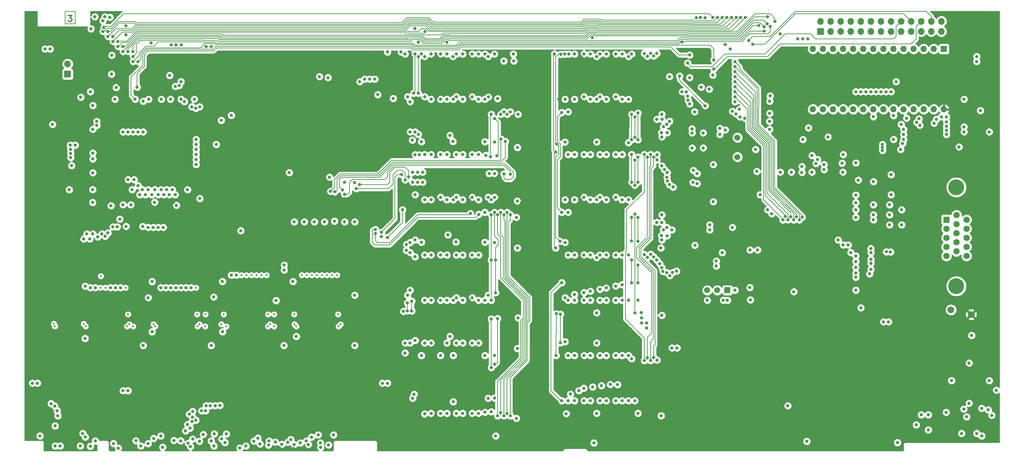
<source format=gbr>
G04 #@! TF.GenerationSoftware,KiCad,Pcbnew,(5.1.5)-3*
G04 #@! TF.CreationDate,2020-09-26T10:43:14+02:00*
G04 #@! TF.ProjectId,968,3936382e-6b69-4636-9164-5f7063625858,rev?*
G04 #@! TF.SameCoordinates,Original*
G04 #@! TF.FileFunction,Copper,L3,Inr*
G04 #@! TF.FilePolarity,Positive*
%FSLAX46Y46*%
G04 Gerber Fmt 4.6, Leading zero omitted, Abs format (unit mm)*
G04 Created by KiCad (PCBNEW (5.1.5)-3) date 2020-09-26 10:43:14*
%MOMM*%
%LPD*%
G04 APERTURE LIST*
%ADD10C,0.300000*%
%ADD11C,1.710000*%
%ADD12C,4.000000*%
%ADD13C,1.600000*%
%ADD14R,1.600000X1.600000*%
%ADD15O,1.700000X1.700000*%
%ADD16R,1.700000X1.700000*%
%ADD17R,1.500000X1.500000*%
%ADD18C,1.500000*%
%ADD19O,1.600000X1.600000*%
%ADD20C,0.800000*%
%ADD21C,0.500000*%
%ADD22C,0.200000*%
%ADD23C,0.254000*%
G04 APERTURE END LIST*
D10*
X32520000Y-38548571D02*
X33448571Y-38548571D01*
X32948571Y-39120000D01*
X33162857Y-39120000D01*
X33305714Y-39191428D01*
X33377142Y-39262857D01*
X33448571Y-39405714D01*
X33448571Y-39762857D01*
X33377142Y-39905714D01*
X33305714Y-39977142D01*
X33162857Y-40048571D01*
X32734285Y-40048571D01*
X32591428Y-39977142D01*
X32520000Y-39905714D01*
D11*
X260243000Y-114103000D03*
X255143000Y-112903000D03*
D12*
X256476500Y-106934000D03*
X256476500Y-81934000D03*
D13*
X259057000Y-99279000D03*
X256517000Y-95844000D03*
X256517000Y-98134000D03*
X256517000Y-93554000D03*
X253977000Y-94699000D03*
X256517000Y-91264000D03*
X253977000Y-99279000D03*
X259057000Y-96989000D03*
X253977000Y-96989000D03*
X253977000Y-92409000D03*
X259057000Y-94699000D03*
D14*
X253977000Y-90119000D03*
D13*
X256517000Y-88974000D03*
X259057000Y-92409000D03*
X259057000Y-90119000D03*
D15*
X32385000Y-50800000D03*
D16*
X32385000Y-53340000D03*
D17*
X198755000Y-107950000D03*
D18*
X193675000Y-107950000D03*
X196215000Y-107950000D03*
D15*
X252730000Y-40005000D03*
X252730000Y-42545000D03*
X250190000Y-40005000D03*
X250190000Y-42545000D03*
X247650000Y-40005000D03*
X247650000Y-42545000D03*
X245110000Y-40005000D03*
X245110000Y-42545000D03*
X242570000Y-40005000D03*
X242570000Y-42545000D03*
X240030000Y-40005000D03*
X240030000Y-42545000D03*
X237490000Y-40005000D03*
X237490000Y-42545000D03*
X234950000Y-40005000D03*
X234950000Y-42545000D03*
X232410000Y-40005000D03*
X232410000Y-42545000D03*
X229870000Y-40005000D03*
X229870000Y-42545000D03*
X227330000Y-40005000D03*
X227330000Y-42545000D03*
X224790000Y-40005000D03*
X224790000Y-42545000D03*
X222250000Y-40005000D03*
D16*
X222250000Y-42545000D03*
D19*
X253365000Y-62230000D03*
X220345000Y-46990000D03*
X250825000Y-62230000D03*
X222885000Y-46990000D03*
X248285000Y-62230000D03*
X225425000Y-46990000D03*
X245745000Y-62230000D03*
X227965000Y-46990000D03*
X243205000Y-62230000D03*
X230505000Y-46990000D03*
X240665000Y-62230000D03*
X233045000Y-46990000D03*
X238125000Y-62230000D03*
X235585000Y-46990000D03*
X235585000Y-62230000D03*
X238125000Y-46990000D03*
X233045000Y-62230000D03*
X240665000Y-46990000D03*
X230505000Y-62230000D03*
X243205000Y-46990000D03*
X227965000Y-62230000D03*
X245745000Y-46990000D03*
X225425000Y-62230000D03*
X248285000Y-46990000D03*
X222885000Y-62230000D03*
X250825000Y-46990000D03*
X220345000Y-62230000D03*
D14*
X253365000Y-46990000D03*
D18*
X201295000Y-69395000D03*
X201295000Y-74295000D03*
D20*
X199517000Y-46990000D03*
X58547000Y-45974000D03*
X206375000Y-97790000D03*
X47117000Y-43434000D03*
X86995000Y-102870000D03*
X86995000Y-101600000D03*
X194310000Y-91440000D03*
X194310000Y-92710000D03*
X111760000Y-131445000D03*
X113030000Y-131445000D03*
X184785000Y-122555000D03*
X186055000Y-122555000D03*
X238125000Y-115951000D03*
X239395000Y-115951000D03*
X46355000Y-133350000D03*
X47625000Y-133350000D03*
X23495000Y-131445000D03*
X24765000Y-131445000D03*
X67310000Y-46355000D03*
X68580000Y-46355000D03*
X26670000Y-46990000D03*
X27940000Y-46990000D03*
X261620000Y-48895000D03*
X261620000Y-50165000D03*
X35687000Y-59182000D03*
X184150000Y-53975000D03*
X212090000Y-43180000D03*
X259715000Y-126365000D03*
X259715000Y-136525000D03*
X232410000Y-112395000D03*
X45165000Y-147875000D03*
X35560000Y-147320000D03*
X30475000Y-147325000D03*
X38095000Y-147385010D03*
X200025000Y-92075000D03*
X198755000Y-110490000D03*
X88265000Y-78232000D03*
X104775000Y-80772000D03*
X102235000Y-80645000D03*
X98425000Y-79375000D03*
X43434000Y-53340000D03*
X64770000Y-76200000D03*
X62611000Y-82550000D03*
X46355000Y-86360000D03*
X48641000Y-82550000D03*
X38690998Y-82530060D03*
X182245000Y-88900000D03*
X182245000Y-114300000D03*
X182067200Y-139674600D03*
X182245000Y-63500000D03*
X121615000Y-95809000D03*
X128778000Y-119634000D03*
X137615000Y-95811000D03*
X128270000Y-93980000D03*
X130302000Y-95758000D03*
X129615000Y-136144000D03*
X145796000Y-97282000D03*
X145796000Y-122682000D03*
X145971500Y-114935000D03*
X71120000Y-65024000D03*
X73660000Y-63754000D03*
X93091000Y-146939000D03*
X104775000Y-121920000D03*
X96202500Y-147637500D03*
X79351603Y-146081861D03*
X83030471Y-147087269D03*
X87909241Y-146356223D03*
X52705000Y-109855000D03*
X51435000Y-121920000D03*
X68580000Y-121920000D03*
X104775000Y-109220000D03*
X53670000Y-118440000D03*
X53670000Y-105740000D03*
X71425000Y-105740000D03*
X89205000Y-105740000D03*
X71450000Y-118440000D03*
X50820000Y-147320000D03*
X56344106Y-147620906D03*
X69215000Y-109666010D03*
X36759845Y-120142000D03*
X90043000Y-119634000D03*
X84952717Y-110541417D03*
X86929990Y-121920000D03*
X69279576Y-147316412D03*
X72081349Y-146444856D03*
X36811621Y-106934000D03*
X69850000Y-71120000D03*
X129540000Y-70358000D03*
X137615000Y-70411000D03*
X145542000Y-89535000D03*
X121615000Y-70409000D03*
X145796000Y-71882000D03*
X120015000Y-83820000D03*
X121615000Y-124460000D03*
X129623449Y-124436385D03*
X137615000Y-124460000D03*
X157810000Y-120955000D03*
X173810000Y-124460000D03*
X173810000Y-135890000D03*
X158115000Y-139141162D03*
X157810000Y-59690000D03*
X173810000Y-59690000D03*
X165810000Y-59690000D03*
X137615000Y-110490000D03*
X129615000Y-110490000D03*
X215530000Y-108320000D03*
X173810000Y-110490000D03*
X165810000Y-99695000D03*
X173810000Y-99060000D03*
X157810000Y-109855000D03*
X157810000Y-85090000D03*
X28575000Y-66040000D03*
X145542000Y-140335000D03*
X59820000Y-86490000D03*
X76047000Y-92918655D03*
X92088250Y-90678000D03*
X94615000Y-90678000D03*
X97155000Y-90678000D03*
X102235000Y-90678000D03*
X104775000Y-90678000D03*
X89535000Y-90678000D03*
X99675157Y-90492898D03*
X65720000Y-84775000D03*
X165810000Y-121285000D03*
X165810000Y-139065000D03*
X157810000Y-95885000D03*
X181989416Y-97276893D03*
X165810000Y-85090000D03*
X173810000Y-85090000D03*
X204430000Y-107275000D03*
X128778000Y-68834000D03*
X145971500Y-63500000D03*
X137615000Y-59690000D03*
X129615000Y-59690000D03*
X206197908Y-77916723D03*
X190562500Y-96582500D03*
X165810000Y-70485000D03*
X157804436Y-70493849D03*
X29210000Y-142240000D03*
X173810000Y-70665000D03*
X118745000Y-107950000D03*
X58320000Y-59690000D03*
X64320000Y-59690000D03*
X44320000Y-59690000D03*
X52820000Y-59690000D03*
X214880000Y-78105000D03*
X220080000Y-78105000D03*
X231775000Y-80125000D03*
X227880000Y-78105000D03*
X240030000Y-83820000D03*
X231140000Y-85825000D03*
X231140000Y-89535000D03*
X231140000Y-87630000D03*
X231165000Y-107925000D03*
X231140000Y-104675000D03*
X240030000Y-78740000D03*
X180987038Y-48100952D03*
X173810000Y-48895000D03*
X165807719Y-48895000D03*
X137615000Y-48260000D03*
X129540000Y-48895000D03*
X121615000Y-48260000D03*
X144780000Y-48260000D03*
X48320000Y-86360000D03*
X54320000Y-85725000D03*
X58117500Y-53672500D03*
X242697000Y-87630000D03*
X253936500Y-138811000D03*
X266570000Y-133220000D03*
X264795000Y-67945000D03*
X255270000Y-130810000D03*
X258445000Y-59690000D03*
X217805000Y-69850000D03*
X200660000Y-60325000D03*
X227965000Y-73660000D03*
X196850000Y-68580000D03*
X195199000Y-85598000D03*
X195199000Y-76200000D03*
X189835000Y-67183000D03*
X191989998Y-39046653D03*
X227681000Y-75849000D03*
X231172500Y-75786500D03*
X237871000Y-71120000D03*
X237871000Y-71882000D03*
X237871000Y-72644000D03*
X38685000Y-85775000D03*
X43320000Y-86601000D03*
X38735000Y-73270486D03*
X38735000Y-78275000D03*
X38735000Y-67275000D03*
X63358759Y-147471808D03*
X241635000Y-146477000D03*
X218775000Y-146131000D03*
X165100000Y-146558000D03*
X118110000Y-59055000D03*
X181012006Y-125603744D03*
X165810000Y-113665000D03*
X181036795Y-73704448D03*
X157743456Y-48281277D03*
X119761000Y-134239000D03*
X137628006Y-138788666D03*
X137613837Y-88258610D03*
X129615000Y-85090000D03*
X265430000Y-139573000D03*
X116459000Y-47752000D03*
X113030000Y-47752000D03*
X164683771Y-44133519D03*
X128014562Y-45301123D03*
X61087000Y-45974000D03*
X239649000Y-86360000D03*
X239649000Y-88900000D03*
X239649000Y-91440000D03*
X242697000Y-91440000D03*
X190182500Y-77660500D03*
X190053999Y-80710001D03*
X192659000Y-72009000D03*
X212090000Y-78105000D03*
X38259990Y-41877010D03*
X47117000Y-41148000D03*
X43066749Y-38989630D03*
X189865000Y-72009000D03*
X195072000Y-53594000D03*
X88265000Y-102870000D03*
X88265000Y-101600000D03*
X193040000Y-91440000D03*
X193040000Y-92710000D03*
X111760000Y-136525000D03*
X113030000Y-136525000D03*
X184785000Y-131445000D03*
X186055000Y-131445000D03*
X239141000Y-107569000D03*
X237871000Y-107569000D03*
X46355000Y-137795000D03*
X47625000Y-137795000D03*
X23495000Y-140335000D03*
X24765000Y-140335000D03*
X67310000Y-50165000D03*
X68580000Y-50165000D03*
X26670000Y-55880000D03*
X27940000Y-55880000D03*
X256540000Y-48895000D03*
X256540000Y-50165000D03*
X184150000Y-48895000D03*
X264160000Y-40894000D03*
X265430000Y-59690000D03*
X255270000Y-136525000D03*
X242570000Y-51435000D03*
X257810000Y-57150000D03*
X33015000Y-147325000D03*
X27940000Y-147320000D03*
X234950000Y-106045000D03*
X207010000Y-74930000D03*
X200025000Y-93345000D03*
X94628250Y-74669905D03*
X92088250Y-74669905D03*
X88265000Y-74422000D03*
X103505000Y-75819000D03*
X98425000Y-75565000D03*
X89548250Y-84829905D03*
X92088250Y-84829905D03*
X94628250Y-84829905D03*
X97168250Y-84829905D03*
X99708250Y-84829905D03*
X102248250Y-84829905D03*
X104788250Y-84829905D03*
X64770000Y-78105000D03*
X46687500Y-85090000D03*
X38690998Y-80625060D03*
X33020000Y-65405000D03*
X56295378Y-56146772D03*
X156210000Y-110490000D03*
X156210000Y-139065000D03*
X182125000Y-86875000D03*
X182125000Y-112275000D03*
X182125000Y-137675000D03*
X145789000Y-112275000D03*
X125615000Y-95873000D03*
X133615000Y-95758000D03*
X146832284Y-136635142D03*
X118110000Y-61595000D03*
X104775000Y-126224999D03*
X104775000Y-113665000D03*
X50165000Y-111125000D03*
X51435000Y-126365000D03*
X69215000Y-126365000D03*
X102540000Y-105740000D03*
X84785000Y-105740000D03*
X67005000Y-105740000D03*
X49200000Y-105740000D03*
X59438220Y-147804301D03*
X66224840Y-147370552D03*
X86929990Y-126365000D03*
X70485000Y-112395000D03*
X85090000Y-112460010D03*
X51435000Y-115570000D03*
X69427379Y-65975010D03*
X145789000Y-61475000D03*
X133604000Y-70358000D03*
X146832284Y-85835142D03*
X117997000Y-86882000D03*
X125615000Y-136005000D03*
X133604000Y-124460000D03*
X125615000Y-121285000D03*
X169810000Y-114035000D03*
X182125000Y-61475000D03*
X214630000Y-114935000D03*
X133615000Y-110490000D03*
X133615000Y-136155000D03*
X125615000Y-109855000D03*
X161810000Y-139065000D03*
X156210000Y-59690000D03*
X59055000Y-85725000D03*
X45387500Y-56033894D03*
X74308250Y-86734905D03*
X77483250Y-86734905D03*
X80023250Y-86734905D03*
X82563250Y-86734905D03*
X86990568Y-84822807D03*
X169810000Y-125360000D03*
X169810000Y-139065000D03*
X161810000Y-95885000D03*
X169810000Y-95885000D03*
X161810000Y-85090000D03*
X169810000Y-85090000D03*
X205780000Y-108625000D03*
X161803767Y-125250187D03*
X125649356Y-70485000D03*
X161810000Y-59805000D03*
X169810000Y-59690000D03*
X133615000Y-59690000D03*
X169787184Y-70426694D03*
X161810000Y-70485000D03*
X125615000Y-59055000D03*
X116840000Y-111125000D03*
X116840000Y-136525000D03*
X48808566Y-148134797D03*
X85797345Y-147759477D03*
X230480000Y-112420000D03*
X231140000Y-92325000D03*
X240030000Y-76200000D03*
X156891682Y-83829582D03*
X169810000Y-48895000D03*
X133615000Y-48895000D03*
X125615000Y-48895000D03*
X161798000Y-48895000D03*
X242570000Y-57785000D03*
X255539000Y-141653500D03*
X260350000Y-123825000D03*
X262890000Y-123825000D03*
X257810000Y-126365000D03*
X212090000Y-47625000D03*
X219407500Y-72692500D03*
X225425000Y-69215000D03*
X220345000Y-69215000D03*
X36019500Y-53340000D03*
X224156995Y-70636573D03*
X195199000Y-83312000D03*
X195199000Y-73914000D03*
X89435485Y-147967320D03*
X74549000Y-146558000D03*
X29464000Y-73660000D03*
X226822000Y-146050000D03*
X161803535Y-113156437D03*
X133615000Y-85090000D03*
X125615000Y-85090000D03*
X204343000Y-101346000D03*
X111887000Y-47752000D03*
X108077000Y-47752000D03*
X240792000Y-93726000D03*
X254127000Y-87757000D03*
D21*
X95250000Y-104140000D03*
D20*
X49595001Y-145984999D03*
D21*
X92710000Y-104140000D03*
D20*
X52668234Y-146721766D03*
D21*
X82550000Y-104140000D03*
D20*
X54087980Y-145415000D03*
D21*
X80010000Y-104140000D03*
D20*
X55880000Y-144780000D03*
D21*
X77470000Y-104140000D03*
D20*
X59181618Y-145923382D03*
X74930000Y-104140000D03*
X60892213Y-146010500D03*
D21*
X64770000Y-107315000D03*
D20*
X62790263Y-146613206D03*
X62230000Y-107315000D03*
X62103000Y-143510000D03*
X59690000Y-107315000D03*
X62611000Y-141902689D03*
X57150000Y-107315000D03*
X64709516Y-140791463D03*
D21*
X46990000Y-107315000D03*
D20*
X63051600Y-139287299D03*
X66167000Y-138430000D03*
X44450000Y-107315000D03*
D21*
X41917916Y-107307084D03*
D20*
X67310000Y-137160000D03*
X39370000Y-107315000D03*
X69582419Y-137145338D03*
X99441000Y-144526000D03*
D21*
X100330000Y-104140000D03*
X99060000Y-104140000D03*
X97790000Y-104140000D03*
X96520000Y-104140000D03*
X93980000Y-104140000D03*
X91440000Y-104140000D03*
X81280000Y-104140000D03*
X78740000Y-104140000D03*
X76200000Y-104140000D03*
D20*
X73660000Y-104140000D03*
X63500000Y-107315000D03*
X60960000Y-107315000D03*
X63906162Y-145560441D03*
X63256066Y-142799044D03*
X58420000Y-107315000D03*
X65607422Y-146101578D03*
X63738581Y-141123801D03*
X55880000Y-107315000D03*
X63891177Y-140047261D03*
X66586810Y-144395457D03*
X68580000Y-146050000D03*
X63909401Y-138585639D03*
X45720000Y-107315000D03*
X43180000Y-107315000D03*
X67179984Y-138425028D03*
X69364921Y-144259646D03*
D21*
X40640000Y-107315000D03*
D20*
X71247000Y-145542000D03*
X68322487Y-137149417D03*
X38100000Y-107315000D03*
X72390000Y-144272000D03*
X70794062Y-137045027D03*
X75814528Y-147832472D03*
X77343000Y-147320000D03*
X80358369Y-145320631D03*
X80899000Y-146812000D03*
X83185000Y-146050000D03*
X84743607Y-146320337D03*
X86385217Y-146884348D03*
X88673964Y-145696964D03*
X89536379Y-146954105D03*
X91059000Y-146558000D03*
X92583000Y-146043127D03*
X93887974Y-145068974D03*
X95567500Y-144526000D03*
X96139000Y-146558000D03*
X98171000Y-147066000D03*
X25400000Y-144780000D03*
X38735000Y-61275000D03*
X209423000Y-60198000D03*
X39243000Y-38862000D03*
X208915000Y-87630000D03*
X41783000Y-38862000D03*
D21*
X100711000Y-117094000D03*
X47371000Y-117094000D03*
X65151000Y-117094000D03*
X82931000Y-117094000D03*
X36915104Y-117096309D03*
X48895000Y-117094000D03*
X54483000Y-117094000D03*
X84455000Y-117094000D03*
X90043000Y-117094000D03*
X72390000Y-117094000D03*
X67056000Y-117094000D03*
X29180279Y-117083247D03*
D20*
X38735000Y-74775000D03*
D21*
X84455000Y-114046000D03*
X89535000Y-114046000D03*
X100574000Y-114046000D03*
X71755000Y-114046000D03*
X82931000Y-114046000D03*
X65014000Y-114038394D03*
X67136072Y-114038394D03*
X47625000Y-114038394D03*
X40767000Y-104394000D03*
D20*
X32790146Y-82550000D03*
X28207902Y-136600259D03*
X33394293Y-76456078D03*
X29106927Y-137201103D03*
X34290000Y-71288637D03*
X29743081Y-138414035D03*
X39740757Y-65288243D03*
X29916416Y-139700000D03*
X36831884Y-145055149D03*
X33147000Y-74422000D03*
X39370000Y-146050000D03*
X33147000Y-73406000D03*
X36195000Y-144145000D03*
X33020000Y-71292803D03*
X33112958Y-72345223D03*
D21*
X101219000Y-116586000D03*
X65659000Y-116543990D03*
X83439000Y-116543990D03*
X54017010Y-116543990D03*
X89577001Y-116543999D03*
X71120000Y-116543990D03*
X47921010Y-116543990D03*
X36425711Y-116452874D03*
X28903269Y-116440385D03*
D20*
X39751000Y-66294000D03*
X113030000Y-94615000D03*
X118745000Y-60325000D03*
X116840000Y-87630000D03*
X119380000Y-80645000D03*
X119380000Y-78105000D03*
X117475000Y-121285000D03*
X119380000Y-135255000D03*
X118110000Y-109220000D03*
X117475000Y-123825000D03*
X117053488Y-113296892D03*
X117780464Y-97869194D03*
X117819469Y-96397814D03*
X118745000Y-67945000D03*
X119296852Y-70026102D03*
X43815000Y-91948000D03*
X122415000Y-139205000D03*
X158610000Y-135890000D03*
X124015000Y-139065000D03*
X160210000Y-135890000D03*
X159174990Y-134219990D03*
X126415000Y-139065000D03*
X162610000Y-135890000D03*
X161290000Y-133350000D03*
X128015000Y-139065000D03*
X164210000Y-135890000D03*
X162560000Y-132715000D03*
X130415000Y-139065000D03*
X166610000Y-135890000D03*
X164782500Y-132397500D03*
X132015000Y-139065000D03*
X168210000Y-135890000D03*
X167005000Y-132080000D03*
X134415000Y-139065000D03*
X170610000Y-135890000D03*
X169223803Y-131766197D03*
X136015000Y-139065000D03*
X172210000Y-135890000D03*
X171075070Y-131819930D03*
X106045000Y-81280000D03*
X56515000Y-92075000D03*
X139215000Y-110490000D03*
X139215000Y-127485000D03*
X139189656Y-115203128D03*
X139215000Y-100330000D03*
X139215000Y-88900000D03*
X138682605Y-78489620D03*
X118375949Y-79315605D03*
X139215000Y-63500000D03*
X139212281Y-138678499D03*
X139215000Y-85090000D03*
X139066506Y-74215235D03*
X47117000Y-91821000D03*
X176210000Y-110490000D03*
X176210000Y-139065000D03*
X176210000Y-80645000D03*
X176210000Y-63185000D03*
X176210000Y-89535000D03*
X176210000Y-95565000D03*
X176210000Y-106045000D03*
X176210000Y-74295000D03*
X176205972Y-69942177D03*
X140335000Y-144780000D03*
X140015000Y-135194000D03*
X140015000Y-126685000D03*
X140794975Y-115110025D03*
X140335000Y-108585000D03*
X140335000Y-100330000D03*
X140015000Y-88265000D03*
X140015000Y-84455000D03*
X140015491Y-78436705D03*
X176210000Y-101600000D03*
X51308000Y-91817478D03*
X116563108Y-78729700D03*
X140010993Y-64569026D03*
X111551735Y-93316676D03*
X140677765Y-73961923D03*
X137870678Y-73867530D03*
X170610000Y-124460000D03*
X134415000Y-121285000D03*
X138430000Y-48895000D03*
X174625000Y-63500000D03*
X174625000Y-89535000D03*
X174612094Y-125271378D03*
X174612094Y-106057906D03*
X174625000Y-80645000D03*
X174625000Y-48260000D03*
X174603174Y-69961677D03*
X174604627Y-95469801D03*
X174610000Y-73660000D03*
X174610000Y-100345000D03*
X136015000Y-121285000D03*
X172210000Y-124460000D03*
X164210000Y-124460000D03*
X128015000Y-121285000D03*
X166610000Y-124460000D03*
X130415000Y-121285000D03*
X168210000Y-124460000D03*
X132015000Y-121285000D03*
X121920000Y-80645000D03*
X121920000Y-78105000D03*
X120015000Y-95250000D03*
X120015000Y-120650000D03*
X119176749Y-113177597D03*
X119176749Y-110693251D03*
X120815000Y-68580000D03*
X120815000Y-48895000D03*
X120811216Y-58145952D03*
X120018349Y-41839661D03*
X120816670Y-45305659D03*
X120006031Y-99496816D03*
X121058200Y-73711092D03*
X160210000Y-124460000D03*
X124015000Y-121285000D03*
X158610000Y-124460000D03*
X122415000Y-121285000D03*
X162610000Y-124460000D03*
X126415000Y-124460000D03*
X120650000Y-80645000D03*
X120650000Y-78105000D03*
X118745000Y-95885000D03*
X118745000Y-98425000D03*
X118745000Y-121285000D03*
X118075952Y-113164414D03*
X118075952Y-111159048D03*
X120015000Y-67945000D03*
X120015000Y-48260000D03*
X119634163Y-58165836D03*
X117475000Y-48260000D03*
X120015887Y-73692888D03*
X122486103Y-42540485D03*
X122415000Y-110490000D03*
X158610000Y-110490000D03*
X124015000Y-110490000D03*
X160210000Y-110490000D03*
X160210000Y-109030000D03*
X126415000Y-110490000D03*
X162610000Y-110490000D03*
X162610000Y-108535000D03*
X162610000Y-108535000D03*
X128015000Y-110490000D03*
X164210000Y-110490000D03*
X164210000Y-108205000D03*
X130415000Y-109855000D03*
X166610000Y-110490000D03*
X166610000Y-107710000D03*
X132015000Y-110490000D03*
X168210000Y-110490000D03*
X168210000Y-107380000D03*
X170610000Y-110490000D03*
X170610000Y-106885000D03*
X134415000Y-109855000D03*
X172210000Y-110490000D03*
X136015000Y-110490000D03*
X172210000Y-106555000D03*
X134415000Y-99060000D03*
X170610000Y-99060000D03*
X181716223Y-101278987D03*
X136015000Y-99060000D03*
X172210000Y-99060000D03*
X180975000Y-100330000D03*
X128015000Y-99060000D03*
X164210000Y-99060000D03*
X183515000Y-103505000D03*
X130415000Y-99060000D03*
X166610000Y-99060000D03*
X182508011Y-103203735D03*
X132015000Y-99060000D03*
X168210000Y-99060000D03*
X182245000Y-102235000D03*
X124015000Y-99060000D03*
X160210000Y-99060000D03*
X184954886Y-103472537D03*
X122415000Y-99060000D03*
X158610000Y-99060000D03*
X185932678Y-103128661D03*
X126415000Y-99010000D03*
X162610000Y-99010000D03*
X184231825Y-104254561D03*
X182245000Y-95250000D03*
X158610000Y-88265000D03*
X122415000Y-85090000D03*
X160210000Y-85090000D03*
X182157792Y-94144821D03*
X124018047Y-85090000D03*
X126425739Y-84455000D03*
X162610000Y-84455000D03*
X183590659Y-94183709D03*
X164210000Y-85090000D03*
X182636219Y-92692896D03*
X128015000Y-85090000D03*
X183515000Y-92075000D03*
X130415000Y-84455000D03*
X166610000Y-84455000D03*
X168210000Y-85090000D03*
X184785000Y-92710000D03*
X132000214Y-85090000D03*
X182245000Y-90805000D03*
X170610000Y-84455000D03*
X134415000Y-84455000D03*
X172210000Y-85090000D03*
X180975000Y-90805000D03*
X136016767Y-85090000D03*
X182245000Y-76531500D03*
X170610000Y-73660000D03*
X134415000Y-73660000D03*
X180998554Y-75018915D03*
X172210000Y-73660000D03*
X136015000Y-73660000D03*
X183515000Y-79375000D03*
X164210000Y-73660000D03*
X128015000Y-73660000D03*
X183598492Y-78197376D03*
X166610000Y-73660000D03*
X130415000Y-73660000D03*
X182880000Y-77470000D03*
X168210000Y-73660000D03*
X132015000Y-73660000D03*
X184150000Y-81280000D03*
X160210000Y-73660000D03*
X124015000Y-73660000D03*
X185092059Y-81898917D03*
X158610000Y-73660000D03*
X122415000Y-73660000D03*
X183659672Y-80377723D03*
X162610000Y-73660000D03*
X126415000Y-73660000D03*
X162610000Y-48210000D03*
X126415000Y-48210000D03*
X158750000Y-48260000D03*
X122415000Y-48895000D03*
X160210000Y-48260000D03*
X124015000Y-48260000D03*
X132015000Y-48260000D03*
X168210000Y-48260000D03*
X130415000Y-48260000D03*
X166610000Y-48260000D03*
X128015000Y-48260000D03*
X164210000Y-48260000D03*
X136015000Y-48260000D03*
X172210000Y-48260000D03*
X207010000Y-83820000D03*
X205867000Y-72390000D03*
X134415000Y-48260000D03*
X170610000Y-48260000D03*
X180975000Y-64770000D03*
X172210000Y-59690000D03*
X136015000Y-59690000D03*
X170610000Y-59055000D03*
X134415000Y-59055000D03*
X182268655Y-64761925D03*
X168210000Y-59690000D03*
X132000214Y-59690000D03*
X184179606Y-65246392D03*
X183515000Y-66040000D03*
X166610000Y-59055000D03*
X130415000Y-59055000D03*
X182636219Y-66657896D03*
X164210000Y-59690000D03*
X128015000Y-59690000D03*
X183590659Y-68148709D03*
X162610000Y-59055000D03*
X126421972Y-59690000D03*
X182157792Y-68109821D03*
X160210000Y-59690000D03*
X124015000Y-59690000D03*
X158610000Y-62865000D03*
X182245000Y-69215000D03*
X122415000Y-59055000D03*
X155595803Y-113895480D03*
X155455000Y-97275000D03*
X155575000Y-124460000D03*
X155149604Y-48237701D03*
X155424848Y-73025000D03*
X156527500Y-95567500D03*
X156673109Y-113996096D03*
X156664646Y-121232460D03*
X155727075Y-71013164D03*
X156743652Y-48314209D03*
X140015000Y-124460000D03*
X37211000Y-93726000D03*
X55245000Y-92075000D03*
X175410000Y-113665000D03*
X175410000Y-135890000D03*
X175410000Y-64135000D03*
X175410000Y-88750000D03*
X175410000Y-81430000D03*
X175414740Y-75092100D03*
X175417149Y-69293011D03*
X117493516Y-80079249D03*
X105147391Y-82274871D03*
X138430000Y-135255000D03*
X36449000Y-94996000D03*
X140034379Y-95885000D03*
X38735000Y-93726000D03*
X37973000Y-94996000D03*
X138430000Y-109220000D03*
X157010000Y-135890000D03*
X44866541Y-91955147D03*
X157010000Y-63030000D03*
X157010000Y-88265000D03*
X157010000Y-106045000D03*
X111544417Y-94385277D03*
X41021000Y-93726000D03*
X140015000Y-70485000D03*
X40005000Y-94488000D03*
X138430000Y-84455000D03*
X138493500Y-59118500D03*
X41855671Y-94304877D03*
X140015000Y-48260000D03*
X114496970Y-59493030D03*
X110587524Y-58533055D03*
X42545000Y-93472000D03*
X64770000Y-74930000D03*
X140815000Y-139700000D03*
X140815000Y-88900000D03*
X51435000Y-67945000D03*
X133975733Y-88587996D03*
X109962431Y-93650413D03*
X136069232Y-88777250D03*
X64770000Y-73660000D03*
X141615000Y-138928000D03*
X141615000Y-88255000D03*
X50165000Y-67945000D03*
X110002307Y-92612388D03*
X64770000Y-72390000D03*
X142415000Y-139700000D03*
X142415000Y-88900000D03*
X48895000Y-67945000D03*
X64770000Y-71120000D03*
X143215000Y-139065000D03*
X143215000Y-88265000D03*
X47625000Y-67945000D03*
X64770000Y-69850000D03*
X144015000Y-139700000D03*
X144015000Y-88900000D03*
X46355000Y-67945000D03*
X145771167Y-85394610D03*
X180210000Y-124971000D03*
X180210000Y-74295000D03*
X102227231Y-83741330D03*
X144015000Y-78610000D03*
X53975000Y-92075000D03*
X52705000Y-92075000D03*
X179410000Y-73660000D03*
X142398246Y-78539812D03*
X101661748Y-82597219D03*
X179410000Y-125730000D03*
X178610000Y-125047000D03*
X178610000Y-74295000D03*
X142748000Y-70358000D03*
X99767413Y-83080862D03*
X177810000Y-73650000D03*
X141670162Y-69742797D03*
X98686817Y-82965179D03*
X177800000Y-125730000D03*
X187325000Y-57785000D03*
X177020479Y-113647471D03*
X140822943Y-59542943D03*
X177165000Y-114935000D03*
X141605000Y-63500000D03*
X188357145Y-57792064D03*
X177165000Y-116205000D03*
X142415000Y-62865000D03*
X188760020Y-58889980D03*
X178435000Y-116205000D03*
X143215000Y-63500000D03*
X188845294Y-59930901D03*
X178435000Y-117475000D03*
X144015000Y-62865000D03*
X189246612Y-60871485D03*
X180210000Y-99571000D03*
X180210000Y-48771000D03*
X106045000Y-55245000D03*
X142367000Y-50038000D03*
X144907000Y-50038000D03*
X179410000Y-98847000D03*
X179410000Y-48047000D03*
X107315000Y-54610000D03*
X178610000Y-99647000D03*
X178610000Y-48847000D03*
X108585000Y-54610000D03*
X177810000Y-98923000D03*
X177810000Y-48123000D03*
X109855000Y-54610000D03*
X59501468Y-83819498D03*
X58761666Y-82550000D03*
X58048485Y-83803728D03*
X57348484Y-82550000D03*
X56640088Y-83814561D03*
X55940087Y-82550000D03*
X55237532Y-83821493D03*
X54383391Y-82550614D03*
X53574888Y-83820796D03*
X52705000Y-82550000D03*
X51980347Y-83819910D03*
X51266485Y-82550000D03*
X50563972Y-83809545D03*
X50165000Y-81534000D03*
X49149000Y-80010000D03*
X47625000Y-80010000D03*
X204470000Y-97790000D03*
X43942000Y-146685000D03*
X29205000Y-147325000D03*
X231140000Y-83875000D03*
X235585000Y-80518000D03*
X235585000Y-88900000D03*
X235585000Y-90170000D03*
X194183000Y-57150000D03*
X193167000Y-39100617D03*
X53467000Y-45466000D03*
X191135000Y-81026000D03*
X224155000Y-69215000D03*
X219202000Y-66929000D03*
X198247000Y-67437000D03*
X189230000Y-54229000D03*
X44616765Y-56719735D03*
X41275000Y-39878000D03*
X191135000Y-78486000D03*
X192151000Y-56642000D03*
X190933663Y-39089251D03*
X209423000Y-67310000D03*
X49911000Y-56642000D03*
X189230000Y-48514000D03*
X209423000Y-63246000D03*
X49403000Y-59690000D03*
X195326000Y-49784000D03*
X56007000Y-59690000D03*
X98044000Y-54229000D03*
X209411289Y-65278000D03*
X220091000Y-73914000D03*
X221499092Y-74933132D03*
X201803000Y-62230000D03*
X223139000Y-76200000D03*
X235585000Y-86360000D03*
X260350000Y-119380000D03*
X242951000Y-70866000D03*
X243205000Y-69850000D03*
X243205000Y-68580000D03*
X243205000Y-67310000D03*
X242570000Y-66040000D03*
X246515433Y-65528044D03*
X243939863Y-64461221D03*
X235585000Y-64109600D03*
X247289247Y-66259631D03*
X247084351Y-64616326D03*
X240665000Y-63830200D03*
X231140000Y-57785000D03*
X250902457Y-65743006D03*
X232410000Y-57785000D03*
X251460000Y-64770000D03*
X233680000Y-57785000D03*
X252730000Y-64135000D03*
X234950000Y-57785000D03*
X254000000Y-64135000D03*
X236220000Y-57785000D03*
X254000000Y-65405000D03*
X237490000Y-57785000D03*
X254005548Y-66529440D03*
X238760000Y-57785000D03*
X254013163Y-67534648D03*
X240030000Y-57785000D03*
X254000000Y-68580000D03*
X213995000Y-137160000D03*
X258445000Y-66675000D03*
X242443000Y-72390000D03*
X240665000Y-69850000D03*
X258445000Y-67945000D03*
X204143362Y-44831318D03*
X195326000Y-52070000D03*
X205150159Y-45772455D03*
X188721511Y-50541788D03*
X219075000Y-44450000D03*
X217805000Y-44450000D03*
X200914000Y-63373000D03*
X216535000Y-44450000D03*
X203089511Y-64474640D03*
X201930000Y-64135000D03*
X186690000Y-53848000D03*
X193167000Y-61341000D03*
X212758032Y-90183972D03*
X200660000Y-59055000D03*
X213356116Y-89314032D03*
X200660000Y-57785000D03*
X200660000Y-56515000D03*
X214056380Y-90153161D03*
X200660000Y-55245000D03*
X214763307Y-89375483D03*
X200660000Y-53975000D03*
X215472664Y-90187556D03*
X200660000Y-52705000D03*
X216180734Y-89423085D03*
X200660000Y-51435000D03*
X216890844Y-90182172D03*
X217608768Y-89471299D03*
X200660000Y-50165000D03*
X47625000Y-47625000D03*
X234929792Y-97406112D03*
X257175000Y-71755000D03*
X208796213Y-40603274D03*
X48895000Y-47625000D03*
X229870000Y-98425000D03*
X208079144Y-41406753D03*
X48895000Y-48895000D03*
X234950000Y-98425000D03*
X206721055Y-41087434D03*
X231151552Y-99285871D03*
X45085000Y-46355000D03*
X203327000Y-38983375D03*
X259080000Y-139954000D03*
X264541000Y-138176000D03*
X264795000Y-130810000D03*
X234950000Y-100125000D03*
X45085000Y-45085000D03*
X202154552Y-38983375D03*
X231154849Y-100706510D03*
X43815000Y-45085000D03*
X200982108Y-38983375D03*
X199809664Y-38983375D03*
X234942034Y-101132347D03*
X43815000Y-43815000D03*
X198637220Y-38983375D03*
X262890000Y-137795000D03*
X231130111Y-102139411D03*
X42545000Y-43815000D03*
X197464776Y-38983375D03*
X262890000Y-144780000D03*
X234950000Y-102725000D03*
X42545000Y-42545000D03*
X196292332Y-38983375D03*
X231146776Y-103650130D03*
X41275000Y-42545000D03*
X234632500Y-103822500D03*
X195119888Y-38983375D03*
X41529000Y-41529000D03*
X50165000Y-50165000D03*
X190500000Y-62865000D03*
X226695000Y-95250000D03*
X209550000Y-41275000D03*
X187325000Y-45212000D03*
X189865000Y-68199000D03*
X192659000Y-68199000D03*
X204585000Y-110375000D03*
X249428000Y-139446000D03*
X200660000Y-107950000D03*
X246380000Y-141986000D03*
X48895000Y-50165000D03*
X209537785Y-58832825D03*
X209931000Y-88646000D03*
X208079256Y-42464597D03*
X46355000Y-47625000D03*
X229235000Y-96520000D03*
X208915000Y-38843779D03*
X227965000Y-96520000D03*
X210765084Y-40059916D03*
X46355000Y-46355000D03*
X43512500Y-48562500D03*
X95885000Y-53975000D03*
X38100000Y-57785000D03*
X51435000Y-60198000D03*
X258381500Y-137985500D03*
X200025000Y-62738000D03*
X249428000Y-143256000D03*
X257810000Y-144145000D03*
X241300000Y-55245000D03*
X262572500Y-62547500D03*
X197452500Y-98457500D03*
X65678843Y-61586680D03*
X64728305Y-61991655D03*
X63697266Y-61596255D03*
X61823621Y-60280411D03*
X60960000Y-59690000D03*
X59530045Y-56438245D03*
X60521625Y-56218355D03*
X60960000Y-55245000D03*
X193675000Y-110490000D03*
X217551000Y-76708000D03*
X217549008Y-78191308D03*
X223139000Y-77470000D03*
X221107000Y-75946000D03*
X197739000Y-110490000D03*
X195961000Y-100584000D03*
X195961000Y-101854000D03*
X239903000Y-98298000D03*
X238823500Y-98234500D03*
X261620000Y-144145000D03*
X247650000Y-139446000D03*
X198247000Y-45847000D03*
X59686976Y-45965372D03*
X196850000Y-67056000D03*
X45529500Y-89979500D03*
D22*
X31750000Y-37465000D02*
X34290000Y-37465000D01*
X34290000Y-37465000D02*
X34290000Y-40640000D01*
X34290000Y-40640000D02*
X31750000Y-40640000D01*
X31750000Y-40640000D02*
X31750000Y-37465000D01*
X116840000Y-90805000D02*
X113030000Y-94615000D01*
X116840000Y-87630000D02*
X116840000Y-90805000D01*
X139189656Y-115203128D02*
X139215000Y-127485000D01*
X139215000Y-110490000D02*
X139215000Y-100330000D01*
X139215000Y-100330000D02*
X139215000Y-100330000D01*
X139215000Y-100330000D02*
X139215000Y-89050000D01*
X139215000Y-89050000D02*
X139215000Y-88900000D01*
X106045000Y-81280000D02*
X113030000Y-81280000D01*
X113030000Y-81280000D02*
X113665000Y-80645000D01*
X113665000Y-80645000D02*
X113665000Y-78105000D01*
X113665000Y-78105000D02*
X114935000Y-76835000D01*
X114935000Y-76835000D02*
X117475000Y-76835000D01*
X118375949Y-77735949D02*
X118375949Y-79315605D01*
X117475000Y-76835000D02*
X118375949Y-77735949D01*
X139065000Y-63500000D02*
X139215000Y-63500000D01*
X139066506Y-74215235D02*
X139065000Y-63500000D01*
X176210000Y-89535000D02*
X176210000Y-95565000D01*
X176210000Y-95565000D02*
X176210000Y-95565000D01*
X176210000Y-106045000D02*
X176210000Y-106045000D01*
X176210000Y-80645000D02*
X176210000Y-74295000D01*
X176210000Y-63185000D02*
X176205972Y-69942177D01*
X140794975Y-126231251D02*
X140341226Y-126685000D01*
X140341226Y-126685000D02*
X140015000Y-126685000D01*
X140794975Y-115110025D02*
X140794975Y-126231251D01*
X140335000Y-108585000D02*
X140335000Y-100330000D01*
X140335000Y-100330000D02*
X140335000Y-100330000D01*
X140335000Y-100330000D02*
X140335000Y-97155000D01*
X140335000Y-97155000D02*
X140970000Y-96520000D01*
X140970000Y-96520000D02*
X140970000Y-95250000D01*
X140015000Y-94295000D02*
X140015000Y-88265000D01*
X140970000Y-95250000D02*
X140015000Y-94295000D01*
X176210000Y-101600000D02*
X176210000Y-106045000D01*
X114935000Y-89933411D02*
X111551735Y-93316676D01*
X114935000Y-79375000D02*
X114935000Y-89933411D01*
X115570000Y-78740000D02*
X114935000Y-79375000D01*
X116563108Y-78729700D02*
X116552808Y-78740000D01*
X116552808Y-78740000D02*
X115570000Y-78740000D01*
X140970000Y-73669688D02*
X140677765Y-73961923D01*
X140010993Y-64569026D02*
X140134026Y-64569026D01*
X140970000Y-65405000D02*
X140970000Y-73669688D01*
X140134026Y-64569026D02*
X140970000Y-65405000D01*
X174603174Y-69961677D02*
X174625000Y-63500000D01*
X174604627Y-95469801D02*
X174625000Y-89535000D01*
X174610000Y-80630000D02*
X174625000Y-80645000D01*
X174610000Y-73660000D02*
X174610000Y-80630000D01*
X174610000Y-106055812D02*
X174612094Y-106057906D01*
X174610000Y-100345000D02*
X174610000Y-106055812D01*
X119176749Y-113177597D02*
X119176749Y-110693251D01*
X119176749Y-110693251D02*
X119176749Y-110693251D01*
X120815000Y-58142168D02*
X120811216Y-58145952D01*
X120815000Y-48895000D02*
X120815000Y-58142168D01*
X118075952Y-113164414D02*
X118075952Y-111159048D01*
X118075952Y-111159048D02*
X118075952Y-111159048D01*
X120015000Y-57784999D02*
X119634163Y-58165836D01*
X120015000Y-48260000D02*
X120015000Y-57784999D01*
X155575000Y-124460000D02*
X155595803Y-113895480D01*
X155140080Y-48059920D02*
X155149604Y-48237701D01*
X155455000Y-97269960D02*
X155455000Y-97275000D01*
X155103232Y-96918192D02*
X155455000Y-97269960D01*
X154940000Y-48260000D02*
X155140080Y-48059920D01*
X155103232Y-73496768D02*
X155103232Y-73346616D01*
X155103232Y-73346616D02*
X155424848Y-73025000D01*
X155103232Y-73496768D02*
X155103232Y-96918192D01*
X154939673Y-72539825D02*
X155424848Y-73025000D01*
X154939673Y-48328859D02*
X154939673Y-72539825D01*
X155149604Y-48237701D02*
X155030831Y-48237701D01*
X155030831Y-48237701D02*
X154939673Y-48328859D01*
X155503242Y-94543242D02*
X156527500Y-95567500D01*
X156673109Y-120821891D02*
X156673109Y-113996096D01*
X156664646Y-120830354D02*
X156673109Y-120821891D01*
X156664646Y-121232460D02*
X156664646Y-120830354D01*
X156210000Y-71120000D02*
X156210000Y-72390000D01*
X156210000Y-72390000D02*
X156210000Y-73660000D01*
X155503242Y-74366758D02*
X156210000Y-73660000D01*
X155503242Y-74366758D02*
X155503242Y-94543242D01*
X155575000Y-70485000D02*
X155575000Y-70861089D01*
X155575000Y-70485000D02*
X156210000Y-71120000D01*
X155575000Y-70861089D02*
X155727075Y-71013164D01*
X155452414Y-49017586D02*
X155452414Y-70362414D01*
X155452414Y-70362414D02*
X155575000Y-70485000D01*
X156155791Y-48314209D02*
X155452414Y-49017586D01*
X156743652Y-48314209D02*
X156155791Y-48314209D01*
X175410000Y-75080000D02*
X175410000Y-81430000D01*
X175417149Y-64142149D02*
X175410000Y-64135000D01*
X175417149Y-69293011D02*
X175417149Y-64142149D01*
X175410000Y-88750000D02*
X175410000Y-113665000D01*
X105147391Y-82274871D02*
X113305129Y-82274871D01*
X113305129Y-82274871D02*
X114498481Y-81081519D01*
X114498481Y-81081519D02*
X114498481Y-78739425D01*
X114498481Y-78739425D02*
X115584480Y-77653426D01*
X115584480Y-77653426D02*
X116780808Y-77653426D01*
X117493516Y-78366134D02*
X117493516Y-80079249D01*
X116780808Y-77653426D02*
X117493516Y-78366134D01*
X157010000Y-135890000D02*
X156845000Y-135890000D01*
X156845000Y-135890000D02*
X154305000Y-133350000D01*
X154305000Y-133350000D02*
X154305000Y-108585000D01*
X156845000Y-106045000D02*
X157010000Y-106045000D01*
X154305000Y-108585000D02*
X156845000Y-106045000D01*
X156957424Y-63030000D02*
X155852424Y-64135000D01*
X155852424Y-70127424D02*
X156629376Y-70904376D01*
X157010000Y-63030000D02*
X156957424Y-63030000D01*
X155852424Y-64135000D02*
X155852424Y-70127424D01*
X156629376Y-70904376D02*
X156629376Y-72601626D01*
X155903252Y-87158252D02*
X157010000Y-88265000D01*
X155903252Y-74930000D02*
X155903252Y-87158252D01*
X156629376Y-72601626D02*
X156629376Y-74203876D01*
X156629376Y-74203876D02*
X155903252Y-74930000D01*
X141605000Y-94615000D02*
X140815000Y-93825000D01*
X141605000Y-104775000D02*
X141605000Y-94615000D01*
X147320000Y-110490000D02*
X141605000Y-104775000D01*
X140815000Y-130965000D02*
X146685000Y-125095000D01*
X140815000Y-93825000D02*
X140815000Y-88900000D01*
X146685000Y-125095000D02*
X146685000Y-115570000D01*
X140815000Y-139700000D02*
X140815000Y-130965000D01*
X146685000Y-115570000D02*
X147320000Y-114935000D01*
X147320000Y-114935000D02*
X147320000Y-110490000D01*
X109962431Y-93650413D02*
X109962431Y-95357431D01*
X109962431Y-95357431D02*
X110490000Y-95885000D01*
X110490000Y-95885000D02*
X113665000Y-95885000D01*
X113665000Y-95885000D02*
X120650000Y-88900000D01*
X133663729Y-88900000D02*
X133975733Y-88587996D01*
X120650000Y-88900000D02*
X133663729Y-88900000D01*
X141615000Y-88255000D02*
X141615000Y-93970000D01*
X141615000Y-93970000D02*
X142240000Y-94595000D01*
X142240000Y-94595000D02*
X142240000Y-104844302D01*
X142240000Y-104844302D02*
X147720010Y-110324312D01*
X147720010Y-110324312D02*
X147720010Y-115100688D01*
X147720010Y-115100688D02*
X147085010Y-115735688D01*
X147085010Y-115735688D02*
X147085010Y-125260688D01*
X141615000Y-130730698D02*
X141615000Y-138928000D01*
X147085010Y-125260688D02*
X141615000Y-130730698D01*
X110002307Y-92612388D02*
X109317612Y-92612388D01*
X109317612Y-92612388D02*
X109220000Y-92710000D01*
X109220000Y-92710000D02*
X109220000Y-95885000D01*
X109220000Y-95885000D02*
X109855000Y-96520000D01*
X109855000Y-96520000D02*
X113665000Y-96520000D01*
X113665000Y-96520000D02*
X120650000Y-89535000D01*
X135311482Y-89535000D02*
X136069232Y-88777250D01*
X120650000Y-89535000D02*
X135311482Y-89535000D01*
X142415000Y-139700000D02*
X142415000Y-130496396D01*
X142415000Y-130496396D02*
X147485020Y-125426376D01*
X147485020Y-125426376D02*
X147485020Y-115901376D01*
X147485020Y-115901376D02*
X148120020Y-115266376D01*
X148120020Y-115266376D02*
X148120020Y-110158624D01*
X148120020Y-110158624D02*
X142640010Y-104678614D01*
X142640010Y-104678614D02*
X142640010Y-90404990D01*
X142415000Y-90179980D02*
X142415000Y-88900000D01*
X142640010Y-90404990D02*
X142415000Y-90179980D01*
X143215000Y-139065000D02*
X143215000Y-130262094D01*
X143215000Y-130262094D02*
X147885030Y-125592064D01*
X147885030Y-125592064D02*
X147885030Y-116067064D01*
X147885030Y-116067064D02*
X148520030Y-115432064D01*
X148520030Y-115432064D02*
X148520030Y-109992936D01*
X148520030Y-109992936D02*
X143040020Y-104512926D01*
X143040020Y-104512926D02*
X143040020Y-90639980D01*
X143215000Y-90465000D02*
X143215000Y-88265000D01*
X143040020Y-90639980D02*
X143215000Y-90465000D01*
X144015000Y-88900000D02*
X144015000Y-90300000D01*
X144015000Y-90300000D02*
X143440030Y-90874970D01*
X143440030Y-90874970D02*
X143440030Y-104347238D01*
X143440030Y-104347238D02*
X148920040Y-109827248D01*
X148920040Y-109827248D02*
X148920040Y-115597753D01*
X148920040Y-115597753D02*
X148285040Y-116232753D01*
X148285040Y-116232753D02*
X148285040Y-125757752D01*
X144015000Y-130027792D02*
X144015000Y-139700000D01*
X148285040Y-125757752D02*
X144015000Y-130027792D01*
X180210000Y-74295000D02*
X180210000Y-76556094D01*
X180210000Y-76556094D02*
X179470010Y-77296084D01*
X179470010Y-77296084D02*
X179470010Y-94849990D01*
X179470010Y-94849990D02*
X177165000Y-97155000D01*
X177165000Y-97155000D02*
X177161302Y-97155000D01*
X177161302Y-97155000D02*
X176930010Y-97386292D01*
X176930010Y-97386292D02*
X176930010Y-99460010D01*
X176930010Y-99460010D02*
X180505020Y-103035020D01*
X180505020Y-103035020D02*
X180505020Y-121754980D01*
X180210000Y-122050000D02*
X180210000Y-124971000D01*
X180505020Y-121754980D02*
X180210000Y-122050000D01*
X103054652Y-83741330D02*
X102227231Y-83741330D01*
X103505000Y-80645000D02*
X103505000Y-83290982D01*
X113030000Y-79375000D02*
X112395000Y-80010000D01*
X144015000Y-77975000D02*
X142474990Y-76434990D01*
X104140000Y-80010000D02*
X103505000Y-80645000D01*
X114700010Y-76434990D02*
X113030000Y-78105000D01*
X113030000Y-78105000D02*
X113030000Y-79375000D01*
X112395000Y-80010000D02*
X104140000Y-80010000D01*
X144015000Y-78610000D02*
X144015000Y-77975000D01*
X103505000Y-83290982D02*
X103054652Y-83741330D01*
X142474990Y-76434990D02*
X114700010Y-76434990D01*
X100965000Y-81900471D02*
X101661748Y-82597219D01*
X144145000Y-80010000D02*
X144780000Y-79375000D01*
X142398246Y-79533246D02*
X142875000Y-80010000D01*
X142875000Y-80010000D02*
X144145000Y-80010000D01*
X142398246Y-78539812D02*
X142398246Y-79533246D01*
X114465020Y-76034980D02*
X111125000Y-79375000D01*
X144780000Y-79375000D02*
X144780000Y-78105000D01*
X144780000Y-78105000D02*
X142709980Y-76034980D01*
X100965000Y-80010000D02*
X100965000Y-81900471D01*
X142709980Y-76034980D02*
X114465020Y-76034980D01*
X111125000Y-79375000D02*
X101600000Y-79375000D01*
X101600000Y-79375000D02*
X100965000Y-80010000D01*
X176530000Y-97155000D02*
X179070000Y-94615000D01*
X179410000Y-76495000D02*
X179410000Y-73660000D01*
X179410000Y-125730000D02*
X179410000Y-120945000D01*
X179070000Y-94615000D02*
X179070000Y-76835000D01*
X180105010Y-103339312D02*
X176530000Y-99764302D01*
X179410000Y-120945000D02*
X180105010Y-120249990D01*
X176530000Y-99764302D02*
X176530000Y-97155000D01*
X180105010Y-120249990D02*
X180105010Y-103339312D01*
X179070000Y-76835000D02*
X179410000Y-76495000D01*
X178610000Y-94440000D02*
X175895000Y-97155000D01*
X175895000Y-97155000D02*
X175895000Y-99060000D01*
X178610000Y-74295000D02*
X178610000Y-94440000D01*
X178610000Y-119840000D02*
X178610000Y-125047000D01*
X179705000Y-104140000D02*
X179705000Y-118745000D01*
X179705000Y-118745000D02*
X178610000Y-119840000D01*
X175895000Y-99060000D02*
X175895000Y-99695000D01*
X175895000Y-99695000D02*
X179705000Y-103505000D01*
X179705000Y-103505000D02*
X179705000Y-104140000D01*
X142748000Y-74422000D02*
X142748000Y-70358000D01*
X141605000Y-75565000D02*
X142748000Y-74422000D01*
X99998633Y-83080862D02*
X100330000Y-82749495D01*
X100330000Y-82749495D02*
X100330000Y-80010000D01*
X110890010Y-78974990D02*
X114300000Y-75565000D01*
X101365010Y-78974990D02*
X110890010Y-78974990D01*
X114300000Y-75565000D02*
X141605000Y-75565000D01*
X99767413Y-83080862D02*
X99998633Y-83080862D01*
X100330000Y-80010000D02*
X101365010Y-78974990D01*
X173355000Y-97909492D02*
X173355000Y-87630000D01*
X173043194Y-98221298D02*
X173355000Y-97909492D01*
X177800000Y-120015000D02*
X173043194Y-115258194D01*
X177800000Y-125730000D02*
X177800000Y-120015000D01*
X173355000Y-87630000D02*
X177810000Y-83175000D01*
X177810000Y-83175000D02*
X177810000Y-73650000D01*
X173043194Y-115258194D02*
X173043194Y-98221298D01*
X141300987Y-75164990D02*
X141670162Y-74795815D01*
X99695000Y-81956996D02*
X99695000Y-80010000D01*
X141670162Y-74795815D02*
X141670162Y-69742797D01*
X114065010Y-75164990D02*
X141300987Y-75164990D01*
X98686817Y-82965179D02*
X99695000Y-81956996D01*
X110655020Y-78574980D02*
X114065010Y-75164990D01*
X99695000Y-80010000D02*
X101130020Y-78574980D01*
X101130020Y-78574980D02*
X110655020Y-78574980D01*
X49911000Y-53143698D02*
X49911000Y-56642000D01*
X51703807Y-51350891D02*
X49911000Y-53143698D01*
X130975310Y-47205690D02*
X119515106Y-47205690D01*
X189230000Y-48514000D02*
X186563000Y-48514000D01*
X184531000Y-46482000D02*
X131699000Y-46482000D01*
X131699000Y-46482000D02*
X130975310Y-47205690D01*
X186563000Y-48514000D02*
X184531000Y-46482000D01*
X119022208Y-46712792D02*
X70000208Y-46712792D01*
X119515106Y-47205690D02*
X119022208Y-46712792D01*
X70000208Y-46712792D02*
X69215000Y-47498000D01*
X52705000Y-47498000D02*
X51703807Y-48499193D01*
X69215000Y-47498000D02*
X52705000Y-47498000D01*
X51703807Y-48499193D02*
X51703807Y-51350891D01*
X194417990Y-46081990D02*
X195326000Y-46990000D01*
X195326000Y-46990000D02*
X195326000Y-49784000D01*
X131533312Y-46081990D02*
X194417990Y-46081990D01*
X51303797Y-48333505D02*
X52539312Y-47097990D01*
X49403000Y-59690000D02*
X48387000Y-58674000D01*
X69834520Y-46312782D02*
X119187896Y-46312782D01*
X52539312Y-47097990D02*
X69049312Y-47097990D01*
X119187896Y-46312782D02*
X119680794Y-46805680D01*
X51303797Y-51185203D02*
X51303797Y-48333505D01*
X69049312Y-47097990D02*
X69834520Y-46312782D01*
X119680794Y-46805680D02*
X130809622Y-46805680D01*
X48387000Y-54102000D02*
X51303797Y-51185203D01*
X48387000Y-58674000D02*
X48387000Y-54102000D01*
X130809622Y-46805680D02*
X131533312Y-46081990D01*
X250190000Y-40005000D02*
X250190000Y-38735000D01*
X250190000Y-38735000D02*
X248920000Y-37465000D01*
X248920000Y-37465000D02*
X215900000Y-37465000D01*
X215900000Y-37465000D02*
X209550000Y-43815000D01*
X205159680Y-43815000D02*
X204143362Y-44831318D01*
X209550000Y-43815000D02*
X205159680Y-43815000D01*
X246380000Y-41275000D02*
X247650000Y-40005000D01*
X245110000Y-45720000D02*
X246380000Y-44450000D01*
X246380000Y-44450000D02*
X246380000Y-41275000D01*
X212090000Y-45720000D02*
X245110000Y-45720000D01*
X195580000Y-52070000D02*
X198755000Y-48895000D01*
X198755000Y-48895000D02*
X208915000Y-48895000D01*
X208915000Y-48895000D02*
X212090000Y-45720000D01*
X195326000Y-52070000D02*
X195580000Y-52070000D01*
X205150159Y-45772455D02*
X208227545Y-45772455D01*
X208227545Y-45772455D02*
X215900000Y-38100000D01*
X243205000Y-38100000D02*
X245110000Y-40005000D01*
X215900000Y-38100000D02*
X243205000Y-38100000D01*
X189614723Y-51435000D02*
X188721511Y-50541788D01*
X198120000Y-48260000D02*
X194945000Y-51435000D01*
X194945000Y-51435000D02*
X189614723Y-51435000D01*
X213360000Y-43180000D02*
X208280000Y-48260000D01*
X219710000Y-43180000D02*
X213360000Y-43180000D01*
X241300000Y-41275000D02*
X241300000Y-43815000D01*
X242570000Y-40005000D02*
X241300000Y-41275000D01*
X220980000Y-44450000D02*
X219710000Y-43180000D01*
X208280000Y-48260000D02*
X198120000Y-48260000D01*
X241300000Y-43815000D02*
X240665000Y-44450000D01*
X240665000Y-44450000D02*
X220980000Y-44450000D01*
X186690000Y-54864000D02*
X193167000Y-61341000D01*
X186690000Y-53848000D02*
X186690000Y-54864000D01*
X203835000Y-62230000D02*
X200660000Y-59055000D01*
X212758032Y-90183972D02*
X212758032Y-89949032D01*
X212758032Y-89949032D02*
X207899000Y-85090000D01*
X207899000Y-85090000D02*
X207899000Y-71374000D01*
X207899000Y-71374000D02*
X203835000Y-67310000D01*
X203835000Y-67310000D02*
X203835000Y-62230000D01*
X213356116Y-89314032D02*
X213356116Y-89023116D01*
X213356116Y-89023116D02*
X208299010Y-83966010D01*
X208299010Y-73005990D02*
X208299010Y-71208312D01*
X208299010Y-73005990D02*
X208299010Y-72409010D01*
X208299010Y-83966010D02*
X208299010Y-73005990D01*
X208299010Y-71208312D02*
X204235010Y-67144312D01*
X204235010Y-61360010D02*
X200660000Y-57785000D01*
X204235010Y-67144312D02*
X204235010Y-61360010D01*
X204635020Y-60490020D02*
X200660000Y-56515000D01*
X214056380Y-88707380D02*
X208699020Y-83350020D01*
X214056380Y-90153161D02*
X214056380Y-88707380D01*
X208699020Y-83350020D02*
X208699020Y-71042624D01*
X208699020Y-71042624D02*
X204635020Y-66978624D01*
X204635020Y-66978624D02*
X204635020Y-60490020D01*
X205035030Y-59620030D02*
X200660000Y-55245000D01*
X214763307Y-88398307D02*
X209099030Y-82734030D01*
X214763307Y-89375483D02*
X214763307Y-88398307D01*
X209099030Y-70876936D02*
X205035030Y-66812936D01*
X209099030Y-82734030D02*
X209099030Y-70876936D01*
X205035030Y-66812936D02*
X205035030Y-59620030D01*
X205435040Y-58750040D02*
X200660000Y-53975000D01*
X215472664Y-88541966D02*
X209499040Y-82568342D01*
X215472664Y-90187556D02*
X215472664Y-88541966D01*
X209499040Y-82568342D02*
X209499040Y-70711248D01*
X209499040Y-70711248D02*
X205435040Y-66647248D01*
X205435040Y-66647248D02*
X205435040Y-58750040D01*
X205835050Y-57880050D02*
X200660000Y-52705000D01*
X216180734Y-89423085D02*
X216180734Y-88684338D01*
X209899050Y-82402654D02*
X209899050Y-70545560D01*
X209899050Y-70545560D02*
X205835050Y-66481560D01*
X216180734Y-88684338D02*
X209899050Y-82402654D01*
X205835050Y-66481560D02*
X205835050Y-57880050D01*
X206235060Y-57010060D02*
X200660000Y-51435000D01*
X216890844Y-90182172D02*
X216890844Y-88828750D01*
X216890844Y-88828750D02*
X210299060Y-82236966D01*
X210299060Y-70379872D02*
X206235060Y-66315872D01*
X206235060Y-66315872D02*
X206235060Y-57010060D01*
X210299060Y-82236966D02*
X210299060Y-70379872D01*
X217608768Y-88980976D02*
X210699070Y-82071278D01*
X217608768Y-89471299D02*
X217608768Y-88980976D01*
X210699070Y-82071278D02*
X210699070Y-70214184D01*
X210699070Y-70214184D02*
X206635070Y-66150184D01*
X201930000Y-51435000D02*
X201930000Y-52139302D01*
X201930000Y-51435000D02*
X200660000Y-50165000D01*
X206644964Y-56854266D02*
X206644964Y-57448195D01*
X201930000Y-52139302D02*
X206644964Y-56854266D01*
X206635070Y-66150184D02*
X206644964Y-57448195D01*
X47625000Y-46874604D02*
X47625000Y-47625000D01*
X50533625Y-43965979D02*
X47625000Y-46874604D01*
X70566678Y-43965979D02*
X50533625Y-43965979D01*
X70913431Y-44312732D02*
X70566678Y-43965979D01*
X118637010Y-43795990D02*
X118120268Y-44312732D01*
X126342657Y-44805630D02*
X122518026Y-44805630D01*
X127352297Y-43795990D02*
X126342657Y-44805630D01*
X128676827Y-43795990D02*
X127352297Y-43795990D01*
X188819054Y-43484960D02*
X188646063Y-43311969D01*
X201486436Y-43484960D02*
X188819054Y-43484960D01*
X207847671Y-39654732D02*
X205316664Y-39654732D01*
X121508386Y-43795990D02*
X118637010Y-43795990D01*
X205316664Y-39654732D02*
X201486436Y-43484960D01*
X208796213Y-40603274D02*
X207847671Y-39654732D01*
X188646063Y-43311969D02*
X165491562Y-43311969D01*
X122518026Y-44805630D02*
X121508386Y-43795990D01*
X165491562Y-43311969D02*
X165213101Y-43033508D01*
X128930827Y-44049990D02*
X128676827Y-43795990D01*
X118120268Y-44312732D02*
X70913431Y-44312732D01*
X165213101Y-43033508D02*
X164182082Y-43033508D01*
X164182082Y-43033508D02*
X163165600Y-44049990D01*
X163165600Y-44049990D02*
X128930827Y-44049990D01*
X205359000Y-40386000D02*
X201860030Y-43884970D01*
X201860030Y-43884970D02*
X188653366Y-43884970D01*
X207058391Y-40386000D02*
X208079144Y-41406753D01*
X205359000Y-40386000D02*
X207058391Y-40386000D01*
X188653366Y-43884970D02*
X188653366Y-43884969D01*
X48895000Y-46170302D02*
X48895000Y-47625000D01*
X70400989Y-44365989D02*
X50699313Y-44365989D01*
X121350378Y-44203680D02*
X119187622Y-44203680D01*
X118678560Y-44712742D02*
X70747742Y-44712742D01*
X164347770Y-43433518D02*
X163331288Y-44450000D01*
X50699313Y-44365989D02*
X48895000Y-46170302D01*
X127517985Y-44196000D02*
X126508345Y-45205640D01*
X165047413Y-43433518D02*
X164347770Y-43433518D01*
X165325874Y-43711979D02*
X165047413Y-43433518D01*
X188653366Y-43884970D02*
X188480375Y-43711979D01*
X188480375Y-43711979D02*
X165325874Y-43711979D01*
X163331288Y-44450000D02*
X128765139Y-44450000D01*
X126508345Y-45205640D02*
X122352338Y-45205640D01*
X128765139Y-44450000D02*
X128511139Y-44196000D01*
X119187622Y-44203680D02*
X118678560Y-44712742D01*
X128511139Y-44196000D02*
X127517985Y-44196000D01*
X70747742Y-44712742D02*
X70400989Y-44365989D01*
X122352338Y-45205640D02*
X121350378Y-44203680D01*
X205292566Y-41087434D02*
X206721055Y-41087434D01*
X188314687Y-44111989D02*
X188487678Y-44284980D01*
X186843313Y-44111989D02*
X188314687Y-44111989D01*
X128631401Y-44881960D02*
X186073342Y-44881960D01*
X128350563Y-44601122D02*
X128631401Y-44881960D01*
X188487678Y-44284980D02*
X202095020Y-44284980D01*
X127678561Y-44601122D02*
X128350563Y-44601122D01*
X126674033Y-45605650D02*
X127678561Y-44601122D01*
X122186650Y-45605650D02*
X126674033Y-45605650D01*
X202095020Y-44284980D02*
X205292566Y-41087434D01*
X66840018Y-44765999D02*
X66928998Y-44854979D01*
X50865001Y-44765999D02*
X66840018Y-44765999D01*
X66928998Y-44854979D02*
X70157686Y-44854979D01*
X49733824Y-48056176D02*
X49733824Y-45897176D01*
X48895000Y-48895000D02*
X49733824Y-48056176D01*
X121184690Y-44603690D02*
X122186650Y-45605650D01*
X70157686Y-44854979D02*
X70415459Y-45112752D01*
X186073342Y-44881960D02*
X186843313Y-44111989D01*
X70415459Y-45112752D02*
X118844248Y-45112752D01*
X118844248Y-45112752D02*
X119353310Y-44603690D01*
X49733824Y-45897176D02*
X50865001Y-44765999D01*
X119353310Y-44603690D02*
X121184690Y-44603690D01*
X45212000Y-46355000D02*
X45085000Y-46355000D01*
X46164500Y-45402500D02*
X45212000Y-46355000D01*
X117889051Y-42765949D02*
X50036561Y-42765949D01*
X118059040Y-42595960D02*
X117889051Y-42765949D01*
X47400010Y-45402500D02*
X46164500Y-45402500D01*
X165988626Y-42111939D02*
X165710165Y-41833478D01*
X200025445Y-42284930D02*
X189316118Y-42284930D01*
X189316118Y-42284930D02*
X189143127Y-42111939D01*
X122785577Y-41840484D02*
X121710436Y-41840484D01*
X50036561Y-42765949D02*
X47400010Y-45402500D01*
X162922536Y-42595960D02*
X123541053Y-42595960D01*
X165710165Y-41833478D02*
X163685018Y-41833478D01*
X120954960Y-42595960D02*
X118059040Y-42595960D01*
X203327000Y-38983375D02*
X200025445Y-42284930D01*
X163685018Y-41833478D02*
X162922536Y-42595960D01*
X121710436Y-41840484D02*
X120954960Y-42595960D01*
X189143127Y-42111939D02*
X165988626Y-42111939D01*
X123541053Y-42595960D02*
X122785577Y-41840484D01*
X45466000Y-45085000D02*
X45085000Y-45085000D01*
X45548510Y-45002490D02*
X45466000Y-45085000D01*
X47234322Y-45002490D02*
X45548510Y-45002490D01*
X117527061Y-42365939D02*
X49870873Y-42365939D01*
X166154315Y-41711929D02*
X165875854Y-41433468D01*
X202154552Y-38983375D02*
X199253007Y-41884920D01*
X189313897Y-41711929D02*
X166154315Y-41711929D01*
X189486888Y-41884920D02*
X189313897Y-41711929D01*
X199253007Y-41884920D02*
X189486888Y-41884920D01*
X122665119Y-41136333D02*
X118756667Y-41136333D01*
X165875854Y-41433468D02*
X163519330Y-41433468D01*
X49870873Y-42365939D02*
X47234322Y-45002490D01*
X123724736Y-42195950D02*
X122665119Y-41136333D01*
X162756848Y-42195950D02*
X123724736Y-42195950D01*
X163519330Y-41433468D02*
X162756848Y-42195950D01*
X118756667Y-41136333D02*
X117527061Y-42365939D01*
X189479585Y-41311919D02*
X189652576Y-41484910D01*
X122830807Y-40736323D02*
X123890424Y-41795940D01*
X166041542Y-41033458D02*
X166320003Y-41311919D01*
X48937115Y-42733999D02*
X49705606Y-41965508D01*
X49705606Y-41965508D02*
X117361794Y-41965508D01*
X198480573Y-41484910D02*
X200982108Y-38983375D01*
X117361794Y-41965508D02*
X118590979Y-40736323D01*
X162591160Y-41795940D02*
X163353642Y-41033458D01*
X43815000Y-45085000D02*
X46166001Y-42733999D01*
X166320003Y-41311919D02*
X189479585Y-41311919D01*
X46166001Y-42733999D02*
X48937115Y-42733999D01*
X163353642Y-41033458D02*
X166041542Y-41033458D01*
X118590979Y-40736323D02*
X122830807Y-40736323D01*
X189652576Y-41484910D02*
X198480573Y-41484910D01*
X123890424Y-41795940D02*
X162591160Y-41795940D01*
X43815000Y-43815000D02*
X43942000Y-43815000D01*
X48771427Y-42333989D02*
X45296011Y-42333989D01*
X49543946Y-41561470D02*
X48771427Y-42333989D01*
X117200134Y-41561470D02*
X49543946Y-41561470D01*
X123013313Y-40336313D02*
X118425291Y-40336313D01*
X166485691Y-40911909D02*
X166207230Y-40633448D01*
X166207230Y-40633448D02*
X163187954Y-40633448D01*
X45296011Y-42333989D02*
X43815000Y-43815000D01*
X118425291Y-40336313D02*
X117200134Y-41561470D01*
X199809664Y-38983375D02*
X197708139Y-41084900D01*
X189645273Y-40911909D02*
X166485691Y-40911909D01*
X189818264Y-41084900D02*
X189645273Y-40911909D01*
X163187954Y-40633448D02*
X162425472Y-41395930D01*
X124072930Y-41395930D02*
X123013313Y-40336313D01*
X197708139Y-41084900D02*
X189818264Y-41084900D01*
X162425472Y-41395930D02*
X124072930Y-41395930D01*
X196935705Y-40684890D02*
X198637220Y-38983375D01*
X189983952Y-40684890D02*
X196935705Y-40684890D01*
X189983952Y-40684889D02*
X189902031Y-40602968D01*
X189983952Y-40684890D02*
X189983952Y-40684889D01*
X189983952Y-40684889D02*
X189810962Y-40511899D01*
X189810962Y-40511899D02*
X166651380Y-40511899D01*
X166651380Y-40511899D02*
X166372919Y-40233438D01*
X166372919Y-40233438D02*
X163022266Y-40233438D01*
X163022266Y-40233438D02*
X162259784Y-40995920D01*
X162259784Y-40995920D02*
X124238618Y-40995920D01*
X124238618Y-40995920D02*
X123179001Y-39936303D01*
X123179001Y-39936303D02*
X118259603Y-39936303D01*
X118259603Y-39936303D02*
X117034446Y-41161460D01*
X117034446Y-41161460D02*
X49378258Y-41161460D01*
X49378258Y-41161460D02*
X48605739Y-41933979D01*
X44426021Y-41933979D02*
X42545000Y-43815000D01*
X48605739Y-41933979D02*
X44426021Y-41933979D01*
X196163271Y-40284880D02*
X197464776Y-38983375D01*
X190149640Y-40284880D02*
X196163271Y-40284880D01*
X42545000Y-42545000D02*
X43180000Y-42545000D01*
X43180000Y-42545000D02*
X45277001Y-40447999D01*
X45277001Y-40447999D02*
X49136199Y-40447999D01*
X49136199Y-40447999D02*
X49449650Y-40761450D01*
X49449650Y-40761450D02*
X116868758Y-40761450D01*
X116868758Y-40761450D02*
X118093915Y-39536293D01*
X118093915Y-39536293D02*
X123344689Y-39536293D01*
X123344689Y-39536293D02*
X124404306Y-40595910D01*
X124404306Y-40595910D02*
X162094096Y-40595910D01*
X162094096Y-40595910D02*
X162856578Y-39833428D01*
X162856578Y-39833428D02*
X166538607Y-39833428D01*
X166538607Y-39833428D02*
X166817068Y-40111889D01*
X189976649Y-40111889D02*
X190149640Y-40284880D01*
X166817068Y-40111889D02*
X189976649Y-40111889D01*
X195390837Y-39884870D02*
X196292332Y-38983375D01*
X190315328Y-39884870D02*
X195390837Y-39884870D01*
X166982756Y-39711879D02*
X190142337Y-39711879D01*
X166704295Y-39433418D02*
X166982756Y-39711879D01*
X162690890Y-39433418D02*
X166704295Y-39433418D01*
X190142337Y-39711879D02*
X190315328Y-39884870D01*
X45111313Y-40047989D02*
X49343549Y-40047989D01*
X43376302Y-41783000D02*
X45111313Y-40047989D01*
X124569994Y-40195900D02*
X161928408Y-40195900D01*
X42291000Y-41783000D02*
X43376302Y-41783000D01*
X49343549Y-40047989D02*
X49657000Y-40361440D01*
X41529000Y-42545000D02*
X42291000Y-41783000D01*
X41275000Y-42545000D02*
X41529000Y-42545000D01*
X116703070Y-40361440D02*
X117948510Y-39116000D01*
X161928408Y-40195900D02*
X162690890Y-39433418D01*
X49657000Y-40361440D02*
X116703070Y-40361440D01*
X117948510Y-39116000D02*
X123490094Y-39116000D01*
X123490094Y-39116000D02*
X124569994Y-40195900D01*
X194236513Y-38100000D02*
X46482000Y-38100000D01*
X195119888Y-38983375D02*
X194236513Y-38100000D01*
X46482000Y-38100000D02*
X44945625Y-39636375D01*
X43318604Y-41275000D02*
X41783000Y-41275000D01*
X44945625Y-39636375D02*
X44945625Y-39647979D01*
X41783000Y-41275000D02*
X41529000Y-41529000D01*
X44945625Y-39647979D02*
X43318604Y-41275000D01*
X50903787Y-49426213D02*
X50165000Y-50165000D01*
X69465227Y-45654999D02*
X66994001Y-45654999D01*
X209550000Y-42565022D02*
X209550000Y-41275000D01*
X202426396Y-45085000D02*
X204342113Y-43169283D01*
X204342113Y-43169283D02*
X208945739Y-43169283D01*
X119846482Y-46405670D02*
X119353584Y-45912772D01*
X52373624Y-46697980D02*
X50903787Y-48167817D01*
X208945739Y-43169283D02*
X209550000Y-42565022D01*
X69723000Y-45912772D02*
X69465227Y-45654999D01*
X186563000Y-45681980D02*
X131367624Y-45681980D01*
X131367624Y-45681980D02*
X130643934Y-46405670D01*
X130643934Y-46405670D02*
X119846482Y-46405670D01*
X119353584Y-45912772D02*
X69723000Y-45912772D01*
X66994001Y-45654999D02*
X65951020Y-46697980D01*
X65951020Y-46697980D02*
X52373624Y-46697980D01*
X50903787Y-48167817D02*
X50903787Y-49426213D01*
X187452000Y-45085000D02*
X187325000Y-45212000D01*
X202426396Y-45085000D02*
X187452000Y-45085000D01*
X187032980Y-45212000D02*
X186563000Y-45681980D01*
X187325000Y-45212000D02*
X187032980Y-45212000D01*
X204481101Y-42464597D02*
X208079256Y-42464597D01*
X188321990Y-44684990D02*
X202260708Y-44684990D01*
X188148999Y-44511999D02*
X188321990Y-44684990D01*
X187009001Y-44511999D02*
X188148999Y-44511999D01*
X186239030Y-45281970D02*
X187009001Y-44511999D01*
X131201936Y-45281970D02*
X186239030Y-45281970D01*
X130478246Y-46005660D02*
X131201936Y-45281970D01*
X120012170Y-46005660D02*
X130478246Y-46005660D01*
X54159030Y-46297970D02*
X55245000Y-45212000D01*
X52207936Y-46297970D02*
X54159030Y-46297970D01*
X50503777Y-48556223D02*
X50503777Y-48002129D01*
X48895000Y-50165000D02*
X50503777Y-48556223D01*
X202260708Y-44684990D02*
X204481101Y-42464597D01*
X55245000Y-45212000D02*
X66675000Y-45212000D01*
X66675000Y-45212000D02*
X66717989Y-45254989D01*
X50503777Y-48002129D02*
X52207936Y-46297970D01*
X69715544Y-45254989D02*
X69973317Y-45512762D01*
X66717989Y-45254989D02*
X69715544Y-45254989D01*
X69973317Y-45512762D02*
X119519272Y-45512762D01*
X119519272Y-45512762D02*
X120012170Y-46005660D01*
X47224990Y-46708916D02*
X47224990Y-46755010D01*
X47224990Y-46755010D02*
X46355000Y-47625000D01*
X70732366Y-43565969D02*
X50367937Y-43565969D01*
X121674074Y-43395980D02*
X118471322Y-43395980D01*
X117954580Y-43912722D02*
X71079119Y-43912722D01*
X122683714Y-44405620D02*
X121674074Y-43395980D01*
X126176969Y-44405620D02*
X122683714Y-44405620D01*
X127186609Y-43395980D02*
X126176969Y-44405620D01*
X71079119Y-43912722D02*
X70732366Y-43565969D01*
X188811751Y-42911959D02*
X165657250Y-42911959D01*
X188984742Y-43084950D02*
X188811751Y-42911959D01*
X201320748Y-43084950D02*
X188984742Y-43084950D01*
X50367937Y-43565969D02*
X47224990Y-46708916D01*
X208915000Y-38843779D02*
X205561919Y-38843779D01*
X129120980Y-43649980D02*
X128866980Y-43395980D01*
X128866980Y-43395980D02*
X127186609Y-43395980D01*
X118471322Y-43395980D02*
X117954580Y-43912722D01*
X205561919Y-38843779D02*
X201320748Y-43084950D01*
X165657250Y-42911959D02*
X165378789Y-42633498D01*
X162999912Y-43649980D02*
X129120980Y-43649980D01*
X164016394Y-42633498D02*
X162999912Y-43649980D01*
X165378789Y-42633498D02*
X164016394Y-42633498D01*
X46355000Y-46193510D02*
X46355000Y-46355000D01*
X47013208Y-46355000D02*
X46355000Y-46355000D01*
X50202249Y-43165959D02*
X47013208Y-46355000D01*
X71501000Y-43512712D02*
X71154247Y-43165959D01*
X121839762Y-42995970D02*
X118305634Y-42995970D01*
X122277792Y-43434000D02*
X121839762Y-42995970D01*
X126582891Y-43434000D02*
X122277792Y-43434000D01*
X127020921Y-42995970D02*
X126582891Y-43434000D01*
X163850706Y-42233488D02*
X163088224Y-42995970D01*
X117788892Y-43512712D02*
X71501000Y-43512712D01*
X205740000Y-38100000D02*
X201155060Y-42684940D01*
X201155060Y-42684940D02*
X189150430Y-42684940D01*
X209550000Y-38100000D02*
X205740000Y-38100000D01*
X210765084Y-40059916D02*
X210765084Y-39315084D01*
X71154247Y-43165959D02*
X50202249Y-43165959D01*
X189150430Y-42684940D02*
X188977439Y-42511949D01*
X188977439Y-42511949D02*
X165822939Y-42511949D01*
X165822939Y-42511949D02*
X165544477Y-42233488D01*
X118305634Y-42995970D02*
X117788892Y-43512712D01*
X210765084Y-39315084D02*
X209550000Y-38100000D01*
X165544477Y-42233488D02*
X163850706Y-42233488D01*
X163088224Y-42995970D02*
X127020921Y-42995970D01*
D23*
G36*
X24638000Y-41275000D02*
G01*
X24640440Y-41299776D01*
X24647667Y-41323601D01*
X24659403Y-41345557D01*
X24675197Y-41364803D01*
X24694443Y-41380597D01*
X24716399Y-41392333D01*
X24740224Y-41399560D01*
X24765000Y-41402000D01*
X37336470Y-41402000D01*
X37264764Y-41575112D01*
X37224990Y-41775071D01*
X37224990Y-41978949D01*
X37264764Y-42178908D01*
X37342785Y-42367266D01*
X37456053Y-42536784D01*
X37600216Y-42680947D01*
X37769734Y-42794215D01*
X37958092Y-42872236D01*
X38158051Y-42912010D01*
X38361929Y-42912010D01*
X38561888Y-42872236D01*
X38750246Y-42794215D01*
X38919764Y-42680947D01*
X39063927Y-42536784D01*
X39177195Y-42367266D01*
X39255216Y-42178908D01*
X39294990Y-41978949D01*
X39294990Y-41775071D01*
X39255216Y-41575112D01*
X39177195Y-41386754D01*
X39063927Y-41217236D01*
X38919764Y-41073073D01*
X38750246Y-40959805D01*
X38561888Y-40881784D01*
X38361929Y-40842010D01*
X38227000Y-40842010D01*
X38227000Y-39059459D01*
X38247774Y-39163898D01*
X38325795Y-39352256D01*
X38439063Y-39521774D01*
X38583226Y-39665937D01*
X38752744Y-39779205D01*
X38941102Y-39857226D01*
X39141061Y-39897000D01*
X39344939Y-39897000D01*
X39544898Y-39857226D01*
X39733256Y-39779205D01*
X39902774Y-39665937D01*
X40046937Y-39521774D01*
X40160205Y-39352256D01*
X40238226Y-39163898D01*
X40278000Y-38963939D01*
X40278000Y-38760061D01*
X40238226Y-38560102D01*
X40160205Y-38371744D01*
X40046937Y-38202226D01*
X39902774Y-38058063D01*
X39733256Y-37944795D01*
X39544898Y-37866774D01*
X39344939Y-37827000D01*
X39141061Y-37827000D01*
X38941102Y-37866774D01*
X38752744Y-37944795D01*
X38583226Y-38058063D01*
X38439063Y-38202226D01*
X38325795Y-38371744D01*
X38247774Y-38560102D01*
X38227000Y-38664541D01*
X38227000Y-37490000D01*
X46066700Y-37490000D01*
X45959762Y-37577762D01*
X45936746Y-37605807D01*
X44451433Y-39091121D01*
X44423387Y-39114138D01*
X44347268Y-39206889D01*
X43014158Y-40540000D01*
X42076711Y-40540000D01*
X42078937Y-40537774D01*
X42192205Y-40368256D01*
X42270226Y-40179898D01*
X42310000Y-39979939D01*
X42310000Y-39776061D01*
X42306241Y-39757165D01*
X42344805Y-39731397D01*
X42406975Y-39793567D01*
X42576493Y-39906835D01*
X42764851Y-39984856D01*
X42964810Y-40024630D01*
X43168688Y-40024630D01*
X43368647Y-39984856D01*
X43557005Y-39906835D01*
X43726523Y-39793567D01*
X43870686Y-39649404D01*
X43983954Y-39479886D01*
X44061975Y-39291528D01*
X44101749Y-39091569D01*
X44101749Y-38887691D01*
X44061975Y-38687732D01*
X43983954Y-38499374D01*
X43870686Y-38329856D01*
X43726523Y-38185693D01*
X43557005Y-38072425D01*
X43368647Y-37994404D01*
X43168688Y-37954630D01*
X42964810Y-37954630D01*
X42764851Y-37994404D01*
X42576493Y-38072425D01*
X42504944Y-38120233D01*
X42442774Y-38058063D01*
X42273256Y-37944795D01*
X42084898Y-37866774D01*
X41884939Y-37827000D01*
X41681061Y-37827000D01*
X41481102Y-37866774D01*
X41292744Y-37944795D01*
X41123226Y-38058063D01*
X40979063Y-38202226D01*
X40865795Y-38371744D01*
X40787774Y-38560102D01*
X40748000Y-38760061D01*
X40748000Y-38963939D01*
X40751759Y-38982835D01*
X40615226Y-39074063D01*
X40471063Y-39218226D01*
X40357795Y-39387744D01*
X40279774Y-39576102D01*
X40240000Y-39776061D01*
X40240000Y-39979939D01*
X40279774Y-40179898D01*
X40357795Y-40368256D01*
X40471063Y-40537774D01*
X40615226Y-40681937D01*
X40784744Y-40795205D01*
X40794884Y-40799405D01*
X40725063Y-40869226D01*
X40611795Y-41038744D01*
X40533774Y-41227102D01*
X40494000Y-41427061D01*
X40494000Y-41630939D01*
X40532383Y-41823906D01*
X40471063Y-41885226D01*
X40357795Y-42054744D01*
X40279774Y-42243102D01*
X40240000Y-42443061D01*
X40240000Y-42646939D01*
X40279774Y-42846898D01*
X40357795Y-43035256D01*
X40471063Y-43204774D01*
X40615226Y-43348937D01*
X40784744Y-43462205D01*
X40973102Y-43540226D01*
X41173061Y-43580000D01*
X41376939Y-43580000D01*
X41543039Y-43546961D01*
X41510000Y-43713061D01*
X41510000Y-43916939D01*
X41549774Y-44116898D01*
X41627795Y-44305256D01*
X41741063Y-44474774D01*
X41885226Y-44618937D01*
X42054744Y-44732205D01*
X42243102Y-44810226D01*
X42443061Y-44850000D01*
X42646939Y-44850000D01*
X42813039Y-44816961D01*
X42780000Y-44983061D01*
X42780000Y-45186939D01*
X42819774Y-45386898D01*
X42897795Y-45575256D01*
X43011063Y-45744774D01*
X43155226Y-45888937D01*
X43324744Y-46002205D01*
X43513102Y-46080226D01*
X43713061Y-46120000D01*
X43916939Y-46120000D01*
X44083039Y-46086961D01*
X44050000Y-46253061D01*
X44050000Y-46456939D01*
X44089774Y-46656898D01*
X44167795Y-46845256D01*
X44281063Y-47014774D01*
X44425226Y-47158937D01*
X44594744Y-47272205D01*
X44783102Y-47350226D01*
X44983061Y-47390000D01*
X45186939Y-47390000D01*
X45353039Y-47356961D01*
X45320000Y-47523061D01*
X45320000Y-47726939D01*
X45359774Y-47926898D01*
X45437795Y-48115256D01*
X45551063Y-48284774D01*
X45695226Y-48428937D01*
X45864744Y-48542205D01*
X46053102Y-48620226D01*
X46253061Y-48660000D01*
X46456939Y-48660000D01*
X46656898Y-48620226D01*
X46845256Y-48542205D01*
X46990000Y-48445490D01*
X47134744Y-48542205D01*
X47323102Y-48620226D01*
X47523061Y-48660000D01*
X47726939Y-48660000D01*
X47893039Y-48626961D01*
X47860000Y-48793061D01*
X47860000Y-48996939D01*
X47899774Y-49196898D01*
X47977795Y-49385256D01*
X48074510Y-49530000D01*
X47977795Y-49674744D01*
X47899774Y-49863102D01*
X47860000Y-50063061D01*
X47860000Y-50266939D01*
X47899774Y-50466898D01*
X47977795Y-50655256D01*
X48091063Y-50824774D01*
X48235226Y-50968937D01*
X48404744Y-51082205D01*
X48593102Y-51160226D01*
X48793061Y-51200000D01*
X48996939Y-51200000D01*
X49196898Y-51160226D01*
X49385256Y-51082205D01*
X49530000Y-50985490D01*
X49674744Y-51082205D01*
X49863102Y-51160226D01*
X50063061Y-51200000D01*
X50249553Y-51200000D01*
X47892808Y-53556746D01*
X47864763Y-53579762D01*
X47772914Y-53691680D01*
X47711775Y-53806063D01*
X47704664Y-53819367D01*
X47662635Y-53957915D01*
X47648444Y-54102000D01*
X47652001Y-54138115D01*
X47652000Y-58637895D01*
X47648444Y-58674000D01*
X47655933Y-58750039D01*
X47662635Y-58818084D01*
X47704663Y-58956632D01*
X47772913Y-59084319D01*
X47864762Y-59196237D01*
X47892808Y-59219254D01*
X48368000Y-59694446D01*
X48368000Y-59791939D01*
X48407774Y-59991898D01*
X48485795Y-60180256D01*
X48599063Y-60349774D01*
X48743226Y-60493937D01*
X48912744Y-60607205D01*
X49101102Y-60685226D01*
X49301061Y-60725000D01*
X49504939Y-60725000D01*
X49704898Y-60685226D01*
X49893256Y-60607205D01*
X50062774Y-60493937D01*
X50206937Y-60349774D01*
X50320205Y-60180256D01*
X50355079Y-60096061D01*
X50400000Y-60096061D01*
X50400000Y-60299939D01*
X50439774Y-60499898D01*
X50517795Y-60688256D01*
X50631063Y-60857774D01*
X50775226Y-61001937D01*
X50944744Y-61115205D01*
X51133102Y-61193226D01*
X51333061Y-61233000D01*
X51536939Y-61233000D01*
X51736898Y-61193226D01*
X51925256Y-61115205D01*
X52094774Y-61001937D01*
X52238937Y-60857774D01*
X52352205Y-60688256D01*
X52377572Y-60627016D01*
X52518102Y-60685226D01*
X52718061Y-60725000D01*
X52921939Y-60725000D01*
X53121898Y-60685226D01*
X53310256Y-60607205D01*
X53479774Y-60493937D01*
X53623937Y-60349774D01*
X53737205Y-60180256D01*
X53815226Y-59991898D01*
X53855000Y-59791939D01*
X53855000Y-59588061D01*
X54972000Y-59588061D01*
X54972000Y-59791939D01*
X55011774Y-59991898D01*
X55089795Y-60180256D01*
X55203063Y-60349774D01*
X55347226Y-60493937D01*
X55516744Y-60607205D01*
X55705102Y-60685226D01*
X55905061Y-60725000D01*
X56108939Y-60725000D01*
X56308898Y-60685226D01*
X56497256Y-60607205D01*
X56666774Y-60493937D01*
X56810937Y-60349774D01*
X56924205Y-60180256D01*
X57002226Y-59991898D01*
X57042000Y-59791939D01*
X57042000Y-59588061D01*
X57285000Y-59588061D01*
X57285000Y-59791939D01*
X57324774Y-59991898D01*
X57402795Y-60180256D01*
X57516063Y-60349774D01*
X57660226Y-60493937D01*
X57829744Y-60607205D01*
X58018102Y-60685226D01*
X58218061Y-60725000D01*
X58421939Y-60725000D01*
X58621898Y-60685226D01*
X58810256Y-60607205D01*
X58979774Y-60493937D01*
X59123937Y-60349774D01*
X59237205Y-60180256D01*
X59315226Y-59991898D01*
X59355000Y-59791939D01*
X59355000Y-59588061D01*
X59925000Y-59588061D01*
X59925000Y-59791939D01*
X59964774Y-59991898D01*
X60042795Y-60180256D01*
X60156063Y-60349774D01*
X60300226Y-60493937D01*
X60469744Y-60607205D01*
X60658102Y-60685226D01*
X60858061Y-60725000D01*
X60887500Y-60725000D01*
X60906416Y-60770667D01*
X61019684Y-60940185D01*
X61163847Y-61084348D01*
X61333365Y-61197616D01*
X61521723Y-61275637D01*
X61721682Y-61315411D01*
X61925560Y-61315411D01*
X62125519Y-61275637D01*
X62313877Y-61197616D01*
X62483395Y-61084348D01*
X62627558Y-60940185D01*
X62740826Y-60770667D01*
X62818847Y-60582309D01*
X62858621Y-60382350D01*
X62858621Y-60178472D01*
X62818847Y-59978513D01*
X62740826Y-59790155D01*
X62627558Y-59620637D01*
X62483395Y-59476474D01*
X62313877Y-59363206D01*
X62125519Y-59285185D01*
X61925560Y-59245411D01*
X61896121Y-59245411D01*
X61877205Y-59199744D01*
X61763937Y-59030226D01*
X61619774Y-58886063D01*
X61450256Y-58772795D01*
X61261898Y-58694774D01*
X61061939Y-58655000D01*
X60858061Y-58655000D01*
X60658102Y-58694774D01*
X60469744Y-58772795D01*
X60300226Y-58886063D01*
X60156063Y-59030226D01*
X60042795Y-59199744D01*
X59964774Y-59388102D01*
X59925000Y-59588061D01*
X59355000Y-59588061D01*
X59315226Y-59388102D01*
X59237205Y-59199744D01*
X59123937Y-59030226D01*
X58979774Y-58886063D01*
X58810256Y-58772795D01*
X58621898Y-58694774D01*
X58421939Y-58655000D01*
X58218061Y-58655000D01*
X58018102Y-58694774D01*
X57829744Y-58772795D01*
X57660226Y-58886063D01*
X57516063Y-59030226D01*
X57402795Y-59199744D01*
X57324774Y-59388102D01*
X57285000Y-59588061D01*
X57042000Y-59588061D01*
X57002226Y-59388102D01*
X56924205Y-59199744D01*
X56810937Y-59030226D01*
X56666774Y-58886063D01*
X56497256Y-58772795D01*
X56308898Y-58694774D01*
X56108939Y-58655000D01*
X55905061Y-58655000D01*
X55705102Y-58694774D01*
X55516744Y-58772795D01*
X55347226Y-58886063D01*
X55203063Y-59030226D01*
X55089795Y-59199744D01*
X55011774Y-59388102D01*
X54972000Y-59588061D01*
X53855000Y-59588061D01*
X53815226Y-59388102D01*
X53737205Y-59199744D01*
X53623937Y-59030226D01*
X53479774Y-58886063D01*
X53310256Y-58772795D01*
X53121898Y-58694774D01*
X52921939Y-58655000D01*
X52718061Y-58655000D01*
X52518102Y-58694774D01*
X52329744Y-58772795D01*
X52160226Y-58886063D01*
X52016063Y-59030226D01*
X51902795Y-59199744D01*
X51877428Y-59260984D01*
X51736898Y-59202774D01*
X51536939Y-59163000D01*
X51333061Y-59163000D01*
X51133102Y-59202774D01*
X50944744Y-59280795D01*
X50775226Y-59394063D01*
X50631063Y-59538226D01*
X50517795Y-59707744D01*
X50439774Y-59896102D01*
X50400000Y-60096061D01*
X50355079Y-60096061D01*
X50398226Y-59991898D01*
X50438000Y-59791939D01*
X50438000Y-59588061D01*
X50398226Y-59388102D01*
X50320205Y-59199744D01*
X50206937Y-59030226D01*
X50062774Y-58886063D01*
X49893256Y-58772795D01*
X49704898Y-58694774D01*
X49504939Y-58655000D01*
X49407446Y-58655000D01*
X49183562Y-58431116D01*
X109552524Y-58431116D01*
X109552524Y-58634994D01*
X109592298Y-58834953D01*
X109670319Y-59023311D01*
X109783587Y-59192829D01*
X109927750Y-59336992D01*
X110097268Y-59450260D01*
X110285626Y-59528281D01*
X110485585Y-59568055D01*
X110689463Y-59568055D01*
X110889422Y-59528281D01*
X111077780Y-59450260D01*
X111166332Y-59391091D01*
X113461970Y-59391091D01*
X113461970Y-59594969D01*
X113501744Y-59794928D01*
X113579765Y-59983286D01*
X113693033Y-60152804D01*
X113837196Y-60296967D01*
X114006714Y-60410235D01*
X114195072Y-60488256D01*
X114395031Y-60528030D01*
X114598909Y-60528030D01*
X114798868Y-60488256D01*
X114987226Y-60410235D01*
X115156744Y-60296967D01*
X115300907Y-60152804D01*
X115414175Y-59983286D01*
X115492196Y-59794928D01*
X115531970Y-59594969D01*
X115531970Y-59391091D01*
X115492196Y-59191132D01*
X115414175Y-59002774D01*
X115300907Y-58833256D01*
X115156744Y-58689093D01*
X114987226Y-58575825D01*
X114798868Y-58497804D01*
X114598909Y-58458030D01*
X114395031Y-58458030D01*
X114195072Y-58497804D01*
X114006714Y-58575825D01*
X113837196Y-58689093D01*
X113693033Y-58833256D01*
X113579765Y-59002774D01*
X113501744Y-59191132D01*
X113461970Y-59391091D01*
X111166332Y-59391091D01*
X111247298Y-59336992D01*
X111391461Y-59192829D01*
X111504729Y-59023311D01*
X111582750Y-58834953D01*
X111622524Y-58634994D01*
X111622524Y-58431116D01*
X111582750Y-58231157D01*
X111504729Y-58042799D01*
X111391461Y-57873281D01*
X111247298Y-57729118D01*
X111077780Y-57615850D01*
X110889422Y-57537829D01*
X110689463Y-57498055D01*
X110485585Y-57498055D01*
X110285626Y-57537829D01*
X110097268Y-57615850D01*
X109927750Y-57729118D01*
X109783587Y-57873281D01*
X109670319Y-58042799D01*
X109592298Y-58231157D01*
X109552524Y-58431116D01*
X49183562Y-58431116D01*
X49122000Y-58369554D01*
X49122000Y-57316711D01*
X49251226Y-57445937D01*
X49420744Y-57559205D01*
X49609102Y-57637226D01*
X49809061Y-57677000D01*
X50012939Y-57677000D01*
X50212898Y-57637226D01*
X50401256Y-57559205D01*
X50570774Y-57445937D01*
X50714937Y-57301774D01*
X50828205Y-57132256D01*
X50906226Y-56943898D01*
X50946000Y-56743939D01*
X50946000Y-56540061D01*
X50906226Y-56340102D01*
X50904654Y-56336306D01*
X58495045Y-56336306D01*
X58495045Y-56540184D01*
X58534819Y-56740143D01*
X58612840Y-56928501D01*
X58726108Y-57098019D01*
X58870271Y-57242182D01*
X59039789Y-57355450D01*
X59228147Y-57433471D01*
X59428106Y-57473245D01*
X59631984Y-57473245D01*
X59831943Y-57433471D01*
X60020301Y-57355450D01*
X60189819Y-57242182D01*
X60218803Y-57213198D01*
X60219727Y-57213581D01*
X60419686Y-57253355D01*
X60623564Y-57253355D01*
X60823523Y-57213581D01*
X61011881Y-57135560D01*
X61181399Y-57022292D01*
X61325562Y-56878129D01*
X61438830Y-56708611D01*
X61516851Y-56520253D01*
X61556625Y-56320294D01*
X61556625Y-56116416D01*
X61552186Y-56094098D01*
X61619774Y-56048937D01*
X61763937Y-55904774D01*
X61877205Y-55735256D01*
X61955226Y-55546898D01*
X61995000Y-55346939D01*
X61995000Y-55143061D01*
X61955226Y-54943102D01*
X61877205Y-54754744D01*
X61763937Y-54585226D01*
X61619774Y-54441063D01*
X61450256Y-54327795D01*
X61261898Y-54249774D01*
X61061939Y-54210000D01*
X60858061Y-54210000D01*
X60658102Y-54249774D01*
X60469744Y-54327795D01*
X60300226Y-54441063D01*
X60156063Y-54585226D01*
X60042795Y-54754744D01*
X59964774Y-54943102D01*
X59925000Y-55143061D01*
X59925000Y-55346939D01*
X59929439Y-55369257D01*
X59861851Y-55414418D01*
X59832867Y-55443402D01*
X59831943Y-55443019D01*
X59631984Y-55403245D01*
X59428106Y-55403245D01*
X59228147Y-55443019D01*
X59039789Y-55521040D01*
X58870271Y-55634308D01*
X58726108Y-55778471D01*
X58612840Y-55947989D01*
X58534819Y-56136347D01*
X58495045Y-56336306D01*
X50904654Y-56336306D01*
X50828205Y-56151744D01*
X50714937Y-55982226D01*
X50646000Y-55913289D01*
X50646000Y-53570561D01*
X57082500Y-53570561D01*
X57082500Y-53774439D01*
X57122274Y-53974398D01*
X57200295Y-54162756D01*
X57313563Y-54332274D01*
X57457726Y-54476437D01*
X57627244Y-54589705D01*
X57815602Y-54667726D01*
X58015561Y-54707500D01*
X58219439Y-54707500D01*
X58419398Y-54667726D01*
X58607756Y-54589705D01*
X58777274Y-54476437D01*
X58921437Y-54332274D01*
X59034705Y-54162756D01*
X59112726Y-53974398D01*
X59132883Y-53873061D01*
X94850000Y-53873061D01*
X94850000Y-54076939D01*
X94889774Y-54276898D01*
X94967795Y-54465256D01*
X95081063Y-54634774D01*
X95225226Y-54778937D01*
X95394744Y-54892205D01*
X95583102Y-54970226D01*
X95783061Y-55010000D01*
X95986939Y-55010000D01*
X96186898Y-54970226D01*
X96375256Y-54892205D01*
X96544774Y-54778937D01*
X96688937Y-54634774D01*
X96802205Y-54465256D01*
X96880226Y-54276898D01*
X96910030Y-54127061D01*
X97009000Y-54127061D01*
X97009000Y-54330939D01*
X97048774Y-54530898D01*
X97126795Y-54719256D01*
X97240063Y-54888774D01*
X97384226Y-55032937D01*
X97553744Y-55146205D01*
X97742102Y-55224226D01*
X97942061Y-55264000D01*
X98145939Y-55264000D01*
X98345898Y-55224226D01*
X98534256Y-55146205D01*
X98538961Y-55143061D01*
X105010000Y-55143061D01*
X105010000Y-55346939D01*
X105049774Y-55546898D01*
X105127795Y-55735256D01*
X105241063Y-55904774D01*
X105385226Y-56048937D01*
X105554744Y-56162205D01*
X105743102Y-56240226D01*
X105943061Y-56280000D01*
X106146939Y-56280000D01*
X106346898Y-56240226D01*
X106535256Y-56162205D01*
X106704774Y-56048937D01*
X106848937Y-55904774D01*
X106962205Y-55735256D01*
X107015840Y-55605771D01*
X107213061Y-55645000D01*
X107416939Y-55645000D01*
X107616898Y-55605226D01*
X107805256Y-55527205D01*
X107950000Y-55430490D01*
X108094744Y-55527205D01*
X108283102Y-55605226D01*
X108483061Y-55645000D01*
X108686939Y-55645000D01*
X108886898Y-55605226D01*
X109075256Y-55527205D01*
X109220000Y-55430490D01*
X109364744Y-55527205D01*
X109553102Y-55605226D01*
X109753061Y-55645000D01*
X109956939Y-55645000D01*
X110156898Y-55605226D01*
X110345256Y-55527205D01*
X110514774Y-55413937D01*
X110658937Y-55269774D01*
X110772205Y-55100256D01*
X110850226Y-54911898D01*
X110890000Y-54711939D01*
X110890000Y-54508061D01*
X110850226Y-54308102D01*
X110772205Y-54119744D01*
X110658937Y-53950226D01*
X110514774Y-53806063D01*
X110345256Y-53692795D01*
X110156898Y-53614774D01*
X109956939Y-53575000D01*
X109753061Y-53575000D01*
X109553102Y-53614774D01*
X109364744Y-53692795D01*
X109220000Y-53789510D01*
X109075256Y-53692795D01*
X108886898Y-53614774D01*
X108686939Y-53575000D01*
X108483061Y-53575000D01*
X108283102Y-53614774D01*
X108094744Y-53692795D01*
X107950000Y-53789510D01*
X107805256Y-53692795D01*
X107616898Y-53614774D01*
X107416939Y-53575000D01*
X107213061Y-53575000D01*
X107013102Y-53614774D01*
X106824744Y-53692795D01*
X106655226Y-53806063D01*
X106511063Y-53950226D01*
X106397795Y-54119744D01*
X106344160Y-54249229D01*
X106146939Y-54210000D01*
X105943061Y-54210000D01*
X105743102Y-54249774D01*
X105554744Y-54327795D01*
X105385226Y-54441063D01*
X105241063Y-54585226D01*
X105127795Y-54754744D01*
X105049774Y-54943102D01*
X105010000Y-55143061D01*
X98538961Y-55143061D01*
X98703774Y-55032937D01*
X98847937Y-54888774D01*
X98961205Y-54719256D01*
X99039226Y-54530898D01*
X99079000Y-54330939D01*
X99079000Y-54127061D01*
X99039226Y-53927102D01*
X98961205Y-53738744D01*
X98847937Y-53569226D01*
X98703774Y-53425063D01*
X98534256Y-53311795D01*
X98345898Y-53233774D01*
X98145939Y-53194000D01*
X97942061Y-53194000D01*
X97742102Y-53233774D01*
X97553744Y-53311795D01*
X97384226Y-53425063D01*
X97240063Y-53569226D01*
X97126795Y-53738744D01*
X97048774Y-53927102D01*
X97009000Y-54127061D01*
X96910030Y-54127061D01*
X96920000Y-54076939D01*
X96920000Y-53873061D01*
X96880226Y-53673102D01*
X96802205Y-53484744D01*
X96688937Y-53315226D01*
X96544774Y-53171063D01*
X96375256Y-53057795D01*
X96186898Y-52979774D01*
X95986939Y-52940000D01*
X95783061Y-52940000D01*
X95583102Y-52979774D01*
X95394744Y-53057795D01*
X95225226Y-53171063D01*
X95081063Y-53315226D01*
X94967795Y-53484744D01*
X94889774Y-53673102D01*
X94850000Y-53873061D01*
X59132883Y-53873061D01*
X59152500Y-53774439D01*
X59152500Y-53570561D01*
X59112726Y-53370602D01*
X59034705Y-53182244D01*
X58921437Y-53012726D01*
X58777274Y-52868563D01*
X58607756Y-52755295D01*
X58419398Y-52677274D01*
X58219439Y-52637500D01*
X58015561Y-52637500D01*
X57815602Y-52677274D01*
X57627244Y-52755295D01*
X57457726Y-52868563D01*
X57313563Y-53012726D01*
X57200295Y-53182244D01*
X57122274Y-53370602D01*
X57082500Y-53570561D01*
X50646000Y-53570561D01*
X50646000Y-53448144D01*
X52198000Y-51896145D01*
X52226045Y-51873129D01*
X52317894Y-51761211D01*
X52386144Y-51633524D01*
X52418999Y-51525216D01*
X52428172Y-51494977D01*
X52442363Y-51350891D01*
X52438807Y-51314786D01*
X52438807Y-48803639D01*
X53009447Y-48233000D01*
X69178895Y-48233000D01*
X69215000Y-48236556D01*
X69251105Y-48233000D01*
X69359085Y-48222365D01*
X69497633Y-48180337D01*
X69625320Y-48112087D01*
X69737238Y-48020238D01*
X69760258Y-47992188D01*
X70304655Y-47447792D01*
X112035731Y-47447792D01*
X112034774Y-47450102D01*
X111995000Y-47650061D01*
X111995000Y-47853939D01*
X112034774Y-48053898D01*
X112112795Y-48242256D01*
X112226063Y-48411774D01*
X112370226Y-48555937D01*
X112539744Y-48669205D01*
X112728102Y-48747226D01*
X112928061Y-48787000D01*
X113131939Y-48787000D01*
X113331898Y-48747226D01*
X113520256Y-48669205D01*
X113689774Y-48555937D01*
X113833937Y-48411774D01*
X113947205Y-48242256D01*
X114025226Y-48053898D01*
X114065000Y-47853939D01*
X114065000Y-47650061D01*
X114025226Y-47450102D01*
X114024269Y-47447792D01*
X115464731Y-47447792D01*
X115463774Y-47450102D01*
X115424000Y-47650061D01*
X115424000Y-47853939D01*
X115463774Y-48053898D01*
X115541795Y-48242256D01*
X115655063Y-48411774D01*
X115799226Y-48555937D01*
X115968744Y-48669205D01*
X116157102Y-48747226D01*
X116357061Y-48787000D01*
X116560939Y-48787000D01*
X116579835Y-48783241D01*
X116671063Y-48919774D01*
X116815226Y-49063937D01*
X116984744Y-49177205D01*
X117173102Y-49255226D01*
X117373061Y-49295000D01*
X117576939Y-49295000D01*
X117776898Y-49255226D01*
X117965256Y-49177205D01*
X118134774Y-49063937D01*
X118278937Y-48919774D01*
X118392205Y-48750256D01*
X118470226Y-48561898D01*
X118510000Y-48361939D01*
X118510000Y-48158061D01*
X118470226Y-47958102D01*
X118392205Y-47769744D01*
X118278937Y-47600226D01*
X118134774Y-47456063D01*
X118122396Y-47447792D01*
X118717762Y-47447792D01*
X118969847Y-47699877D01*
X118992868Y-47727928D01*
X119084102Y-47802802D01*
X119019774Y-47958102D01*
X118980000Y-48158061D01*
X118980000Y-48361939D01*
X119019774Y-48561898D01*
X119097795Y-48750256D01*
X119211063Y-48919774D01*
X119280000Y-48988711D01*
X119280001Y-57192259D01*
X119143907Y-57248631D01*
X118974389Y-57361899D01*
X118830226Y-57506062D01*
X118716958Y-57675580D01*
X118638937Y-57863938D01*
X118599163Y-58063897D01*
X118599163Y-58137342D01*
X118411898Y-58059774D01*
X118211939Y-58020000D01*
X118008061Y-58020000D01*
X117808102Y-58059774D01*
X117619744Y-58137795D01*
X117450226Y-58251063D01*
X117306063Y-58395226D01*
X117192795Y-58564744D01*
X117114774Y-58753102D01*
X117075000Y-58953061D01*
X117075000Y-59156939D01*
X117114774Y-59356898D01*
X117192795Y-59545256D01*
X117306063Y-59714774D01*
X117450226Y-59858937D01*
X117619744Y-59972205D01*
X117749229Y-60025840D01*
X117710000Y-60223061D01*
X117710000Y-60426939D01*
X117749774Y-60626898D01*
X117827795Y-60815256D01*
X117941063Y-60984774D01*
X118085226Y-61128937D01*
X118254744Y-61242205D01*
X118443102Y-61320226D01*
X118643061Y-61360000D01*
X118846939Y-61360000D01*
X119046898Y-61320226D01*
X119235256Y-61242205D01*
X119404774Y-61128937D01*
X119548937Y-60984774D01*
X119662205Y-60815256D01*
X119740226Y-60626898D01*
X119780000Y-60426939D01*
X119780000Y-60223061D01*
X119740226Y-60023102D01*
X119662205Y-59834744D01*
X119548937Y-59665226D01*
X119404774Y-59521063D01*
X119235256Y-59407795D01*
X119105771Y-59354160D01*
X119145000Y-59156939D01*
X119145000Y-59083494D01*
X119332265Y-59161062D01*
X119532224Y-59200836D01*
X119736102Y-59200836D01*
X119936061Y-59161062D01*
X120124419Y-59083041D01*
X120237569Y-59007437D01*
X120320960Y-59063157D01*
X120509318Y-59141178D01*
X120709277Y-59180952D01*
X120913155Y-59180952D01*
X121113114Y-59141178D01*
X121301472Y-59063157D01*
X121380000Y-59010686D01*
X121380000Y-59156939D01*
X121419774Y-59356898D01*
X121497795Y-59545256D01*
X121611063Y-59714774D01*
X121755226Y-59858937D01*
X121924744Y-59972205D01*
X122113102Y-60050226D01*
X122313061Y-60090000D01*
X122516939Y-60090000D01*
X122716898Y-60050226D01*
X122905256Y-59972205D01*
X123002882Y-59906974D01*
X123019774Y-59991898D01*
X123097795Y-60180256D01*
X123211063Y-60349774D01*
X123355226Y-60493937D01*
X123524744Y-60607205D01*
X123713102Y-60685226D01*
X123913061Y-60725000D01*
X124116939Y-60725000D01*
X124316898Y-60685226D01*
X124505256Y-60607205D01*
X124674774Y-60493937D01*
X124818937Y-60349774D01*
X124932205Y-60180256D01*
X125010226Y-59991898D01*
X125050000Y-59791939D01*
X125050000Y-59588061D01*
X125386972Y-59588061D01*
X125386972Y-59791939D01*
X125426746Y-59991898D01*
X125504767Y-60180256D01*
X125618035Y-60349774D01*
X125762198Y-60493937D01*
X125931716Y-60607205D01*
X126120074Y-60685226D01*
X126320033Y-60725000D01*
X126523911Y-60725000D01*
X126723870Y-60685226D01*
X126912228Y-60607205D01*
X127081746Y-60493937D01*
X127218486Y-60357197D01*
X127355226Y-60493937D01*
X127524744Y-60607205D01*
X127713102Y-60685226D01*
X127913061Y-60725000D01*
X128116939Y-60725000D01*
X128316898Y-60685226D01*
X128505256Y-60607205D01*
X128674774Y-60493937D01*
X128815000Y-60353711D01*
X128955226Y-60493937D01*
X129124744Y-60607205D01*
X129313102Y-60685226D01*
X129513061Y-60725000D01*
X129716939Y-60725000D01*
X129916898Y-60685226D01*
X130105256Y-60607205D01*
X130274774Y-60493937D01*
X130418937Y-60349774D01*
X130532205Y-60180256D01*
X130574318Y-60078587D01*
X130716898Y-60050226D01*
X130905256Y-59972205D01*
X130989830Y-59915694D01*
X131004988Y-59991898D01*
X131083009Y-60180256D01*
X131196277Y-60349774D01*
X131340440Y-60493937D01*
X131509958Y-60607205D01*
X131698316Y-60685226D01*
X131898275Y-60725000D01*
X132102153Y-60725000D01*
X132302112Y-60685226D01*
X132490470Y-60607205D01*
X132659988Y-60493937D01*
X132804151Y-60349774D01*
X132917419Y-60180256D01*
X132995440Y-59991898D01*
X133035214Y-59791939D01*
X133035214Y-59588061D01*
X132995440Y-59388102D01*
X132917419Y-59199744D01*
X132804151Y-59030226D01*
X132726986Y-58953061D01*
X133380000Y-58953061D01*
X133380000Y-59156939D01*
X133419774Y-59356898D01*
X133497795Y-59545256D01*
X133611063Y-59714774D01*
X133755226Y-59858937D01*
X133924744Y-59972205D01*
X134113102Y-60050226D01*
X134313061Y-60090000D01*
X134516939Y-60090000D01*
X134716898Y-60050226D01*
X134905256Y-59972205D01*
X135002882Y-59906974D01*
X135019774Y-59991898D01*
X135097795Y-60180256D01*
X135211063Y-60349774D01*
X135355226Y-60493937D01*
X135524744Y-60607205D01*
X135713102Y-60685226D01*
X135913061Y-60725000D01*
X136116939Y-60725000D01*
X136316898Y-60685226D01*
X136505256Y-60607205D01*
X136674774Y-60493937D01*
X136815000Y-60353711D01*
X136955226Y-60493937D01*
X137124744Y-60607205D01*
X137313102Y-60685226D01*
X137513061Y-60725000D01*
X137716939Y-60725000D01*
X137916898Y-60685226D01*
X138105256Y-60607205D01*
X138274774Y-60493937D01*
X138418937Y-60349774D01*
X138532205Y-60180256D01*
X138543288Y-60153500D01*
X138595439Y-60153500D01*
X138795398Y-60113726D01*
X138983756Y-60035705D01*
X139153274Y-59922437D01*
X139297437Y-59778274D01*
X139410705Y-59608756D01*
X139480190Y-59441004D01*
X139787943Y-59441004D01*
X139787943Y-59644882D01*
X139827717Y-59844841D01*
X139905738Y-60033199D01*
X140019006Y-60202717D01*
X140163169Y-60346880D01*
X140332687Y-60460148D01*
X140521045Y-60538169D01*
X140721004Y-60577943D01*
X140924882Y-60577943D01*
X141124841Y-60538169D01*
X141313199Y-60460148D01*
X141482717Y-60346880D01*
X141626880Y-60202717D01*
X141740148Y-60033199D01*
X141818169Y-59844841D01*
X141857943Y-59644882D01*
X141857943Y-59441004D01*
X141818169Y-59241045D01*
X141740148Y-59052687D01*
X141626880Y-58883169D01*
X141482717Y-58739006D01*
X141313199Y-58625738D01*
X141124841Y-58547717D01*
X140924882Y-58507943D01*
X140721004Y-58507943D01*
X140521045Y-58547717D01*
X140332687Y-58625738D01*
X140163169Y-58739006D01*
X140019006Y-58883169D01*
X139905738Y-59052687D01*
X139827717Y-59241045D01*
X139787943Y-59441004D01*
X139480190Y-59441004D01*
X139488726Y-59420398D01*
X139528500Y-59220439D01*
X139528500Y-59016561D01*
X139488726Y-58816602D01*
X139410705Y-58628244D01*
X139297437Y-58458726D01*
X139153274Y-58314563D01*
X138983756Y-58201295D01*
X138795398Y-58123274D01*
X138595439Y-58083500D01*
X138391561Y-58083500D01*
X138191602Y-58123274D01*
X138003244Y-58201295D01*
X137833726Y-58314563D01*
X137689563Y-58458726D01*
X137576295Y-58628244D01*
X137565212Y-58655000D01*
X137513061Y-58655000D01*
X137313102Y-58694774D01*
X137124744Y-58772795D01*
X136955226Y-58886063D01*
X136815000Y-59026289D01*
X136674774Y-58886063D01*
X136505256Y-58772795D01*
X136316898Y-58694774D01*
X136116939Y-58655000D01*
X135913061Y-58655000D01*
X135713102Y-58694774D01*
X135524744Y-58772795D01*
X135427118Y-58838026D01*
X135410226Y-58753102D01*
X135332205Y-58564744D01*
X135218937Y-58395226D01*
X135074774Y-58251063D01*
X134905256Y-58137795D01*
X134716898Y-58059774D01*
X134516939Y-58020000D01*
X134313061Y-58020000D01*
X134113102Y-58059774D01*
X133924744Y-58137795D01*
X133755226Y-58251063D01*
X133611063Y-58395226D01*
X133497795Y-58564744D01*
X133419774Y-58753102D01*
X133380000Y-58953061D01*
X132726986Y-58953061D01*
X132659988Y-58886063D01*
X132490470Y-58772795D01*
X132302112Y-58694774D01*
X132102153Y-58655000D01*
X131898275Y-58655000D01*
X131698316Y-58694774D01*
X131509958Y-58772795D01*
X131425384Y-58829306D01*
X131410226Y-58753102D01*
X131332205Y-58564744D01*
X131218937Y-58395226D01*
X131074774Y-58251063D01*
X130905256Y-58137795D01*
X130716898Y-58059774D01*
X130516939Y-58020000D01*
X130313061Y-58020000D01*
X130113102Y-58059774D01*
X129924744Y-58137795D01*
X129755226Y-58251063D01*
X129611063Y-58395226D01*
X129497795Y-58564744D01*
X129455682Y-58666413D01*
X129313102Y-58694774D01*
X129124744Y-58772795D01*
X128955226Y-58886063D01*
X128815000Y-59026289D01*
X128674774Y-58886063D01*
X128505256Y-58772795D01*
X128316898Y-58694774D01*
X128116939Y-58655000D01*
X127913061Y-58655000D01*
X127713102Y-58694774D01*
X127524744Y-58772795D01*
X127355226Y-58886063D01*
X127218486Y-59022803D01*
X127081746Y-58886063D01*
X126912228Y-58772795D01*
X126723870Y-58694774D01*
X126523911Y-58655000D01*
X126320033Y-58655000D01*
X126120074Y-58694774D01*
X125931716Y-58772795D01*
X125762198Y-58886063D01*
X125618035Y-59030226D01*
X125504767Y-59199744D01*
X125426746Y-59388102D01*
X125386972Y-59588061D01*
X125050000Y-59588061D01*
X125010226Y-59388102D01*
X124932205Y-59199744D01*
X124818937Y-59030226D01*
X124674774Y-58886063D01*
X124505256Y-58772795D01*
X124316898Y-58694774D01*
X124116939Y-58655000D01*
X123913061Y-58655000D01*
X123713102Y-58694774D01*
X123524744Y-58772795D01*
X123427118Y-58838026D01*
X123410226Y-58753102D01*
X123332205Y-58564744D01*
X123218937Y-58395226D01*
X123074774Y-58251063D01*
X122905256Y-58137795D01*
X122716898Y-58059774D01*
X122516939Y-58020000D01*
X122313061Y-58020000D01*
X122113102Y-58059774D01*
X121924744Y-58137795D01*
X121846216Y-58190266D01*
X121846216Y-58044013D01*
X121806442Y-57844054D01*
X121728421Y-57655696D01*
X121615153Y-57486178D01*
X121550000Y-57421025D01*
X121550000Y-49936061D01*
X141332000Y-49936061D01*
X141332000Y-50139939D01*
X141371774Y-50339898D01*
X141449795Y-50528256D01*
X141563063Y-50697774D01*
X141707226Y-50841937D01*
X141876744Y-50955205D01*
X142065102Y-51033226D01*
X142265061Y-51073000D01*
X142468939Y-51073000D01*
X142668898Y-51033226D01*
X142857256Y-50955205D01*
X143026774Y-50841937D01*
X143170937Y-50697774D01*
X143284205Y-50528256D01*
X143362226Y-50339898D01*
X143402000Y-50139939D01*
X143402000Y-49936061D01*
X143362226Y-49736102D01*
X143284205Y-49547744D01*
X143170937Y-49378226D01*
X143026774Y-49234063D01*
X142857256Y-49120795D01*
X142668898Y-49042774D01*
X142468939Y-49003000D01*
X142265061Y-49003000D01*
X142065102Y-49042774D01*
X141876744Y-49120795D01*
X141707226Y-49234063D01*
X141563063Y-49378226D01*
X141449795Y-49547744D01*
X141371774Y-49736102D01*
X141332000Y-49936061D01*
X121550000Y-49936061D01*
X121550000Y-49623711D01*
X121615000Y-49558711D01*
X121755226Y-49698937D01*
X121924744Y-49812205D01*
X122113102Y-49890226D01*
X122313061Y-49930000D01*
X122516939Y-49930000D01*
X122716898Y-49890226D01*
X122905256Y-49812205D01*
X123074774Y-49698937D01*
X123218937Y-49554774D01*
X123332205Y-49385256D01*
X123410226Y-49196898D01*
X123427118Y-49111974D01*
X123524744Y-49177205D01*
X123713102Y-49255226D01*
X123913061Y-49295000D01*
X124116939Y-49295000D01*
X124316898Y-49255226D01*
X124505256Y-49177205D01*
X124674774Y-49063937D01*
X124818937Y-48919774D01*
X124932205Y-48750256D01*
X125010226Y-48561898D01*
X125050000Y-48361939D01*
X125050000Y-48158061D01*
X125010226Y-47958102D01*
X125003014Y-47940690D01*
X125413292Y-47940690D01*
X125380000Y-48108061D01*
X125380000Y-48311939D01*
X125419774Y-48511898D01*
X125497795Y-48700256D01*
X125611063Y-48869774D01*
X125755226Y-49013937D01*
X125924744Y-49127205D01*
X126113102Y-49205226D01*
X126313061Y-49245000D01*
X126516939Y-49245000D01*
X126716898Y-49205226D01*
X126905256Y-49127205D01*
X127074774Y-49013937D01*
X127194190Y-48894521D01*
X127211063Y-48919774D01*
X127355226Y-49063937D01*
X127524744Y-49177205D01*
X127713102Y-49255226D01*
X127913061Y-49295000D01*
X128116939Y-49295000D01*
X128316898Y-49255226D01*
X128505256Y-49177205D01*
X128536680Y-49156208D01*
X128544774Y-49196898D01*
X128622795Y-49385256D01*
X128736063Y-49554774D01*
X128880226Y-49698937D01*
X129049744Y-49812205D01*
X129238102Y-49890226D01*
X129438061Y-49930000D01*
X129641939Y-49930000D01*
X129841898Y-49890226D01*
X130030256Y-49812205D01*
X130199774Y-49698937D01*
X130343937Y-49554774D01*
X130457205Y-49385256D01*
X130494591Y-49295000D01*
X130516939Y-49295000D01*
X130716898Y-49255226D01*
X130905256Y-49177205D01*
X131074774Y-49063937D01*
X131215000Y-48923711D01*
X131355226Y-49063937D01*
X131524744Y-49177205D01*
X131713102Y-49255226D01*
X131913061Y-49295000D01*
X132116939Y-49295000D01*
X132316898Y-49255226D01*
X132505256Y-49177205D01*
X132674774Y-49063937D01*
X132818937Y-48919774D01*
X132932205Y-48750256D01*
X133010226Y-48561898D01*
X133050000Y-48361939D01*
X133050000Y-48158061D01*
X133380000Y-48158061D01*
X133380000Y-48361939D01*
X133419774Y-48561898D01*
X133497795Y-48750256D01*
X133611063Y-48919774D01*
X133755226Y-49063937D01*
X133924744Y-49177205D01*
X134113102Y-49255226D01*
X134313061Y-49295000D01*
X134516939Y-49295000D01*
X134716898Y-49255226D01*
X134905256Y-49177205D01*
X135074774Y-49063937D01*
X135215000Y-48923711D01*
X135355226Y-49063937D01*
X135524744Y-49177205D01*
X135713102Y-49255226D01*
X135913061Y-49295000D01*
X136116939Y-49295000D01*
X136316898Y-49255226D01*
X136505256Y-49177205D01*
X136674774Y-49063937D01*
X136815000Y-48923711D01*
X136955226Y-49063937D01*
X137124744Y-49177205D01*
X137313102Y-49255226D01*
X137472029Y-49286838D01*
X137512795Y-49385256D01*
X137626063Y-49554774D01*
X137770226Y-49698937D01*
X137939744Y-49812205D01*
X138128102Y-49890226D01*
X138328061Y-49930000D01*
X138531939Y-49930000D01*
X138731898Y-49890226D01*
X138920256Y-49812205D01*
X139089774Y-49698937D01*
X139233937Y-49554774D01*
X139347205Y-49385256D01*
X139425226Y-49196898D01*
X139440359Y-49120821D01*
X139524744Y-49177205D01*
X139713102Y-49255226D01*
X139913061Y-49295000D01*
X140116939Y-49295000D01*
X140316898Y-49255226D01*
X140505256Y-49177205D01*
X140674774Y-49063937D01*
X140818937Y-48919774D01*
X140932205Y-48750256D01*
X141010226Y-48561898D01*
X141050000Y-48361939D01*
X141050000Y-48158061D01*
X143745000Y-48158061D01*
X143745000Y-48361939D01*
X143784774Y-48561898D01*
X143862795Y-48750256D01*
X143976063Y-48919774D01*
X144120226Y-49063937D01*
X144289744Y-49177205D01*
X144316027Y-49188092D01*
X144247226Y-49234063D01*
X144103063Y-49378226D01*
X143989795Y-49547744D01*
X143911774Y-49736102D01*
X143872000Y-49936061D01*
X143872000Y-50139939D01*
X143911774Y-50339898D01*
X143989795Y-50528256D01*
X144103063Y-50697774D01*
X144247226Y-50841937D01*
X144416744Y-50955205D01*
X144605102Y-51033226D01*
X144805061Y-51073000D01*
X145008939Y-51073000D01*
X145208898Y-51033226D01*
X145397256Y-50955205D01*
X145566774Y-50841937D01*
X145710937Y-50697774D01*
X145824205Y-50528256D01*
X145902226Y-50339898D01*
X145942000Y-50139939D01*
X145942000Y-49936061D01*
X145902226Y-49736102D01*
X145824205Y-49547744D01*
X145710937Y-49378226D01*
X145566774Y-49234063D01*
X145397256Y-49120795D01*
X145370973Y-49109908D01*
X145439774Y-49063937D01*
X145583937Y-48919774D01*
X145697205Y-48750256D01*
X145775226Y-48561898D01*
X145815000Y-48361939D01*
X145815000Y-48158061D01*
X145775226Y-47958102D01*
X145697205Y-47769744D01*
X145583937Y-47600226D01*
X145439774Y-47456063D01*
X145270256Y-47342795D01*
X145081898Y-47264774D01*
X144881939Y-47225000D01*
X144678061Y-47225000D01*
X144478102Y-47264774D01*
X144289744Y-47342795D01*
X144120226Y-47456063D01*
X143976063Y-47600226D01*
X143862795Y-47769744D01*
X143784774Y-47958102D01*
X143745000Y-48158061D01*
X141050000Y-48158061D01*
X141010226Y-47958102D01*
X140932205Y-47769744D01*
X140818937Y-47600226D01*
X140674774Y-47456063D01*
X140505256Y-47342795D01*
X140316898Y-47264774D01*
X140116939Y-47225000D01*
X139913061Y-47225000D01*
X139713102Y-47264774D01*
X139524744Y-47342795D01*
X139355226Y-47456063D01*
X139211063Y-47600226D01*
X139097795Y-47769744D01*
X139019774Y-47958102D01*
X139004641Y-48034179D01*
X138920256Y-47977795D01*
X138731898Y-47899774D01*
X138572971Y-47868162D01*
X138532205Y-47769744D01*
X138418937Y-47600226D01*
X138274774Y-47456063D01*
X138105256Y-47342795D01*
X137916898Y-47264774D01*
X137716939Y-47225000D01*
X137513061Y-47225000D01*
X137313102Y-47264774D01*
X137124744Y-47342795D01*
X136955226Y-47456063D01*
X136815000Y-47596289D01*
X136674774Y-47456063D01*
X136505256Y-47342795D01*
X136316898Y-47264774D01*
X136116939Y-47225000D01*
X135913061Y-47225000D01*
X135713102Y-47264774D01*
X135524744Y-47342795D01*
X135355226Y-47456063D01*
X135215000Y-47596289D01*
X135074774Y-47456063D01*
X134905256Y-47342795D01*
X134716898Y-47264774D01*
X134516939Y-47225000D01*
X134313061Y-47225000D01*
X134113102Y-47264774D01*
X133924744Y-47342795D01*
X133755226Y-47456063D01*
X133611063Y-47600226D01*
X133497795Y-47769744D01*
X133419774Y-47958102D01*
X133380000Y-48158061D01*
X133050000Y-48158061D01*
X133010226Y-47958102D01*
X132932205Y-47769744D01*
X132818937Y-47600226D01*
X132674774Y-47456063D01*
X132505256Y-47342795D01*
X132316898Y-47264774D01*
X132116939Y-47225000D01*
X131995447Y-47225000D01*
X132003447Y-47217000D01*
X154975778Y-47217000D01*
X154847706Y-47242475D01*
X154659348Y-47320496D01*
X154489830Y-47433764D01*
X154345667Y-47577927D01*
X154232399Y-47747445D01*
X154154378Y-47935803D01*
X154114604Y-48135762D01*
X154114604Y-48339640D01*
X154154378Y-48539599D01*
X154204673Y-48661021D01*
X154204674Y-72503710D01*
X154201117Y-72539825D01*
X154215308Y-72683910D01*
X154254449Y-72812937D01*
X154257337Y-72822458D01*
X154325587Y-72950145D01*
X154389848Y-73028447D01*
X154389848Y-73126939D01*
X154394580Y-73150731D01*
X154381474Y-73193937D01*
X154378867Y-73202531D01*
X154364676Y-73346616D01*
X154368232Y-73382721D01*
X154368232Y-73460664D01*
X154368233Y-96882077D01*
X154364676Y-96918192D01*
X154378867Y-97062277D01*
X154412474Y-97173061D01*
X154420000Y-97197871D01*
X154420000Y-97376939D01*
X154459774Y-97576898D01*
X154537795Y-97765256D01*
X154651063Y-97934774D01*
X154795226Y-98078937D01*
X154964744Y-98192205D01*
X155153102Y-98270226D01*
X155353061Y-98310000D01*
X155556939Y-98310000D01*
X155756898Y-98270226D01*
X155945256Y-98192205D01*
X156114774Y-98078937D01*
X156258937Y-97934774D01*
X156372205Y-97765256D01*
X156450226Y-97576898D01*
X156490000Y-97376939D01*
X156490000Y-97173061D01*
X156450226Y-96973102D01*
X156372205Y-96784744D01*
X156258937Y-96615226D01*
X156192885Y-96549174D01*
X156225602Y-96562726D01*
X156425561Y-96602500D01*
X156629439Y-96602500D01*
X156829398Y-96562726D01*
X156977162Y-96501520D01*
X157006063Y-96544774D01*
X157150226Y-96688937D01*
X157319744Y-96802205D01*
X157508102Y-96880226D01*
X157708061Y-96920000D01*
X157911939Y-96920000D01*
X158111898Y-96880226D01*
X158300256Y-96802205D01*
X158469774Y-96688937D01*
X158613937Y-96544774D01*
X158727205Y-96375256D01*
X158805226Y-96186898D01*
X158845000Y-95986939D01*
X158845000Y-95783061D01*
X158805226Y-95583102D01*
X158727205Y-95394744D01*
X158613937Y-95225226D01*
X158469774Y-95081063D01*
X158300256Y-94967795D01*
X158111898Y-94889774D01*
X157911939Y-94850000D01*
X157708061Y-94850000D01*
X157508102Y-94889774D01*
X157360338Y-94950980D01*
X157331437Y-94907726D01*
X157187274Y-94763563D01*
X157017756Y-94650295D01*
X156829398Y-94572274D01*
X156629439Y-94532500D01*
X156531946Y-94532500D01*
X156238242Y-94238796D01*
X156238242Y-88956953D01*
X156350226Y-89068937D01*
X156519744Y-89182205D01*
X156708102Y-89260226D01*
X156908061Y-89300000D01*
X157111939Y-89300000D01*
X157311898Y-89260226D01*
X157500256Y-89182205D01*
X157669774Y-89068937D01*
X157810000Y-88928711D01*
X157950226Y-89068937D01*
X158119744Y-89182205D01*
X158308102Y-89260226D01*
X158508061Y-89300000D01*
X158711939Y-89300000D01*
X158911898Y-89260226D01*
X159100256Y-89182205D01*
X159269774Y-89068937D01*
X159413937Y-88924774D01*
X159527205Y-88755256D01*
X159605226Y-88566898D01*
X159645000Y-88366939D01*
X159645000Y-88163061D01*
X159605226Y-87963102D01*
X159527205Y-87774744D01*
X159413937Y-87605226D01*
X159269774Y-87461063D01*
X159100256Y-87347795D01*
X158911898Y-87269774D01*
X158711939Y-87230000D01*
X158508061Y-87230000D01*
X158308102Y-87269774D01*
X158119744Y-87347795D01*
X157950226Y-87461063D01*
X157810000Y-87601289D01*
X157669774Y-87461063D01*
X157500256Y-87347795D01*
X157311898Y-87269774D01*
X157111939Y-87230000D01*
X157014447Y-87230000D01*
X156638252Y-86853806D01*
X156638252Y-84988061D01*
X156775000Y-84988061D01*
X156775000Y-85191939D01*
X156814774Y-85391898D01*
X156892795Y-85580256D01*
X157006063Y-85749774D01*
X157150226Y-85893937D01*
X157319744Y-86007205D01*
X157508102Y-86085226D01*
X157708061Y-86125000D01*
X157911939Y-86125000D01*
X158111898Y-86085226D01*
X158300256Y-86007205D01*
X158469774Y-85893937D01*
X158613937Y-85749774D01*
X158727205Y-85580256D01*
X158805226Y-85391898D01*
X158845000Y-85191939D01*
X158845000Y-84988061D01*
X159175000Y-84988061D01*
X159175000Y-85191939D01*
X159214774Y-85391898D01*
X159292795Y-85580256D01*
X159406063Y-85749774D01*
X159550226Y-85893937D01*
X159719744Y-86007205D01*
X159908102Y-86085226D01*
X160108061Y-86125000D01*
X160311939Y-86125000D01*
X160511898Y-86085226D01*
X160700256Y-86007205D01*
X160869774Y-85893937D01*
X161013937Y-85749774D01*
X161127205Y-85580256D01*
X161205226Y-85391898D01*
X161245000Y-85191939D01*
X161245000Y-84988061D01*
X161205226Y-84788102D01*
X161127205Y-84599744D01*
X161013937Y-84430226D01*
X160936772Y-84353061D01*
X161575000Y-84353061D01*
X161575000Y-84556939D01*
X161614774Y-84756898D01*
X161692795Y-84945256D01*
X161806063Y-85114774D01*
X161950226Y-85258937D01*
X162119744Y-85372205D01*
X162308102Y-85450226D01*
X162508061Y-85490000D01*
X162711939Y-85490000D01*
X162911898Y-85450226D01*
X163100256Y-85372205D01*
X163197882Y-85306974D01*
X163214774Y-85391898D01*
X163292795Y-85580256D01*
X163406063Y-85749774D01*
X163550226Y-85893937D01*
X163719744Y-86007205D01*
X163908102Y-86085226D01*
X164108061Y-86125000D01*
X164311939Y-86125000D01*
X164511898Y-86085226D01*
X164700256Y-86007205D01*
X164869774Y-85893937D01*
X165010000Y-85753711D01*
X165150226Y-85893937D01*
X165319744Y-86007205D01*
X165508102Y-86085226D01*
X165708061Y-86125000D01*
X165911939Y-86125000D01*
X166111898Y-86085226D01*
X166300256Y-86007205D01*
X166469774Y-85893937D01*
X166613937Y-85749774D01*
X166727205Y-85580256D01*
X166769318Y-85478587D01*
X166911898Y-85450226D01*
X167100256Y-85372205D01*
X167197882Y-85306974D01*
X167214774Y-85391898D01*
X167292795Y-85580256D01*
X167406063Y-85749774D01*
X167550226Y-85893937D01*
X167719744Y-86007205D01*
X167908102Y-86085226D01*
X168108061Y-86125000D01*
X168311939Y-86125000D01*
X168511898Y-86085226D01*
X168700256Y-86007205D01*
X168869774Y-85893937D01*
X169013937Y-85749774D01*
X169127205Y-85580256D01*
X169205226Y-85391898D01*
X169245000Y-85191939D01*
X169245000Y-84988061D01*
X169205226Y-84788102D01*
X169127205Y-84599744D01*
X169013937Y-84430226D01*
X168936772Y-84353061D01*
X169575000Y-84353061D01*
X169575000Y-84556939D01*
X169614774Y-84756898D01*
X169692795Y-84945256D01*
X169806063Y-85114774D01*
X169950226Y-85258937D01*
X170119744Y-85372205D01*
X170308102Y-85450226D01*
X170508061Y-85490000D01*
X170711939Y-85490000D01*
X170911898Y-85450226D01*
X171100256Y-85372205D01*
X171197882Y-85306974D01*
X171214774Y-85391898D01*
X171292795Y-85580256D01*
X171406063Y-85749774D01*
X171550226Y-85893937D01*
X171719744Y-86007205D01*
X171908102Y-86085226D01*
X172108061Y-86125000D01*
X172311939Y-86125000D01*
X172511898Y-86085226D01*
X172700256Y-86007205D01*
X172869774Y-85893937D01*
X173010000Y-85753711D01*
X173150226Y-85893937D01*
X173319744Y-86007205D01*
X173508102Y-86085226D01*
X173708061Y-86125000D01*
X173820554Y-86125000D01*
X172860808Y-87084746D01*
X172832763Y-87107762D01*
X172740914Y-87219680D01*
X172701223Y-87293937D01*
X172672664Y-87347367D01*
X172630635Y-87485915D01*
X172616444Y-87630000D01*
X172620001Y-87666115D01*
X172620000Y-97605046D01*
X172549002Y-97676044D01*
X172520957Y-97699060D01*
X172429108Y-97810978D01*
X172387939Y-97888000D01*
X172360858Y-97938665D01*
X172333375Y-98029264D01*
X172311939Y-98025000D01*
X172108061Y-98025000D01*
X171908102Y-98064774D01*
X171719744Y-98142795D01*
X171550226Y-98256063D01*
X171410000Y-98396289D01*
X171269774Y-98256063D01*
X171100256Y-98142795D01*
X170911898Y-98064774D01*
X170711939Y-98025000D01*
X170508061Y-98025000D01*
X170308102Y-98064774D01*
X170119744Y-98142795D01*
X169950226Y-98256063D01*
X169806063Y-98400226D01*
X169692795Y-98569744D01*
X169614774Y-98758102D01*
X169575000Y-98958061D01*
X169575000Y-99161939D01*
X169614774Y-99361898D01*
X169692795Y-99550256D01*
X169806063Y-99719774D01*
X169950226Y-99863937D01*
X170119744Y-99977205D01*
X170308102Y-100055226D01*
X170508061Y-100095000D01*
X170711939Y-100095000D01*
X170911898Y-100055226D01*
X171100256Y-99977205D01*
X171269774Y-99863937D01*
X171410000Y-99723711D01*
X171550226Y-99863937D01*
X171719744Y-99977205D01*
X171908102Y-100055226D01*
X172108061Y-100095000D01*
X172308195Y-100095000D01*
X172308195Y-105520000D01*
X172108061Y-105520000D01*
X171908102Y-105559774D01*
X171719744Y-105637795D01*
X171550226Y-105751063D01*
X171406063Y-105895226D01*
X171292795Y-106064744D01*
X171281273Y-106092562D01*
X171269774Y-106081063D01*
X171100256Y-105967795D01*
X170911898Y-105889774D01*
X170711939Y-105850000D01*
X170508061Y-105850000D01*
X170308102Y-105889774D01*
X170119744Y-105967795D01*
X169950226Y-106081063D01*
X169806063Y-106225226D01*
X169692795Y-106394744D01*
X169614774Y-106583102D01*
X169575000Y-106783061D01*
X169575000Y-106986939D01*
X169614774Y-107186898D01*
X169692795Y-107375256D01*
X169806063Y-107544774D01*
X169950226Y-107688937D01*
X170119744Y-107802205D01*
X170308102Y-107880226D01*
X170508061Y-107920000D01*
X170711939Y-107920000D01*
X170911898Y-107880226D01*
X171100256Y-107802205D01*
X171269774Y-107688937D01*
X171413937Y-107544774D01*
X171527205Y-107375256D01*
X171538727Y-107347438D01*
X171550226Y-107358937D01*
X171719744Y-107472205D01*
X171908102Y-107550226D01*
X172108061Y-107590000D01*
X172308194Y-107590000D01*
X172308194Y-109455000D01*
X172108061Y-109455000D01*
X171908102Y-109494774D01*
X171719744Y-109572795D01*
X171550226Y-109686063D01*
X171410000Y-109826289D01*
X171269774Y-109686063D01*
X171100256Y-109572795D01*
X170911898Y-109494774D01*
X170711939Y-109455000D01*
X170508061Y-109455000D01*
X170308102Y-109494774D01*
X170119744Y-109572795D01*
X169950226Y-109686063D01*
X169806063Y-109830226D01*
X169692795Y-109999744D01*
X169614774Y-110188102D01*
X169575000Y-110388061D01*
X169575000Y-110591939D01*
X169614774Y-110791898D01*
X169692795Y-110980256D01*
X169806063Y-111149774D01*
X169950226Y-111293937D01*
X170119744Y-111407205D01*
X170308102Y-111485226D01*
X170508061Y-111525000D01*
X170711939Y-111525000D01*
X170911898Y-111485226D01*
X171100256Y-111407205D01*
X171269774Y-111293937D01*
X171410000Y-111153711D01*
X171550226Y-111293937D01*
X171719744Y-111407205D01*
X171908102Y-111485226D01*
X172108061Y-111525000D01*
X172308194Y-111525000D01*
X172308194Y-115222089D01*
X172304638Y-115258194D01*
X172308194Y-115294298D01*
X172318829Y-115402278D01*
X172360857Y-115540826D01*
X172429107Y-115668513D01*
X172520956Y-115780431D01*
X172549002Y-115803448D01*
X177065001Y-120319448D01*
X177065000Y-125001289D01*
X176996063Y-125070226D01*
X176882795Y-125239744D01*
X176804774Y-125428102D01*
X176765000Y-125628061D01*
X176765000Y-125831939D01*
X176804774Y-126031898D01*
X176882795Y-126220256D01*
X176996063Y-126389774D01*
X177140226Y-126533937D01*
X177309744Y-126647205D01*
X177498102Y-126725226D01*
X177698061Y-126765000D01*
X177901939Y-126765000D01*
X178101898Y-126725226D01*
X178290256Y-126647205D01*
X178459774Y-126533937D01*
X178603937Y-126389774D01*
X178605000Y-126388183D01*
X178606063Y-126389774D01*
X178750226Y-126533937D01*
X178919744Y-126647205D01*
X179108102Y-126725226D01*
X179308061Y-126765000D01*
X179511939Y-126765000D01*
X179711898Y-126725226D01*
X179900256Y-126647205D01*
X180069774Y-126533937D01*
X180213937Y-126389774D01*
X180262158Y-126317607D01*
X180352232Y-126407681D01*
X180521750Y-126520949D01*
X180710108Y-126598970D01*
X180910067Y-126638744D01*
X181113945Y-126638744D01*
X181313904Y-126598970D01*
X181502262Y-126520949D01*
X181671780Y-126407681D01*
X181815943Y-126263518D01*
X181816248Y-126263061D01*
X258680000Y-126263061D01*
X258680000Y-126466939D01*
X258719774Y-126666898D01*
X258797795Y-126855256D01*
X258911063Y-127024774D01*
X259055226Y-127168937D01*
X259224744Y-127282205D01*
X259413102Y-127360226D01*
X259613061Y-127400000D01*
X259816939Y-127400000D01*
X260016898Y-127360226D01*
X260205256Y-127282205D01*
X260374774Y-127168937D01*
X260518937Y-127024774D01*
X260632205Y-126855256D01*
X260710226Y-126666898D01*
X260750000Y-126466939D01*
X260750000Y-126263061D01*
X260710226Y-126063102D01*
X260632205Y-125874744D01*
X260518937Y-125705226D01*
X260374774Y-125561063D01*
X260205256Y-125447795D01*
X260016898Y-125369774D01*
X259816939Y-125330000D01*
X259613061Y-125330000D01*
X259413102Y-125369774D01*
X259224744Y-125447795D01*
X259055226Y-125561063D01*
X258911063Y-125705226D01*
X258797795Y-125874744D01*
X258719774Y-126063102D01*
X258680000Y-126263061D01*
X181816248Y-126263061D01*
X181929211Y-126094000D01*
X182007232Y-125905642D01*
X182047006Y-125705683D01*
X182047006Y-125501805D01*
X182007232Y-125301846D01*
X181929211Y-125113488D01*
X181815943Y-124943970D01*
X181671780Y-124799807D01*
X181502262Y-124686539D01*
X181313904Y-124608518D01*
X181168120Y-124579520D01*
X181127205Y-124480744D01*
X181013937Y-124311226D01*
X180945000Y-124242289D01*
X180945000Y-122453061D01*
X183750000Y-122453061D01*
X183750000Y-122656939D01*
X183789774Y-122856898D01*
X183867795Y-123045256D01*
X183981063Y-123214774D01*
X184125226Y-123358937D01*
X184294744Y-123472205D01*
X184483102Y-123550226D01*
X184683061Y-123590000D01*
X184886939Y-123590000D01*
X185086898Y-123550226D01*
X185275256Y-123472205D01*
X185420000Y-123375490D01*
X185564744Y-123472205D01*
X185753102Y-123550226D01*
X185953061Y-123590000D01*
X186156939Y-123590000D01*
X186356898Y-123550226D01*
X186545256Y-123472205D01*
X186714774Y-123358937D01*
X186858937Y-123214774D01*
X186972205Y-123045256D01*
X187050226Y-122856898D01*
X187090000Y-122656939D01*
X187090000Y-122453061D01*
X187050226Y-122253102D01*
X186972205Y-122064744D01*
X186858937Y-121895226D01*
X186714774Y-121751063D01*
X186545256Y-121637795D01*
X186356898Y-121559774D01*
X186156939Y-121520000D01*
X185953061Y-121520000D01*
X185753102Y-121559774D01*
X185564744Y-121637795D01*
X185420000Y-121734510D01*
X185275256Y-121637795D01*
X185086898Y-121559774D01*
X184886939Y-121520000D01*
X184683061Y-121520000D01*
X184483102Y-121559774D01*
X184294744Y-121637795D01*
X184125226Y-121751063D01*
X183981063Y-121895226D01*
X183867795Y-122064744D01*
X183789774Y-122253102D01*
X183750000Y-122453061D01*
X180945000Y-122453061D01*
X180945000Y-122354446D01*
X180999207Y-122300239D01*
X181027258Y-122277218D01*
X181119107Y-122165300D01*
X181187357Y-122037613D01*
X181229385Y-121899065D01*
X181240020Y-121791085D01*
X181240020Y-121791076D01*
X181243575Y-121754981D01*
X181240020Y-121718886D01*
X181240020Y-119278061D01*
X259315000Y-119278061D01*
X259315000Y-119481939D01*
X259354774Y-119681898D01*
X259432795Y-119870256D01*
X259546063Y-120039774D01*
X259690226Y-120183937D01*
X259859744Y-120297205D01*
X260048102Y-120375226D01*
X260248061Y-120415000D01*
X260451939Y-120415000D01*
X260651898Y-120375226D01*
X260840256Y-120297205D01*
X261009774Y-120183937D01*
X261153937Y-120039774D01*
X261267205Y-119870256D01*
X261345226Y-119681898D01*
X261385000Y-119481939D01*
X261385000Y-119278061D01*
X261345226Y-119078102D01*
X261267205Y-118889744D01*
X261153937Y-118720226D01*
X261009774Y-118576063D01*
X260840256Y-118462795D01*
X260651898Y-118384774D01*
X260451939Y-118345000D01*
X260248061Y-118345000D01*
X260048102Y-118384774D01*
X259859744Y-118462795D01*
X259690226Y-118576063D01*
X259546063Y-118720226D01*
X259432795Y-118889744D01*
X259354774Y-119078102D01*
X259315000Y-119278061D01*
X181240020Y-119278061D01*
X181240020Y-115849061D01*
X237090000Y-115849061D01*
X237090000Y-116052939D01*
X237129774Y-116252898D01*
X237207795Y-116441256D01*
X237321063Y-116610774D01*
X237465226Y-116754937D01*
X237634744Y-116868205D01*
X237823102Y-116946226D01*
X238023061Y-116986000D01*
X238226939Y-116986000D01*
X238426898Y-116946226D01*
X238615256Y-116868205D01*
X238760000Y-116771490D01*
X238904744Y-116868205D01*
X239093102Y-116946226D01*
X239293061Y-116986000D01*
X239496939Y-116986000D01*
X239696898Y-116946226D01*
X239885256Y-116868205D01*
X240054774Y-116754937D01*
X240198937Y-116610774D01*
X240312205Y-116441256D01*
X240390226Y-116252898D01*
X240430000Y-116052939D01*
X240430000Y-115849061D01*
X240390226Y-115649102D01*
X240312205Y-115460744D01*
X240198937Y-115291226D01*
X240054774Y-115147063D01*
X240036670Y-115134966D01*
X259390639Y-115134966D01*
X259468879Y-115384550D01*
X259733772Y-115510949D01*
X260018234Y-115583241D01*
X260311333Y-115598648D01*
X260601807Y-115556578D01*
X260878492Y-115458648D01*
X261017121Y-115384550D01*
X261095361Y-115134966D01*
X260243000Y-114282605D01*
X259390639Y-115134966D01*
X240036670Y-115134966D01*
X239885256Y-115033795D01*
X239696898Y-114955774D01*
X239496939Y-114916000D01*
X239293061Y-114916000D01*
X239093102Y-114955774D01*
X238904744Y-115033795D01*
X238760000Y-115130510D01*
X238615256Y-115033795D01*
X238426898Y-114955774D01*
X238226939Y-114916000D01*
X238023061Y-114916000D01*
X237823102Y-114955774D01*
X237634744Y-115033795D01*
X237465226Y-115147063D01*
X237321063Y-115291226D01*
X237207795Y-115460744D01*
X237129774Y-115649102D01*
X237090000Y-115849061D01*
X181240020Y-115849061D01*
X181240020Y-114552861D01*
X181249774Y-114601898D01*
X181327795Y-114790256D01*
X181441063Y-114959774D01*
X181585226Y-115103937D01*
X181754744Y-115217205D01*
X181943102Y-115295226D01*
X182143061Y-115335000D01*
X182346939Y-115335000D01*
X182546898Y-115295226D01*
X182735256Y-115217205D01*
X182904774Y-115103937D01*
X183048937Y-114959774D01*
X183162205Y-114790256D01*
X183240226Y-114601898D01*
X183280000Y-114401939D01*
X183280000Y-114198061D01*
X183240226Y-113998102D01*
X183162205Y-113809744D01*
X183048937Y-113640226D01*
X182904774Y-113496063D01*
X182735256Y-113382795D01*
X182546898Y-113304774D01*
X182346939Y-113265000D01*
X182143061Y-113265000D01*
X181943102Y-113304774D01*
X181754744Y-113382795D01*
X181585226Y-113496063D01*
X181441063Y-113640226D01*
X181327795Y-113809744D01*
X181249774Y-113998102D01*
X181240020Y-114047139D01*
X181240020Y-112293061D01*
X231375000Y-112293061D01*
X231375000Y-112496939D01*
X231414774Y-112696898D01*
X231492795Y-112885256D01*
X231606063Y-113054774D01*
X231750226Y-113198937D01*
X231919744Y-113312205D01*
X232108102Y-113390226D01*
X232308061Y-113430000D01*
X232511939Y-113430000D01*
X232711898Y-113390226D01*
X232900256Y-113312205D01*
X233069774Y-113198937D01*
X233213937Y-113054774D01*
X233327205Y-112885256D01*
X233380642Y-112756248D01*
X253653000Y-112756248D01*
X253653000Y-113049752D01*
X253710260Y-113337617D01*
X253822580Y-113608779D01*
X253985642Y-113852819D01*
X254193181Y-114060358D01*
X254437221Y-114223420D01*
X254708383Y-114335740D01*
X254996248Y-114393000D01*
X255289752Y-114393000D01*
X255577617Y-114335740D01*
X255848779Y-114223420D01*
X255926732Y-114171333D01*
X258747352Y-114171333D01*
X258789422Y-114461807D01*
X258887352Y-114738492D01*
X258961450Y-114877121D01*
X259211034Y-114955361D01*
X260063395Y-114103000D01*
X260422605Y-114103000D01*
X261274966Y-114955361D01*
X261524550Y-114877121D01*
X261650949Y-114612228D01*
X261723241Y-114327766D01*
X261738648Y-114034667D01*
X261696578Y-113744193D01*
X261598648Y-113467508D01*
X261524550Y-113328879D01*
X261274966Y-113250639D01*
X260422605Y-114103000D01*
X260063395Y-114103000D01*
X259211034Y-113250639D01*
X258961450Y-113328879D01*
X258835051Y-113593772D01*
X258762759Y-113878234D01*
X258747352Y-114171333D01*
X255926732Y-114171333D01*
X256092819Y-114060358D01*
X256300358Y-113852819D01*
X256463420Y-113608779D01*
X256575740Y-113337617D01*
X256628766Y-113071034D01*
X259390639Y-113071034D01*
X260243000Y-113923395D01*
X261095361Y-113071034D01*
X261017121Y-112821450D01*
X260752228Y-112695051D01*
X260467766Y-112622759D01*
X260174667Y-112607352D01*
X259884193Y-112649422D01*
X259607508Y-112747352D01*
X259468879Y-112821450D01*
X259390639Y-113071034D01*
X256628766Y-113071034D01*
X256633000Y-113049752D01*
X256633000Y-112756248D01*
X256575740Y-112468383D01*
X256463420Y-112197221D01*
X256300358Y-111953181D01*
X256092819Y-111745642D01*
X255848779Y-111582580D01*
X255577617Y-111470260D01*
X255289752Y-111413000D01*
X254996248Y-111413000D01*
X254708383Y-111470260D01*
X254437221Y-111582580D01*
X254193181Y-111745642D01*
X253985642Y-111953181D01*
X253822580Y-112197221D01*
X253710260Y-112468383D01*
X253653000Y-112756248D01*
X233380642Y-112756248D01*
X233405226Y-112696898D01*
X233445000Y-112496939D01*
X233445000Y-112293061D01*
X233405226Y-112093102D01*
X233327205Y-111904744D01*
X233213937Y-111735226D01*
X233069774Y-111591063D01*
X232900256Y-111477795D01*
X232711898Y-111399774D01*
X232511939Y-111360000D01*
X232308061Y-111360000D01*
X232108102Y-111399774D01*
X231919744Y-111477795D01*
X231750226Y-111591063D01*
X231606063Y-111735226D01*
X231492795Y-111904744D01*
X231414774Y-112093102D01*
X231375000Y-112293061D01*
X181240020Y-112293061D01*
X181240020Y-110388061D01*
X192640000Y-110388061D01*
X192640000Y-110591939D01*
X192679774Y-110791898D01*
X192757795Y-110980256D01*
X192871063Y-111149774D01*
X193015226Y-111293937D01*
X193184744Y-111407205D01*
X193373102Y-111485226D01*
X193573061Y-111525000D01*
X193776939Y-111525000D01*
X193976898Y-111485226D01*
X194165256Y-111407205D01*
X194334774Y-111293937D01*
X194478937Y-111149774D01*
X194592205Y-110980256D01*
X194670226Y-110791898D01*
X194710000Y-110591939D01*
X194710000Y-110388061D01*
X196704000Y-110388061D01*
X196704000Y-110591939D01*
X196743774Y-110791898D01*
X196821795Y-110980256D01*
X196935063Y-111149774D01*
X197079226Y-111293937D01*
X197248744Y-111407205D01*
X197437102Y-111485226D01*
X197637061Y-111525000D01*
X197840939Y-111525000D01*
X198040898Y-111485226D01*
X198229256Y-111407205D01*
X198247000Y-111395349D01*
X198264744Y-111407205D01*
X198453102Y-111485226D01*
X198653061Y-111525000D01*
X198856939Y-111525000D01*
X199056898Y-111485226D01*
X199245256Y-111407205D01*
X199414774Y-111293937D01*
X199558937Y-111149774D01*
X199672205Y-110980256D01*
X199750226Y-110791898D01*
X199790000Y-110591939D01*
X199790000Y-110388061D01*
X199767126Y-110273061D01*
X203550000Y-110273061D01*
X203550000Y-110476939D01*
X203589774Y-110676898D01*
X203667795Y-110865256D01*
X203781063Y-111034774D01*
X203925226Y-111178937D01*
X204094744Y-111292205D01*
X204283102Y-111370226D01*
X204483061Y-111410000D01*
X204686939Y-111410000D01*
X204886898Y-111370226D01*
X205075256Y-111292205D01*
X205244774Y-111178937D01*
X205388937Y-111034774D01*
X205502205Y-110865256D01*
X205580226Y-110676898D01*
X205620000Y-110476939D01*
X205620000Y-110273061D01*
X205580226Y-110073102D01*
X205502205Y-109884744D01*
X205388937Y-109715226D01*
X205244774Y-109571063D01*
X205075256Y-109457795D01*
X204886898Y-109379774D01*
X204686939Y-109340000D01*
X204483061Y-109340000D01*
X204283102Y-109379774D01*
X204094744Y-109457795D01*
X203925226Y-109571063D01*
X203781063Y-109715226D01*
X203667795Y-109884744D01*
X203589774Y-110073102D01*
X203550000Y-110273061D01*
X199767126Y-110273061D01*
X199750226Y-110188102D01*
X199672205Y-109999744D01*
X199558937Y-109830226D01*
X199414774Y-109686063D01*
X199245256Y-109572795D01*
X199056898Y-109494774D01*
X198856939Y-109455000D01*
X198653061Y-109455000D01*
X198453102Y-109494774D01*
X198264744Y-109572795D01*
X198247000Y-109584651D01*
X198229256Y-109572795D01*
X198040898Y-109494774D01*
X197840939Y-109455000D01*
X197637061Y-109455000D01*
X197437102Y-109494774D01*
X197248744Y-109572795D01*
X197079226Y-109686063D01*
X196935063Y-109830226D01*
X196821795Y-109999744D01*
X196743774Y-110188102D01*
X196704000Y-110388061D01*
X194710000Y-110388061D01*
X194670226Y-110188102D01*
X194592205Y-109999744D01*
X194478937Y-109830226D01*
X194334774Y-109686063D01*
X194165256Y-109572795D01*
X193976898Y-109494774D01*
X193776939Y-109455000D01*
X193573061Y-109455000D01*
X193373102Y-109494774D01*
X193184744Y-109572795D01*
X193015226Y-109686063D01*
X192871063Y-109830226D01*
X192757795Y-109999744D01*
X192679774Y-110188102D01*
X192640000Y-110388061D01*
X181240020Y-110388061D01*
X181240020Y-107813589D01*
X192290000Y-107813589D01*
X192290000Y-108086411D01*
X192343225Y-108353989D01*
X192447629Y-108606043D01*
X192599201Y-108832886D01*
X192792114Y-109025799D01*
X193018957Y-109177371D01*
X193271011Y-109281775D01*
X193538589Y-109335000D01*
X193811411Y-109335000D01*
X194078989Y-109281775D01*
X194331043Y-109177371D01*
X194557886Y-109025799D01*
X194750799Y-108832886D01*
X194902371Y-108606043D01*
X194945000Y-108503127D01*
X194987629Y-108606043D01*
X195139201Y-108832886D01*
X195332114Y-109025799D01*
X195558957Y-109177371D01*
X195811011Y-109281775D01*
X196078589Y-109335000D01*
X196351411Y-109335000D01*
X196618989Y-109281775D01*
X196871043Y-109177371D01*
X197097886Y-109025799D01*
X197290799Y-108832886D01*
X197368555Y-108716517D01*
X197379188Y-108824482D01*
X197415498Y-108944180D01*
X197474463Y-109054494D01*
X197553815Y-109151185D01*
X197650506Y-109230537D01*
X197760820Y-109289502D01*
X197880518Y-109325812D01*
X198005000Y-109338072D01*
X199505000Y-109338072D01*
X199629482Y-109325812D01*
X199749180Y-109289502D01*
X199859494Y-109230537D01*
X199956185Y-109151185D01*
X200035537Y-109054494D01*
X200094502Y-108944180D01*
X200126597Y-108838375D01*
X200169744Y-108867205D01*
X200358102Y-108945226D01*
X200558061Y-108985000D01*
X200761939Y-108985000D01*
X200961898Y-108945226D01*
X201150256Y-108867205D01*
X201319774Y-108753937D01*
X201463937Y-108609774D01*
X201577205Y-108440256D01*
X201655226Y-108251898D01*
X201695000Y-108051939D01*
X201695000Y-107848061D01*
X201655226Y-107648102D01*
X201577205Y-107459744D01*
X201463937Y-107290226D01*
X201346772Y-107173061D01*
X203395000Y-107173061D01*
X203395000Y-107376939D01*
X203434774Y-107576898D01*
X203512795Y-107765256D01*
X203626063Y-107934774D01*
X203770226Y-108078937D01*
X203939744Y-108192205D01*
X204128102Y-108270226D01*
X204328061Y-108310000D01*
X204531939Y-108310000D01*
X204731898Y-108270226D01*
X204857834Y-108218061D01*
X214495000Y-108218061D01*
X214495000Y-108421939D01*
X214534774Y-108621898D01*
X214612795Y-108810256D01*
X214726063Y-108979774D01*
X214870226Y-109123937D01*
X215039744Y-109237205D01*
X215228102Y-109315226D01*
X215428061Y-109355000D01*
X215631939Y-109355000D01*
X215831898Y-109315226D01*
X216020256Y-109237205D01*
X216189774Y-109123937D01*
X216333937Y-108979774D01*
X216447205Y-108810256D01*
X216525226Y-108621898D01*
X216565000Y-108421939D01*
X216565000Y-108218061D01*
X216525226Y-108018102D01*
X216447205Y-107829744D01*
X216442740Y-107823061D01*
X230130000Y-107823061D01*
X230130000Y-108026939D01*
X230169774Y-108226898D01*
X230247795Y-108415256D01*
X230361063Y-108584774D01*
X230505226Y-108728937D01*
X230674744Y-108842205D01*
X230863102Y-108920226D01*
X231063061Y-108960000D01*
X231266939Y-108960000D01*
X231466898Y-108920226D01*
X231655256Y-108842205D01*
X231824774Y-108728937D01*
X231968937Y-108584774D01*
X232082205Y-108415256D01*
X232160226Y-108226898D01*
X232200000Y-108026939D01*
X232200000Y-107823061D01*
X232160226Y-107623102D01*
X232082205Y-107434744D01*
X231968937Y-107265226D01*
X231824774Y-107121063D01*
X231655256Y-107007795D01*
X231466898Y-106929774D01*
X231266939Y-106890000D01*
X231063061Y-106890000D01*
X230863102Y-106929774D01*
X230674744Y-107007795D01*
X230505226Y-107121063D01*
X230361063Y-107265226D01*
X230247795Y-107434744D01*
X230169774Y-107623102D01*
X230130000Y-107823061D01*
X216442740Y-107823061D01*
X216333937Y-107660226D01*
X216189774Y-107516063D01*
X216020256Y-107402795D01*
X215831898Y-107324774D01*
X215631939Y-107285000D01*
X215428061Y-107285000D01*
X215228102Y-107324774D01*
X215039744Y-107402795D01*
X214870226Y-107516063D01*
X214726063Y-107660226D01*
X214612795Y-107829744D01*
X214534774Y-108018102D01*
X214495000Y-108218061D01*
X204857834Y-108218061D01*
X204920256Y-108192205D01*
X205089774Y-108078937D01*
X205233937Y-107934774D01*
X205347205Y-107765256D01*
X205425226Y-107576898D01*
X205465000Y-107376939D01*
X205465000Y-107173061D01*
X205425226Y-106973102D01*
X205347205Y-106784744D01*
X205273526Y-106674475D01*
X253841500Y-106674475D01*
X253841500Y-107193525D01*
X253942761Y-107702601D01*
X254141393Y-108182141D01*
X254429762Y-108613715D01*
X254796785Y-108980738D01*
X255228359Y-109269107D01*
X255707899Y-109467739D01*
X256216975Y-109569000D01*
X256736025Y-109569000D01*
X257245101Y-109467739D01*
X257724641Y-109269107D01*
X258156215Y-108980738D01*
X258523238Y-108613715D01*
X258811607Y-108182141D01*
X259010239Y-107702601D01*
X259111500Y-107193525D01*
X259111500Y-106674475D01*
X259010239Y-106165399D01*
X258811607Y-105685859D01*
X258523238Y-105254285D01*
X258156215Y-104887262D01*
X257724641Y-104598893D01*
X257245101Y-104400261D01*
X256736025Y-104299000D01*
X256216975Y-104299000D01*
X255707899Y-104400261D01*
X255228359Y-104598893D01*
X254796785Y-104887262D01*
X254429762Y-105254285D01*
X254141393Y-105685859D01*
X253942761Y-106165399D01*
X253841500Y-106674475D01*
X205273526Y-106674475D01*
X205233937Y-106615226D01*
X205089774Y-106471063D01*
X204920256Y-106357795D01*
X204731898Y-106279774D01*
X204531939Y-106240000D01*
X204328061Y-106240000D01*
X204128102Y-106279774D01*
X203939744Y-106357795D01*
X203770226Y-106471063D01*
X203626063Y-106615226D01*
X203512795Y-106784744D01*
X203434774Y-106973102D01*
X203395000Y-107173061D01*
X201346772Y-107173061D01*
X201319774Y-107146063D01*
X201150256Y-107032795D01*
X200961898Y-106954774D01*
X200761939Y-106915000D01*
X200558061Y-106915000D01*
X200358102Y-106954774D01*
X200169744Y-107032795D01*
X200126597Y-107061625D01*
X200094502Y-106955820D01*
X200035537Y-106845506D01*
X199956185Y-106748815D01*
X199859494Y-106669463D01*
X199749180Y-106610498D01*
X199629482Y-106574188D01*
X199505000Y-106561928D01*
X198005000Y-106561928D01*
X197880518Y-106574188D01*
X197760820Y-106610498D01*
X197650506Y-106669463D01*
X197553815Y-106748815D01*
X197474463Y-106845506D01*
X197415498Y-106955820D01*
X197379188Y-107075518D01*
X197368555Y-107183483D01*
X197290799Y-107067114D01*
X197097886Y-106874201D01*
X196871043Y-106722629D01*
X196618989Y-106618225D01*
X196351411Y-106565000D01*
X196078589Y-106565000D01*
X195811011Y-106618225D01*
X195558957Y-106722629D01*
X195332114Y-106874201D01*
X195139201Y-107067114D01*
X194987629Y-107293957D01*
X194945000Y-107396873D01*
X194902371Y-107293957D01*
X194750799Y-107067114D01*
X194557886Y-106874201D01*
X194331043Y-106722629D01*
X194078989Y-106618225D01*
X193811411Y-106565000D01*
X193538589Y-106565000D01*
X193271011Y-106618225D01*
X193018957Y-106722629D01*
X192792114Y-106874201D01*
X192599201Y-107067114D01*
X192447629Y-107293957D01*
X192343225Y-107546011D01*
X192290000Y-107813589D01*
X181240020Y-107813589D01*
X181240020Y-103071125D01*
X181243576Y-103035020D01*
X181229385Y-102890935D01*
X181187357Y-102752386D01*
X181119107Y-102624700D01*
X181050273Y-102540826D01*
X181050270Y-102540823D01*
X181027257Y-102512782D01*
X180999217Y-102489770D01*
X179081444Y-100571997D01*
X179100256Y-100564205D01*
X179269774Y-100450937D01*
X179413937Y-100306774D01*
X179441224Y-100265935D01*
X179550226Y-100374937D01*
X179719744Y-100488205D01*
X179908102Y-100566226D01*
X179969126Y-100578364D01*
X179979774Y-100631898D01*
X180057795Y-100820256D01*
X180171063Y-100989774D01*
X180315226Y-101133937D01*
X180484744Y-101247205D01*
X180673102Y-101325226D01*
X180681223Y-101326841D01*
X180681223Y-101380926D01*
X180720997Y-101580885D01*
X180799018Y-101769243D01*
X180912286Y-101938761D01*
X181056449Y-102082924D01*
X181210000Y-102185523D01*
X181210000Y-102336939D01*
X181249774Y-102536898D01*
X181327795Y-102725256D01*
X181441063Y-102894774D01*
X181502057Y-102955768D01*
X181473011Y-103101796D01*
X181473011Y-103305674D01*
X181512785Y-103505633D01*
X181590806Y-103693991D01*
X181704074Y-103863509D01*
X181848237Y-104007672D01*
X182017755Y-104120940D01*
X182206113Y-104198961D01*
X182406072Y-104238735D01*
X182609950Y-104238735D01*
X182755978Y-104209689D01*
X182855226Y-104308937D01*
X183024744Y-104422205D01*
X183213102Y-104500226D01*
X183225921Y-104502776D01*
X183236599Y-104556459D01*
X183314620Y-104744817D01*
X183427888Y-104914335D01*
X183572051Y-105058498D01*
X183741569Y-105171766D01*
X183929927Y-105249787D01*
X184129886Y-105289561D01*
X184333764Y-105289561D01*
X184533723Y-105249787D01*
X184722081Y-105171766D01*
X184891599Y-105058498D01*
X185035762Y-104914335D01*
X185149030Y-104744817D01*
X185227051Y-104556459D01*
X185244196Y-104470267D01*
X185256784Y-104467763D01*
X185445142Y-104389742D01*
X185614660Y-104276474D01*
X185744606Y-104146528D01*
X185830739Y-104163661D01*
X186034617Y-104163661D01*
X186234576Y-104123887D01*
X186422934Y-104045866D01*
X186592452Y-103932598D01*
X186736615Y-103788435D01*
X186849883Y-103618917D01*
X186927904Y-103430559D01*
X186967678Y-103230600D01*
X186967678Y-103026722D01*
X186927904Y-102826763D01*
X186849883Y-102638405D01*
X186736615Y-102468887D01*
X186592452Y-102324724D01*
X186422934Y-102211456D01*
X186234576Y-102133435D01*
X186034617Y-102093661D01*
X185830739Y-102093661D01*
X185630780Y-102133435D01*
X185442422Y-102211456D01*
X185272904Y-102324724D01*
X185142958Y-102454670D01*
X185056825Y-102437537D01*
X184852947Y-102437537D01*
X184652988Y-102477311D01*
X184464630Y-102555332D01*
X184295112Y-102668600D01*
X184218712Y-102745001D01*
X184174774Y-102701063D01*
X184005256Y-102587795D01*
X183816898Y-102509774D01*
X183616939Y-102470000D01*
X183413061Y-102470000D01*
X183267033Y-102499046D01*
X183250954Y-102482967D01*
X183280000Y-102336939D01*
X183280000Y-102133061D01*
X183240226Y-101933102D01*
X183162205Y-101744744D01*
X183048937Y-101575226D01*
X182904774Y-101431063D01*
X182751223Y-101328464D01*
X182751223Y-101177048D01*
X182711449Y-100977089D01*
X182633428Y-100788731D01*
X182520160Y-100619213D01*
X182383008Y-100482061D01*
X194926000Y-100482061D01*
X194926000Y-100685939D01*
X194965774Y-100885898D01*
X195043795Y-101074256D01*
X195140510Y-101219000D01*
X195043795Y-101363744D01*
X194965774Y-101552102D01*
X194926000Y-101752061D01*
X194926000Y-101955939D01*
X194965774Y-102155898D01*
X195043795Y-102344256D01*
X195157063Y-102513774D01*
X195301226Y-102657937D01*
X195470744Y-102771205D01*
X195659102Y-102849226D01*
X195859061Y-102889000D01*
X196062939Y-102889000D01*
X196262898Y-102849226D01*
X196451256Y-102771205D01*
X196620774Y-102657937D01*
X196764937Y-102513774D01*
X196878205Y-102344256D01*
X196956226Y-102155898D01*
X196996000Y-101955939D01*
X196996000Y-101752061D01*
X196956226Y-101552102D01*
X196878205Y-101363744D01*
X196781490Y-101219000D01*
X196878205Y-101074256D01*
X196956226Y-100885898D01*
X196996000Y-100685939D01*
X196996000Y-100482061D01*
X196956226Y-100282102D01*
X196878205Y-100093744D01*
X196764937Y-99924226D01*
X196620774Y-99780063D01*
X196451256Y-99666795D01*
X196262898Y-99588774D01*
X196062939Y-99549000D01*
X195859061Y-99549000D01*
X195659102Y-99588774D01*
X195470744Y-99666795D01*
X195301226Y-99780063D01*
X195157063Y-99924226D01*
X195043795Y-100093744D01*
X194965774Y-100282102D01*
X194926000Y-100482061D01*
X182383008Y-100482061D01*
X182375997Y-100475050D01*
X182206479Y-100361782D01*
X182018121Y-100283761D01*
X182010000Y-100282146D01*
X182010000Y-100228061D01*
X181970226Y-100028102D01*
X181892205Y-99839744D01*
X181778937Y-99670226D01*
X181634774Y-99526063D01*
X181465256Y-99412795D01*
X181276898Y-99334774D01*
X181215874Y-99322636D01*
X181205226Y-99269102D01*
X181127205Y-99080744D01*
X181013937Y-98911226D01*
X180869774Y-98767063D01*
X180700256Y-98653795D01*
X180511898Y-98575774D01*
X180407184Y-98554945D01*
X180405226Y-98545102D01*
X180327205Y-98356744D01*
X180326415Y-98355561D01*
X196417500Y-98355561D01*
X196417500Y-98559439D01*
X196457274Y-98759398D01*
X196535295Y-98947756D01*
X196648563Y-99117274D01*
X196792726Y-99261437D01*
X196962244Y-99374705D01*
X197150602Y-99452726D01*
X197350561Y-99492500D01*
X197554439Y-99492500D01*
X197754398Y-99452726D01*
X197942756Y-99374705D01*
X198112274Y-99261437D01*
X198256437Y-99117274D01*
X198369705Y-98947756D01*
X198447726Y-98759398D01*
X198487500Y-98559439D01*
X198487500Y-98355561D01*
X198447726Y-98155602D01*
X198369705Y-97967244D01*
X198256437Y-97797726D01*
X198146772Y-97688061D01*
X203435000Y-97688061D01*
X203435000Y-97891939D01*
X203474774Y-98091898D01*
X203552795Y-98280256D01*
X203666063Y-98449774D01*
X203810226Y-98593937D01*
X203979744Y-98707205D01*
X204168102Y-98785226D01*
X204368061Y-98825000D01*
X204571939Y-98825000D01*
X204771898Y-98785226D01*
X204960256Y-98707205D01*
X205129774Y-98593937D01*
X205273937Y-98449774D01*
X205387205Y-98280256D01*
X205422500Y-98195047D01*
X205457795Y-98280256D01*
X205571063Y-98449774D01*
X205715226Y-98593937D01*
X205884744Y-98707205D01*
X206073102Y-98785226D01*
X206273061Y-98825000D01*
X206476939Y-98825000D01*
X206676898Y-98785226D01*
X206865256Y-98707205D01*
X207034774Y-98593937D01*
X207178937Y-98449774D01*
X207292205Y-98280256D01*
X207370226Y-98091898D01*
X207410000Y-97891939D01*
X207410000Y-97688061D01*
X207370226Y-97488102D01*
X207292205Y-97299744D01*
X207178937Y-97130226D01*
X207034774Y-96986063D01*
X206865256Y-96872795D01*
X206676898Y-96794774D01*
X206476939Y-96755000D01*
X206273061Y-96755000D01*
X206073102Y-96794774D01*
X205884744Y-96872795D01*
X205715226Y-96986063D01*
X205571063Y-97130226D01*
X205457795Y-97299744D01*
X205422500Y-97384953D01*
X205387205Y-97299744D01*
X205273937Y-97130226D01*
X205129774Y-96986063D01*
X204960256Y-96872795D01*
X204771898Y-96794774D01*
X204571939Y-96755000D01*
X204368061Y-96755000D01*
X204168102Y-96794774D01*
X203979744Y-96872795D01*
X203810226Y-96986063D01*
X203666063Y-97130226D01*
X203552795Y-97299744D01*
X203474774Y-97488102D01*
X203435000Y-97688061D01*
X198146772Y-97688061D01*
X198112274Y-97653563D01*
X197942756Y-97540295D01*
X197754398Y-97462274D01*
X197554439Y-97422500D01*
X197350561Y-97422500D01*
X197150602Y-97462274D01*
X196962244Y-97540295D01*
X196792726Y-97653563D01*
X196648563Y-97797726D01*
X196535295Y-97967244D01*
X196457274Y-98155602D01*
X196417500Y-98355561D01*
X180326415Y-98355561D01*
X180213937Y-98187226D01*
X180069774Y-98043063D01*
X179900256Y-97929795D01*
X179711898Y-97851774D01*
X179511939Y-97812000D01*
X179308061Y-97812000D01*
X179108102Y-97851774D01*
X178919744Y-97929795D01*
X178750226Y-98043063D01*
X178606063Y-98187226D01*
X178578776Y-98228065D01*
X178469774Y-98119063D01*
X178300256Y-98005795D01*
X178111898Y-97927774D01*
X177911939Y-97888000D01*
X177708061Y-97888000D01*
X177665010Y-97896563D01*
X177665010Y-97695480D01*
X177687238Y-97677238D01*
X177710259Y-97649188D01*
X179964203Y-95395244D01*
X179992248Y-95372228D01*
X180084097Y-95260310D01*
X180152347Y-95132623D01*
X180194375Y-94994075D01*
X180205010Y-94886095D01*
X180205010Y-94886086D01*
X180208565Y-94849991D01*
X180205010Y-94813896D01*
X180205010Y-91498721D01*
X180315226Y-91608937D01*
X180484744Y-91722205D01*
X180673102Y-91800226D01*
X180873061Y-91840000D01*
X181076939Y-91840000D01*
X181276898Y-91800226D01*
X181465256Y-91722205D01*
X181610000Y-91625490D01*
X181754744Y-91722205D01*
X181943102Y-91800226D01*
X182071131Y-91825692D01*
X181976445Y-91888959D01*
X181832282Y-92033122D01*
X181719014Y-92202640D01*
X181640993Y-92390998D01*
X181601219Y-92590957D01*
X181601219Y-92794835D01*
X181640993Y-92994794D01*
X181719014Y-93183152D01*
X181731124Y-93201277D01*
X181667536Y-93227616D01*
X181498018Y-93340884D01*
X181353855Y-93485047D01*
X181240587Y-93654565D01*
X181162566Y-93842923D01*
X181122792Y-94042882D01*
X181122792Y-94246760D01*
X181162566Y-94446719D01*
X181240587Y-94635077D01*
X181326299Y-94763355D01*
X181249774Y-94948102D01*
X181210000Y-95148061D01*
X181210000Y-95351939D01*
X181249774Y-95551898D01*
X181327795Y-95740256D01*
X181441063Y-95909774D01*
X181585226Y-96053937D01*
X181754744Y-96167205D01*
X181935055Y-96241893D01*
X181887477Y-96241893D01*
X181687518Y-96281667D01*
X181499160Y-96359688D01*
X181329642Y-96472956D01*
X181185479Y-96617119D01*
X181072211Y-96786637D01*
X180994190Y-96974995D01*
X180954416Y-97174954D01*
X180954416Y-97378832D01*
X180994190Y-97578791D01*
X181072211Y-97767149D01*
X181185479Y-97936667D01*
X181329642Y-98080830D01*
X181499160Y-98194098D01*
X181687518Y-98272119D01*
X181887477Y-98311893D01*
X182091355Y-98311893D01*
X182291314Y-98272119D01*
X182479672Y-98194098D01*
X182649190Y-98080830D01*
X182793353Y-97936667D01*
X182906621Y-97767149D01*
X182984642Y-97578791D01*
X183024416Y-97378832D01*
X183024416Y-97174954D01*
X182984642Y-96974995D01*
X182906621Y-96786637D01*
X182793353Y-96617119D01*
X182656795Y-96480561D01*
X189527500Y-96480561D01*
X189527500Y-96684439D01*
X189567274Y-96884398D01*
X189645295Y-97072756D01*
X189758563Y-97242274D01*
X189902726Y-97386437D01*
X190072244Y-97499705D01*
X190260602Y-97577726D01*
X190460561Y-97617500D01*
X190664439Y-97617500D01*
X190864398Y-97577726D01*
X191052756Y-97499705D01*
X191222274Y-97386437D01*
X191366437Y-97242274D01*
X191479705Y-97072756D01*
X191557726Y-96884398D01*
X191597500Y-96684439D01*
X191597500Y-96480561D01*
X191557726Y-96280602D01*
X191479705Y-96092244D01*
X191366437Y-95922726D01*
X191222274Y-95778563D01*
X191052756Y-95665295D01*
X190864398Y-95587274D01*
X190664439Y-95547500D01*
X190460561Y-95547500D01*
X190260602Y-95587274D01*
X190072244Y-95665295D01*
X189902726Y-95778563D01*
X189758563Y-95922726D01*
X189645295Y-96092244D01*
X189567274Y-96280602D01*
X189527500Y-96480561D01*
X182656795Y-96480561D01*
X182649190Y-96472956D01*
X182479672Y-96359688D01*
X182299361Y-96285000D01*
X182346939Y-96285000D01*
X182546898Y-96245226D01*
X182735256Y-96167205D01*
X182904774Y-96053937D01*
X183048937Y-95909774D01*
X183162205Y-95740256D01*
X183240226Y-95551898D01*
X183280000Y-95351939D01*
X183280000Y-95175306D01*
X183288761Y-95178935D01*
X183488720Y-95218709D01*
X183692598Y-95218709D01*
X183892557Y-95178935D01*
X183967092Y-95148061D01*
X225660000Y-95148061D01*
X225660000Y-95351939D01*
X225699774Y-95551898D01*
X225777795Y-95740256D01*
X225891063Y-95909774D01*
X226035226Y-96053937D01*
X226204744Y-96167205D01*
X226393102Y-96245226D01*
X226593061Y-96285000D01*
X226796939Y-96285000D01*
X226963039Y-96251961D01*
X226930000Y-96418061D01*
X226930000Y-96621939D01*
X226969774Y-96821898D01*
X227047795Y-97010256D01*
X227161063Y-97179774D01*
X227305226Y-97323937D01*
X227474744Y-97437205D01*
X227663102Y-97515226D01*
X227863061Y-97555000D01*
X228066939Y-97555000D01*
X228266898Y-97515226D01*
X228455256Y-97437205D01*
X228600000Y-97340490D01*
X228744744Y-97437205D01*
X228933102Y-97515226D01*
X229133061Y-97555000D01*
X229309097Y-97555000D01*
X229210226Y-97621063D01*
X229066063Y-97765226D01*
X228952795Y-97934744D01*
X228874774Y-98123102D01*
X228835000Y-98323061D01*
X228835000Y-98526939D01*
X228874774Y-98726898D01*
X228952795Y-98915256D01*
X229066063Y-99084774D01*
X229210226Y-99228937D01*
X229379744Y-99342205D01*
X229568102Y-99420226D01*
X229768061Y-99460000D01*
X229971939Y-99460000D01*
X230124861Y-99429582D01*
X230156326Y-99587769D01*
X230234347Y-99776127D01*
X230347615Y-99945645D01*
X230399809Y-99997839D01*
X230350912Y-100046736D01*
X230237644Y-100216254D01*
X230159623Y-100404612D01*
X230119849Y-100604571D01*
X230119849Y-100808449D01*
X230159623Y-101008408D01*
X230237644Y-101196766D01*
X230350912Y-101366284D01*
X230395220Y-101410592D01*
X230326174Y-101479637D01*
X230212906Y-101649155D01*
X230134885Y-101837513D01*
X230095111Y-102037472D01*
X230095111Y-102241350D01*
X230134885Y-102441309D01*
X230212906Y-102629667D01*
X230326174Y-102799185D01*
X230430092Y-102903103D01*
X230342839Y-102990356D01*
X230229571Y-103159874D01*
X230151550Y-103348232D01*
X230111776Y-103548191D01*
X230111776Y-103752069D01*
X230151550Y-103952028D01*
X230229571Y-104140386D01*
X230241002Y-104157494D01*
X230222795Y-104184744D01*
X230144774Y-104373102D01*
X230105000Y-104573061D01*
X230105000Y-104776939D01*
X230144774Y-104976898D01*
X230222795Y-105165256D01*
X230336063Y-105334774D01*
X230480226Y-105478937D01*
X230649744Y-105592205D01*
X230838102Y-105670226D01*
X231038061Y-105710000D01*
X231241939Y-105710000D01*
X231441898Y-105670226D01*
X231630256Y-105592205D01*
X231799774Y-105478937D01*
X231943937Y-105334774D01*
X232057205Y-105165256D01*
X232135226Y-104976898D01*
X232175000Y-104776939D01*
X232175000Y-104573061D01*
X232135226Y-104373102D01*
X232057205Y-104184744D01*
X232045774Y-104167636D01*
X232063981Y-104140386D01*
X232142002Y-103952028D01*
X232181776Y-103752069D01*
X232181776Y-103720561D01*
X233597500Y-103720561D01*
X233597500Y-103924439D01*
X233637274Y-104124398D01*
X233715295Y-104312756D01*
X233828563Y-104482274D01*
X233972726Y-104626437D01*
X234142244Y-104739705D01*
X234330602Y-104817726D01*
X234530561Y-104857500D01*
X234734439Y-104857500D01*
X234934398Y-104817726D01*
X235122756Y-104739705D01*
X235292274Y-104626437D01*
X235436437Y-104482274D01*
X235549705Y-104312756D01*
X235627726Y-104124398D01*
X235667500Y-103924439D01*
X235667500Y-103720561D01*
X235627726Y-103520602D01*
X235624909Y-103513802D01*
X235753937Y-103384774D01*
X235867205Y-103215256D01*
X235945226Y-103026898D01*
X235985000Y-102826939D01*
X235985000Y-102623061D01*
X235945226Y-102423102D01*
X235867205Y-102234744D01*
X235753937Y-102065226D01*
X235613402Y-101924691D01*
X235745971Y-101792121D01*
X235859239Y-101622603D01*
X235937260Y-101434245D01*
X235977034Y-101234286D01*
X235977034Y-101030408D01*
X235937260Y-100830449D01*
X235859239Y-100642091D01*
X235854257Y-100634634D01*
X235867205Y-100615256D01*
X235945226Y-100426898D01*
X235985000Y-100226939D01*
X235985000Y-100023061D01*
X235945226Y-99823102D01*
X235867205Y-99634744D01*
X235753937Y-99465226D01*
X235609774Y-99321063D01*
X235540836Y-99275000D01*
X235609774Y-99228937D01*
X235753937Y-99084774D01*
X235867205Y-98915256D01*
X235945226Y-98726898D01*
X235985000Y-98526939D01*
X235985000Y-98323061D01*
X235947108Y-98132561D01*
X237788500Y-98132561D01*
X237788500Y-98336439D01*
X237828274Y-98536398D01*
X237906295Y-98724756D01*
X238019563Y-98894274D01*
X238163726Y-99038437D01*
X238333244Y-99151705D01*
X238521602Y-99229726D01*
X238721561Y-99269500D01*
X238925439Y-99269500D01*
X239125398Y-99229726D01*
X239313756Y-99151705D01*
X239315733Y-99150384D01*
X239412744Y-99215205D01*
X239601102Y-99293226D01*
X239801061Y-99333000D01*
X240004939Y-99333000D01*
X240204898Y-99293226D01*
X240393256Y-99215205D01*
X240562774Y-99101937D01*
X240706937Y-98957774D01*
X240820205Y-98788256D01*
X240898226Y-98599898D01*
X240938000Y-98399939D01*
X240938000Y-98196061D01*
X240898226Y-97996102D01*
X240820205Y-97807744D01*
X240706937Y-97638226D01*
X240562774Y-97494063D01*
X240393256Y-97380795D01*
X240204898Y-97302774D01*
X240004939Y-97263000D01*
X239801061Y-97263000D01*
X239601102Y-97302774D01*
X239412744Y-97380795D01*
X239410767Y-97382116D01*
X239313756Y-97317295D01*
X239125398Y-97239274D01*
X238925439Y-97199500D01*
X238721561Y-97199500D01*
X238521602Y-97239274D01*
X238333244Y-97317295D01*
X238163726Y-97430563D01*
X238019563Y-97574726D01*
X237906295Y-97744244D01*
X237828274Y-97932602D01*
X237788500Y-98132561D01*
X235947108Y-98132561D01*
X235945226Y-98123102D01*
X235867205Y-97934744D01*
X235844280Y-97900434D01*
X235846997Y-97896368D01*
X235925018Y-97708010D01*
X235964792Y-97508051D01*
X235964792Y-97304173D01*
X235925018Y-97104214D01*
X235846997Y-96915856D01*
X235733729Y-96746338D01*
X235589566Y-96602175D01*
X235420048Y-96488907D01*
X235231690Y-96410886D01*
X235031731Y-96371112D01*
X234827853Y-96371112D01*
X234627894Y-96410886D01*
X234439536Y-96488907D01*
X234270018Y-96602175D01*
X234125855Y-96746338D01*
X234012587Y-96915856D01*
X233934566Y-97104214D01*
X233894792Y-97304173D01*
X233894792Y-97508051D01*
X233934566Y-97708010D01*
X234012587Y-97896368D01*
X234035512Y-97930678D01*
X234032795Y-97934744D01*
X233954774Y-98123102D01*
X233915000Y-98323061D01*
X233915000Y-98526939D01*
X233954774Y-98726898D01*
X234032795Y-98915256D01*
X234146063Y-99084774D01*
X234290226Y-99228937D01*
X234359164Y-99275000D01*
X234290226Y-99321063D01*
X234146063Y-99465226D01*
X234032795Y-99634744D01*
X233954774Y-99823102D01*
X233915000Y-100023061D01*
X233915000Y-100226939D01*
X233954774Y-100426898D01*
X234032795Y-100615256D01*
X234037777Y-100622713D01*
X234024829Y-100642091D01*
X233946808Y-100830449D01*
X233907034Y-101030408D01*
X233907034Y-101234286D01*
X233946808Y-101434245D01*
X234024829Y-101622603D01*
X234138097Y-101792121D01*
X234278633Y-101932657D01*
X234146063Y-102065226D01*
X234032795Y-102234744D01*
X233954774Y-102423102D01*
X233915000Y-102623061D01*
X233915000Y-102826939D01*
X233954774Y-103026898D01*
X233957591Y-103033698D01*
X233828563Y-103162726D01*
X233715295Y-103332244D01*
X233637274Y-103520602D01*
X233597500Y-103720561D01*
X232181776Y-103720561D01*
X232181776Y-103548191D01*
X232142002Y-103348232D01*
X232063981Y-103159874D01*
X231950713Y-102990356D01*
X231846795Y-102886438D01*
X231934048Y-102799185D01*
X232047316Y-102629667D01*
X232125337Y-102441309D01*
X232165111Y-102241350D01*
X232165111Y-102037472D01*
X232125337Y-101837513D01*
X232047316Y-101649155D01*
X231934048Y-101479637D01*
X231889741Y-101435330D01*
X231958786Y-101366284D01*
X232072054Y-101196766D01*
X232150075Y-101008408D01*
X232189849Y-100808449D01*
X232189849Y-100604571D01*
X232150075Y-100404612D01*
X232072054Y-100216254D01*
X231958786Y-100046736D01*
X231906592Y-99994542D01*
X231955489Y-99945645D01*
X232068757Y-99776127D01*
X232146778Y-99587769D01*
X232186552Y-99387810D01*
X232186552Y-99183932D01*
X232146778Y-98983973D01*
X232068757Y-98795615D01*
X231955489Y-98626097D01*
X231811326Y-98481934D01*
X231641808Y-98368666D01*
X231453450Y-98290645D01*
X231253491Y-98250871D01*
X231049613Y-98250871D01*
X230896691Y-98281289D01*
X230865226Y-98123102D01*
X230787205Y-97934744D01*
X230673937Y-97765226D01*
X230529774Y-97621063D01*
X230360256Y-97507795D01*
X230171898Y-97429774D01*
X229971939Y-97390000D01*
X229795903Y-97390000D01*
X229894774Y-97323937D01*
X230038937Y-97179774D01*
X230152205Y-97010256D01*
X230230226Y-96821898D01*
X230270000Y-96621939D01*
X230270000Y-96418061D01*
X230230226Y-96218102D01*
X230152205Y-96029744D01*
X230038937Y-95860226D01*
X229894774Y-95716063D01*
X229725256Y-95602795D01*
X229536898Y-95524774D01*
X229336939Y-95485000D01*
X229133061Y-95485000D01*
X228933102Y-95524774D01*
X228744744Y-95602795D01*
X228600000Y-95699510D01*
X228455256Y-95602795D01*
X228266898Y-95524774D01*
X228066939Y-95485000D01*
X227863061Y-95485000D01*
X227696961Y-95518039D01*
X227730000Y-95351939D01*
X227730000Y-95148061D01*
X227690226Y-94948102D01*
X227612205Y-94759744D01*
X227498937Y-94590226D01*
X227354774Y-94446063D01*
X227185256Y-94332795D01*
X226996898Y-94254774D01*
X226796939Y-94215000D01*
X226593061Y-94215000D01*
X226393102Y-94254774D01*
X226204744Y-94332795D01*
X226035226Y-94446063D01*
X225891063Y-94590226D01*
X225777795Y-94759744D01*
X225699774Y-94948102D01*
X225660000Y-95148061D01*
X183967092Y-95148061D01*
X184080915Y-95100914D01*
X184250433Y-94987646D01*
X184394596Y-94843483D01*
X184507864Y-94673965D01*
X184585885Y-94485607D01*
X184625659Y-94285648D01*
X184625659Y-94081770D01*
X184585885Y-93881811D01*
X184515402Y-93711651D01*
X184683061Y-93745000D01*
X184886939Y-93745000D01*
X185086898Y-93705226D01*
X185275256Y-93627205D01*
X185444774Y-93513937D01*
X185588937Y-93369774D01*
X185702205Y-93200256D01*
X185780226Y-93011898D01*
X185820000Y-92811939D01*
X185820000Y-92608061D01*
X185780226Y-92408102D01*
X185702205Y-92219744D01*
X185588937Y-92050226D01*
X185444774Y-91906063D01*
X185275256Y-91792795D01*
X185086898Y-91714774D01*
X184886939Y-91675000D01*
X184683061Y-91675000D01*
X184485840Y-91714229D01*
X184432205Y-91584744D01*
X184318937Y-91415226D01*
X184241772Y-91338061D01*
X193275000Y-91338061D01*
X193275000Y-91541939D01*
X193314774Y-91741898D01*
X193392795Y-91930256D01*
X193489510Y-92075000D01*
X193392795Y-92219744D01*
X193314774Y-92408102D01*
X193275000Y-92608061D01*
X193275000Y-92811939D01*
X193314774Y-93011898D01*
X193392795Y-93200256D01*
X193506063Y-93369774D01*
X193650226Y-93513937D01*
X193819744Y-93627205D01*
X194008102Y-93705226D01*
X194208061Y-93745000D01*
X194411939Y-93745000D01*
X194611898Y-93705226D01*
X194800256Y-93627205D01*
X194969774Y-93513937D01*
X195113937Y-93369774D01*
X195227205Y-93200256D01*
X195305226Y-93011898D01*
X195345000Y-92811939D01*
X195345000Y-92608061D01*
X195305226Y-92408102D01*
X195227205Y-92219744D01*
X195130490Y-92075000D01*
X195198603Y-91973061D01*
X198990000Y-91973061D01*
X198990000Y-92176939D01*
X199029774Y-92376898D01*
X199107795Y-92565256D01*
X199221063Y-92734774D01*
X199365226Y-92878937D01*
X199534744Y-92992205D01*
X199723102Y-93070226D01*
X199923061Y-93110000D01*
X200126939Y-93110000D01*
X200326898Y-93070226D01*
X200515256Y-92992205D01*
X200684774Y-92878937D01*
X200828937Y-92734774D01*
X200942205Y-92565256D01*
X201020226Y-92376898D01*
X201060000Y-92176939D01*
X201060000Y-91973061D01*
X201020226Y-91773102D01*
X200942205Y-91584744D01*
X200828937Y-91415226D01*
X200751772Y-91338061D01*
X238614000Y-91338061D01*
X238614000Y-91541939D01*
X238653774Y-91741898D01*
X238731795Y-91930256D01*
X238845063Y-92099774D01*
X238989226Y-92243937D01*
X239158744Y-92357205D01*
X239347102Y-92435226D01*
X239547061Y-92475000D01*
X239750939Y-92475000D01*
X239950898Y-92435226D01*
X240139256Y-92357205D01*
X240308774Y-92243937D01*
X240452937Y-92099774D01*
X240566205Y-91930256D01*
X240644226Y-91741898D01*
X240684000Y-91541939D01*
X240684000Y-91338061D01*
X241662000Y-91338061D01*
X241662000Y-91541939D01*
X241701774Y-91741898D01*
X241779795Y-91930256D01*
X241893063Y-92099774D01*
X242037226Y-92243937D01*
X242206744Y-92357205D01*
X242395102Y-92435226D01*
X242595061Y-92475000D01*
X242798939Y-92475000D01*
X242998898Y-92435226D01*
X243187256Y-92357205D01*
X243356774Y-92243937D01*
X243500937Y-92099774D01*
X243614205Y-91930256D01*
X243692226Y-91741898D01*
X243732000Y-91541939D01*
X243732000Y-91338061D01*
X243692226Y-91138102D01*
X243614205Y-90949744D01*
X243500937Y-90780226D01*
X243356774Y-90636063D01*
X243187256Y-90522795D01*
X242998898Y-90444774D01*
X242798939Y-90405000D01*
X242595061Y-90405000D01*
X242395102Y-90444774D01*
X242206744Y-90522795D01*
X242037226Y-90636063D01*
X241893063Y-90780226D01*
X241779795Y-90949744D01*
X241701774Y-91138102D01*
X241662000Y-91338061D01*
X240684000Y-91338061D01*
X240644226Y-91138102D01*
X240566205Y-90949744D01*
X240452937Y-90780226D01*
X240308774Y-90636063D01*
X240139256Y-90522795D01*
X239950898Y-90444774D01*
X239750939Y-90405000D01*
X239547061Y-90405000D01*
X239347102Y-90444774D01*
X239158744Y-90522795D01*
X238989226Y-90636063D01*
X238845063Y-90780226D01*
X238731795Y-90949744D01*
X238653774Y-91138102D01*
X238614000Y-91338061D01*
X200751772Y-91338061D01*
X200684774Y-91271063D01*
X200515256Y-91157795D01*
X200326898Y-91079774D01*
X200126939Y-91040000D01*
X199923061Y-91040000D01*
X199723102Y-91079774D01*
X199534744Y-91157795D01*
X199365226Y-91271063D01*
X199221063Y-91415226D01*
X199107795Y-91584744D01*
X199029774Y-91773102D01*
X198990000Y-91973061D01*
X195198603Y-91973061D01*
X195227205Y-91930256D01*
X195305226Y-91741898D01*
X195345000Y-91541939D01*
X195345000Y-91338061D01*
X195305226Y-91138102D01*
X195227205Y-90949744D01*
X195113937Y-90780226D01*
X194969774Y-90636063D01*
X194800256Y-90522795D01*
X194611898Y-90444774D01*
X194411939Y-90405000D01*
X194208061Y-90405000D01*
X194008102Y-90444774D01*
X193819744Y-90522795D01*
X193650226Y-90636063D01*
X193506063Y-90780226D01*
X193392795Y-90949744D01*
X193314774Y-91138102D01*
X193275000Y-91338061D01*
X184241772Y-91338061D01*
X184174774Y-91271063D01*
X184005256Y-91157795D01*
X183816898Y-91079774D01*
X183616939Y-91040000D01*
X183413061Y-91040000D01*
X183246961Y-91073039D01*
X183280000Y-90906939D01*
X183280000Y-90703061D01*
X183240226Y-90503102D01*
X183162205Y-90314744D01*
X183048937Y-90145226D01*
X182904774Y-90001063D01*
X182735256Y-89887795D01*
X182650047Y-89852500D01*
X182735256Y-89817205D01*
X182904774Y-89703937D01*
X183048937Y-89559774D01*
X183162205Y-89390256D01*
X183240226Y-89201898D01*
X183280000Y-89001939D01*
X183280000Y-88798061D01*
X183240226Y-88598102D01*
X183162205Y-88409744D01*
X183048937Y-88240226D01*
X182904774Y-88096063D01*
X182735256Y-87982795D01*
X182546898Y-87904774D01*
X182346939Y-87865000D01*
X182143061Y-87865000D01*
X181943102Y-87904774D01*
X181754744Y-87982795D01*
X181585226Y-88096063D01*
X181441063Y-88240226D01*
X181327795Y-88409744D01*
X181249774Y-88598102D01*
X181210000Y-88798061D01*
X181210000Y-89001939D01*
X181249774Y-89201898D01*
X181327795Y-89390256D01*
X181441063Y-89559774D01*
X181585226Y-89703937D01*
X181754744Y-89817205D01*
X181839953Y-89852500D01*
X181754744Y-89887795D01*
X181610000Y-89984510D01*
X181465256Y-89887795D01*
X181276898Y-89809774D01*
X181076939Y-89770000D01*
X180873061Y-89770000D01*
X180673102Y-89809774D01*
X180484744Y-89887795D01*
X180315226Y-90001063D01*
X180205010Y-90111279D01*
X180205010Y-85496061D01*
X194164000Y-85496061D01*
X194164000Y-85699939D01*
X194203774Y-85899898D01*
X194281795Y-86088256D01*
X194395063Y-86257774D01*
X194539226Y-86401937D01*
X194708744Y-86515205D01*
X194897102Y-86593226D01*
X195097061Y-86633000D01*
X195300939Y-86633000D01*
X195500898Y-86593226D01*
X195689256Y-86515205D01*
X195858774Y-86401937D01*
X196002937Y-86257774D01*
X196116205Y-86088256D01*
X196194226Y-85899898D01*
X196234000Y-85699939D01*
X196234000Y-85496061D01*
X196194226Y-85296102D01*
X196116205Y-85107744D01*
X196002937Y-84938226D01*
X195858774Y-84794063D01*
X195689256Y-84680795D01*
X195500898Y-84602774D01*
X195300939Y-84563000D01*
X195097061Y-84563000D01*
X194897102Y-84602774D01*
X194708744Y-84680795D01*
X194539226Y-84794063D01*
X194395063Y-84938226D01*
X194281795Y-85107744D01*
X194203774Y-85296102D01*
X194164000Y-85496061D01*
X180205010Y-85496061D01*
X180205010Y-77600530D01*
X180704193Y-77101348D01*
X180732238Y-77078332D01*
X180824087Y-76966414D01*
X180892337Y-76838727D01*
X180934365Y-76700179D01*
X180945000Y-76592199D01*
X180948556Y-76556094D01*
X180945000Y-76519989D01*
X180945000Y-76053915D01*
X181100493Y-76053915D01*
X181300452Y-76014141D01*
X181363299Y-75988109D01*
X181327795Y-76041244D01*
X181249774Y-76229602D01*
X181210000Y-76429561D01*
X181210000Y-76633439D01*
X181249774Y-76833398D01*
X181327795Y-77021756D01*
X181441063Y-77191274D01*
X181585226Y-77335437D01*
X181754744Y-77448705D01*
X181845000Y-77486091D01*
X181845000Y-77571939D01*
X181884774Y-77771898D01*
X181962795Y-77960256D01*
X182076063Y-78129774D01*
X182220226Y-78273937D01*
X182389744Y-78387205D01*
X182578102Y-78465226D01*
X182597251Y-78469035D01*
X182603266Y-78499274D01*
X182681287Y-78687632D01*
X182705394Y-78723711D01*
X182597795Y-78884744D01*
X182519774Y-79073102D01*
X182480000Y-79273061D01*
X182480000Y-79476939D01*
X182519774Y-79676898D01*
X182597795Y-79865256D01*
X182692782Y-80007415D01*
X182664446Y-80075825D01*
X182624672Y-80275784D01*
X182624672Y-80479662D01*
X182664446Y-80679621D01*
X182742467Y-80867979D01*
X182855735Y-81037497D01*
X182999898Y-81181660D01*
X183115000Y-81258568D01*
X183115000Y-81381939D01*
X183154774Y-81581898D01*
X183232795Y-81770256D01*
X183346063Y-81939774D01*
X183490226Y-82083937D01*
X183659744Y-82197205D01*
X183848102Y-82275226D01*
X184048061Y-82315000D01*
X184144130Y-82315000D01*
X184174854Y-82389173D01*
X184288122Y-82558691D01*
X184432285Y-82702854D01*
X184601803Y-82816122D01*
X184790161Y-82894143D01*
X184990120Y-82933917D01*
X185193998Y-82933917D01*
X185393957Y-82894143D01*
X185582315Y-82816122D01*
X185751833Y-82702854D01*
X185895996Y-82558691D01*
X186009264Y-82389173D01*
X186087285Y-82200815D01*
X186127059Y-82000856D01*
X186127059Y-81796978D01*
X186087285Y-81597019D01*
X186009264Y-81408661D01*
X185895996Y-81239143D01*
X185751833Y-81094980D01*
X185582315Y-80981712D01*
X185393957Y-80903691D01*
X185193998Y-80863917D01*
X185097929Y-80863917D01*
X185067205Y-80789744D01*
X184953937Y-80620226D01*
X184941773Y-80608062D01*
X189018999Y-80608062D01*
X189018999Y-80811940D01*
X189058773Y-81011899D01*
X189136794Y-81200257D01*
X189250062Y-81369775D01*
X189394225Y-81513938D01*
X189563743Y-81627206D01*
X189752101Y-81705227D01*
X189952060Y-81745001D01*
X190155938Y-81745001D01*
X190351409Y-81706120D01*
X190475226Y-81829937D01*
X190644744Y-81943205D01*
X190833102Y-82021226D01*
X191033061Y-82061000D01*
X191236939Y-82061000D01*
X191436898Y-82021226D01*
X191625256Y-81943205D01*
X191794774Y-81829937D01*
X191938937Y-81685774D01*
X192052205Y-81516256D01*
X192130226Y-81327898D01*
X192170000Y-81127939D01*
X192170000Y-80924061D01*
X192130226Y-80724102D01*
X192052205Y-80535744D01*
X191938937Y-80366226D01*
X191794774Y-80222063D01*
X191625256Y-80108795D01*
X191436898Y-80030774D01*
X191236939Y-79991000D01*
X191033061Y-79991000D01*
X190837590Y-80029881D01*
X190713773Y-79906064D01*
X190544255Y-79792796D01*
X190355897Y-79714775D01*
X190155938Y-79675001D01*
X189952060Y-79675001D01*
X189752101Y-79714775D01*
X189563743Y-79792796D01*
X189394225Y-79906064D01*
X189250062Y-80050227D01*
X189136794Y-80219745D01*
X189058773Y-80408103D01*
X189018999Y-80608062D01*
X184941773Y-80608062D01*
X184809774Y-80476063D01*
X184694672Y-80399155D01*
X184694672Y-80275784D01*
X184654898Y-80075825D01*
X184576877Y-79887467D01*
X184481890Y-79745308D01*
X184510226Y-79676898D01*
X184550000Y-79476939D01*
X184550000Y-79273061D01*
X184510226Y-79073102D01*
X184432205Y-78884744D01*
X184408098Y-78848665D01*
X184515697Y-78687632D01*
X184593718Y-78499274D01*
X184633492Y-78299315D01*
X184633492Y-78095437D01*
X184593718Y-77895478D01*
X184515697Y-77707120D01*
X184416434Y-77558561D01*
X189147500Y-77558561D01*
X189147500Y-77762439D01*
X189187274Y-77962398D01*
X189265295Y-78150756D01*
X189378563Y-78320274D01*
X189522726Y-78464437D01*
X189692244Y-78577705D01*
X189880602Y-78655726D01*
X190080561Y-78695500D01*
X190121395Y-78695500D01*
X190139774Y-78787898D01*
X190217795Y-78976256D01*
X190331063Y-79145774D01*
X190475226Y-79289937D01*
X190644744Y-79403205D01*
X190833102Y-79481226D01*
X191033061Y-79521000D01*
X191236939Y-79521000D01*
X191436898Y-79481226D01*
X191625256Y-79403205D01*
X191794774Y-79289937D01*
X191938937Y-79145774D01*
X192052205Y-78976256D01*
X192130226Y-78787898D01*
X192170000Y-78587939D01*
X192170000Y-78384061D01*
X192130226Y-78184102D01*
X192052205Y-77995744D01*
X191938937Y-77826226D01*
X191794774Y-77682063D01*
X191625256Y-77568795D01*
X191436898Y-77490774D01*
X191236939Y-77451000D01*
X191196105Y-77451000D01*
X191177726Y-77358602D01*
X191099705Y-77170244D01*
X190986437Y-77000726D01*
X190842274Y-76856563D01*
X190672756Y-76743295D01*
X190484398Y-76665274D01*
X190284439Y-76625500D01*
X190080561Y-76625500D01*
X189880602Y-76665274D01*
X189692244Y-76743295D01*
X189522726Y-76856563D01*
X189378563Y-77000726D01*
X189265295Y-77170244D01*
X189187274Y-77358602D01*
X189147500Y-77558561D01*
X184416434Y-77558561D01*
X184402429Y-77537602D01*
X184258266Y-77393439D01*
X184088748Y-77280171D01*
X183900390Y-77202150D01*
X183881241Y-77198341D01*
X183875226Y-77168102D01*
X183797205Y-76979744D01*
X183683937Y-76810226D01*
X183539774Y-76666063D01*
X183370256Y-76552795D01*
X183280000Y-76515409D01*
X183280000Y-76429561D01*
X183240226Y-76229602D01*
X183185740Y-76098061D01*
X194164000Y-76098061D01*
X194164000Y-76301939D01*
X194203774Y-76501898D01*
X194281795Y-76690256D01*
X194395063Y-76859774D01*
X194539226Y-77003937D01*
X194708744Y-77117205D01*
X194897102Y-77195226D01*
X195097061Y-77235000D01*
X195300939Y-77235000D01*
X195500898Y-77195226D01*
X195689256Y-77117205D01*
X195858774Y-77003937D01*
X196002937Y-76859774D01*
X196116205Y-76690256D01*
X196194226Y-76501898D01*
X196234000Y-76301939D01*
X196234000Y-76098061D01*
X196194226Y-75898102D01*
X196116205Y-75709744D01*
X196002937Y-75540226D01*
X195858774Y-75396063D01*
X195689256Y-75282795D01*
X195500898Y-75204774D01*
X195300939Y-75165000D01*
X195097061Y-75165000D01*
X194897102Y-75204774D01*
X194708744Y-75282795D01*
X194539226Y-75396063D01*
X194395063Y-75540226D01*
X194281795Y-75709744D01*
X194203774Y-75898102D01*
X194164000Y-76098061D01*
X183185740Y-76098061D01*
X183162205Y-76041244D01*
X183048937Y-75871726D01*
X182904774Y-75727563D01*
X182735256Y-75614295D01*
X182546898Y-75536274D01*
X182346939Y-75496500D01*
X182143061Y-75496500D01*
X181943102Y-75536274D01*
X181880255Y-75562306D01*
X181915759Y-75509171D01*
X181993780Y-75320813D01*
X182033554Y-75120854D01*
X182033554Y-74916976D01*
X181993780Y-74717017D01*
X181915759Y-74528659D01*
X181819843Y-74385111D01*
X181840732Y-74364222D01*
X181954000Y-74194704D01*
X181968959Y-74158589D01*
X199910000Y-74158589D01*
X199910000Y-74431411D01*
X199963225Y-74698989D01*
X200067629Y-74951043D01*
X200219201Y-75177886D01*
X200412114Y-75370799D01*
X200638957Y-75522371D01*
X200891011Y-75626775D01*
X201158589Y-75680000D01*
X201431411Y-75680000D01*
X201698989Y-75626775D01*
X201951043Y-75522371D01*
X202177886Y-75370799D01*
X202370799Y-75177886D01*
X202522371Y-74951043D01*
X202626775Y-74698989D01*
X202680000Y-74431411D01*
X202680000Y-74158589D01*
X202626775Y-73891011D01*
X202522371Y-73638957D01*
X202370799Y-73412114D01*
X202177886Y-73219201D01*
X201951043Y-73067629D01*
X201698989Y-72963225D01*
X201431411Y-72910000D01*
X201158589Y-72910000D01*
X200891011Y-72963225D01*
X200638957Y-73067629D01*
X200412114Y-73219201D01*
X200219201Y-73412114D01*
X200067629Y-73638957D01*
X199963225Y-73891011D01*
X199910000Y-74158589D01*
X181968959Y-74158589D01*
X182032021Y-74006346D01*
X182071795Y-73806387D01*
X182071795Y-73602509D01*
X182032021Y-73402550D01*
X181954000Y-73214192D01*
X181840732Y-73044674D01*
X181696569Y-72900511D01*
X181527051Y-72787243D01*
X181338693Y-72709222D01*
X181138734Y-72669448D01*
X180934856Y-72669448D01*
X180734897Y-72709222D01*
X180546539Y-72787243D01*
X180377021Y-72900511D01*
X180239319Y-73038213D01*
X180213937Y-73000226D01*
X180069774Y-72856063D01*
X179900256Y-72742795D01*
X179711898Y-72664774D01*
X179511939Y-72625000D01*
X179308061Y-72625000D01*
X179108102Y-72664774D01*
X178919744Y-72742795D01*
X178750226Y-72856063D01*
X178614789Y-72991500D01*
X178613937Y-72990226D01*
X178469774Y-72846063D01*
X178300256Y-72732795D01*
X178111898Y-72654774D01*
X177911939Y-72615000D01*
X177708061Y-72615000D01*
X177508102Y-72654774D01*
X177319744Y-72732795D01*
X177150226Y-72846063D01*
X177006063Y-72990226D01*
X176892795Y-73159744D01*
X176814774Y-73348102D01*
X176796126Y-73441853D01*
X176700256Y-73377795D01*
X176511898Y-73299774D01*
X176311939Y-73260000D01*
X176108061Y-73260000D01*
X175908102Y-73299774D01*
X175719744Y-73377795D01*
X175622118Y-73443026D01*
X175605226Y-73358102D01*
X175527205Y-73169744D01*
X175413937Y-73000226D01*
X175269774Y-72856063D01*
X175100256Y-72742795D01*
X174911898Y-72664774D01*
X174711939Y-72625000D01*
X174508061Y-72625000D01*
X174308102Y-72664774D01*
X174119744Y-72742795D01*
X173950226Y-72856063D01*
X173806063Y-73000226D01*
X173692795Y-73169744D01*
X173614774Y-73358102D01*
X173575000Y-73558061D01*
X173575000Y-73761939D01*
X173614774Y-73961898D01*
X173692795Y-74150256D01*
X173806063Y-74319774D01*
X173875000Y-74388711D01*
X173875001Y-79931288D01*
X173821063Y-79985226D01*
X173707795Y-80154744D01*
X173629774Y-80343102D01*
X173590000Y-80543061D01*
X173590000Y-80746939D01*
X173629774Y-80946898D01*
X173707795Y-81135256D01*
X173821063Y-81304774D01*
X173965226Y-81448937D01*
X174134744Y-81562205D01*
X174323102Y-81640226D01*
X174399565Y-81655435D01*
X174414774Y-81731898D01*
X174492795Y-81920256D01*
X174606063Y-82089774D01*
X174750226Y-82233937D01*
X174919744Y-82347205D01*
X175108102Y-82425226D01*
X175308061Y-82465000D01*
X175511939Y-82465000D01*
X175711898Y-82425226D01*
X175900256Y-82347205D01*
X176069774Y-82233937D01*
X176213937Y-82089774D01*
X176327205Y-81920256D01*
X176405226Y-81731898D01*
X176419817Y-81658542D01*
X176511898Y-81640226D01*
X176700256Y-81562205D01*
X176869774Y-81448937D01*
X177013937Y-81304774D01*
X177075000Y-81213386D01*
X177075000Y-82870553D01*
X174845000Y-85100554D01*
X174845000Y-84988061D01*
X174805226Y-84788102D01*
X174727205Y-84599744D01*
X174613937Y-84430226D01*
X174469774Y-84286063D01*
X174300256Y-84172795D01*
X174111898Y-84094774D01*
X173911939Y-84055000D01*
X173708061Y-84055000D01*
X173508102Y-84094774D01*
X173319744Y-84172795D01*
X173150226Y-84286063D01*
X173010000Y-84426289D01*
X172869774Y-84286063D01*
X172700256Y-84172795D01*
X172511898Y-84094774D01*
X172311939Y-84055000D01*
X172108061Y-84055000D01*
X171908102Y-84094774D01*
X171719744Y-84172795D01*
X171622118Y-84238026D01*
X171605226Y-84153102D01*
X171527205Y-83964744D01*
X171413937Y-83795226D01*
X171269774Y-83651063D01*
X171100256Y-83537795D01*
X170911898Y-83459774D01*
X170711939Y-83420000D01*
X170508061Y-83420000D01*
X170308102Y-83459774D01*
X170119744Y-83537795D01*
X169950226Y-83651063D01*
X169806063Y-83795226D01*
X169692795Y-83964744D01*
X169614774Y-84153102D01*
X169575000Y-84353061D01*
X168936772Y-84353061D01*
X168869774Y-84286063D01*
X168700256Y-84172795D01*
X168511898Y-84094774D01*
X168311939Y-84055000D01*
X168108061Y-84055000D01*
X167908102Y-84094774D01*
X167719744Y-84172795D01*
X167622118Y-84238026D01*
X167605226Y-84153102D01*
X167527205Y-83964744D01*
X167413937Y-83795226D01*
X167269774Y-83651063D01*
X167100256Y-83537795D01*
X166911898Y-83459774D01*
X166711939Y-83420000D01*
X166508061Y-83420000D01*
X166308102Y-83459774D01*
X166119744Y-83537795D01*
X165950226Y-83651063D01*
X165806063Y-83795226D01*
X165692795Y-83964744D01*
X165650682Y-84066413D01*
X165508102Y-84094774D01*
X165319744Y-84172795D01*
X165150226Y-84286063D01*
X165010000Y-84426289D01*
X164869774Y-84286063D01*
X164700256Y-84172795D01*
X164511898Y-84094774D01*
X164311939Y-84055000D01*
X164108061Y-84055000D01*
X163908102Y-84094774D01*
X163719744Y-84172795D01*
X163622118Y-84238026D01*
X163605226Y-84153102D01*
X163527205Y-83964744D01*
X163413937Y-83795226D01*
X163269774Y-83651063D01*
X163100256Y-83537795D01*
X162911898Y-83459774D01*
X162711939Y-83420000D01*
X162508061Y-83420000D01*
X162308102Y-83459774D01*
X162119744Y-83537795D01*
X161950226Y-83651063D01*
X161806063Y-83795226D01*
X161692795Y-83964744D01*
X161614774Y-84153102D01*
X161575000Y-84353061D01*
X160936772Y-84353061D01*
X160869774Y-84286063D01*
X160700256Y-84172795D01*
X160511898Y-84094774D01*
X160311939Y-84055000D01*
X160108061Y-84055000D01*
X159908102Y-84094774D01*
X159719744Y-84172795D01*
X159550226Y-84286063D01*
X159406063Y-84430226D01*
X159292795Y-84599744D01*
X159214774Y-84788102D01*
X159175000Y-84988061D01*
X158845000Y-84988061D01*
X158805226Y-84788102D01*
X158727205Y-84599744D01*
X158613937Y-84430226D01*
X158469774Y-84286063D01*
X158300256Y-84172795D01*
X158111898Y-84094774D01*
X157911939Y-84055000D01*
X157708061Y-84055000D01*
X157508102Y-84094774D01*
X157319744Y-84172795D01*
X157150226Y-84286063D01*
X157006063Y-84430226D01*
X156892795Y-84599744D01*
X156814774Y-84788102D01*
X156775000Y-84988061D01*
X156638252Y-84988061D01*
X156638252Y-75234446D01*
X157123569Y-74749130D01*
X157151614Y-74726114D01*
X157243463Y-74614196D01*
X157311713Y-74486509D01*
X157353741Y-74347961D01*
X157364376Y-74239981D01*
X157364376Y-74239972D01*
X157367931Y-74203877D01*
X157364376Y-74167782D01*
X157364376Y-73558061D01*
X157575000Y-73558061D01*
X157575000Y-73761939D01*
X157614774Y-73961898D01*
X157692795Y-74150256D01*
X157806063Y-74319774D01*
X157950226Y-74463937D01*
X158119744Y-74577205D01*
X158308102Y-74655226D01*
X158508061Y-74695000D01*
X158711939Y-74695000D01*
X158911898Y-74655226D01*
X159100256Y-74577205D01*
X159269774Y-74463937D01*
X159410000Y-74323711D01*
X159550226Y-74463937D01*
X159719744Y-74577205D01*
X159908102Y-74655226D01*
X160108061Y-74695000D01*
X160311939Y-74695000D01*
X160511898Y-74655226D01*
X160700256Y-74577205D01*
X160869774Y-74463937D01*
X161013937Y-74319774D01*
X161127205Y-74150256D01*
X161205226Y-73961898D01*
X161245000Y-73761939D01*
X161245000Y-73558061D01*
X161575000Y-73558061D01*
X161575000Y-73761939D01*
X161614774Y-73961898D01*
X161692795Y-74150256D01*
X161806063Y-74319774D01*
X161950226Y-74463937D01*
X162119744Y-74577205D01*
X162308102Y-74655226D01*
X162508061Y-74695000D01*
X162711939Y-74695000D01*
X162911898Y-74655226D01*
X163100256Y-74577205D01*
X163269774Y-74463937D01*
X163410000Y-74323711D01*
X163550226Y-74463937D01*
X163719744Y-74577205D01*
X163908102Y-74655226D01*
X164108061Y-74695000D01*
X164311939Y-74695000D01*
X164511898Y-74655226D01*
X164700256Y-74577205D01*
X164869774Y-74463937D01*
X165013937Y-74319774D01*
X165127205Y-74150256D01*
X165205226Y-73961898D01*
X165245000Y-73761939D01*
X165245000Y-73558061D01*
X165575000Y-73558061D01*
X165575000Y-73761939D01*
X165614774Y-73961898D01*
X165692795Y-74150256D01*
X165806063Y-74319774D01*
X165950226Y-74463937D01*
X166119744Y-74577205D01*
X166308102Y-74655226D01*
X166508061Y-74695000D01*
X166711939Y-74695000D01*
X166911898Y-74655226D01*
X167100256Y-74577205D01*
X167269774Y-74463937D01*
X167410000Y-74323711D01*
X167550226Y-74463937D01*
X167719744Y-74577205D01*
X167908102Y-74655226D01*
X168108061Y-74695000D01*
X168311939Y-74695000D01*
X168511898Y-74655226D01*
X168700256Y-74577205D01*
X168869774Y-74463937D01*
X169013937Y-74319774D01*
X169127205Y-74150256D01*
X169205226Y-73961898D01*
X169245000Y-73761939D01*
X169245000Y-73558061D01*
X169575000Y-73558061D01*
X169575000Y-73761939D01*
X169614774Y-73961898D01*
X169692795Y-74150256D01*
X169806063Y-74319774D01*
X169950226Y-74463937D01*
X170119744Y-74577205D01*
X170308102Y-74655226D01*
X170508061Y-74695000D01*
X170711939Y-74695000D01*
X170911898Y-74655226D01*
X171100256Y-74577205D01*
X171269774Y-74463937D01*
X171410000Y-74323711D01*
X171550226Y-74463937D01*
X171719744Y-74577205D01*
X171908102Y-74655226D01*
X172108061Y-74695000D01*
X172311939Y-74695000D01*
X172511898Y-74655226D01*
X172700256Y-74577205D01*
X172869774Y-74463937D01*
X173013937Y-74319774D01*
X173127205Y-74150256D01*
X173205226Y-73961898D01*
X173245000Y-73761939D01*
X173245000Y-73558061D01*
X173205226Y-73358102D01*
X173127205Y-73169744D01*
X173013937Y-73000226D01*
X172869774Y-72856063D01*
X172700256Y-72742795D01*
X172511898Y-72664774D01*
X172311939Y-72625000D01*
X172108061Y-72625000D01*
X171908102Y-72664774D01*
X171719744Y-72742795D01*
X171550226Y-72856063D01*
X171410000Y-72996289D01*
X171269774Y-72856063D01*
X171100256Y-72742795D01*
X170911898Y-72664774D01*
X170711939Y-72625000D01*
X170508061Y-72625000D01*
X170308102Y-72664774D01*
X170119744Y-72742795D01*
X169950226Y-72856063D01*
X169806063Y-73000226D01*
X169692795Y-73169744D01*
X169614774Y-73358102D01*
X169575000Y-73558061D01*
X169245000Y-73558061D01*
X169205226Y-73358102D01*
X169127205Y-73169744D01*
X169013937Y-73000226D01*
X168869774Y-72856063D01*
X168700256Y-72742795D01*
X168511898Y-72664774D01*
X168311939Y-72625000D01*
X168108061Y-72625000D01*
X167908102Y-72664774D01*
X167719744Y-72742795D01*
X167550226Y-72856063D01*
X167410000Y-72996289D01*
X167269774Y-72856063D01*
X167100256Y-72742795D01*
X166911898Y-72664774D01*
X166711939Y-72625000D01*
X166508061Y-72625000D01*
X166308102Y-72664774D01*
X166119744Y-72742795D01*
X165950226Y-72856063D01*
X165806063Y-73000226D01*
X165692795Y-73169744D01*
X165614774Y-73358102D01*
X165575000Y-73558061D01*
X165245000Y-73558061D01*
X165205226Y-73358102D01*
X165127205Y-73169744D01*
X165013937Y-73000226D01*
X164869774Y-72856063D01*
X164700256Y-72742795D01*
X164511898Y-72664774D01*
X164311939Y-72625000D01*
X164108061Y-72625000D01*
X163908102Y-72664774D01*
X163719744Y-72742795D01*
X163550226Y-72856063D01*
X163410000Y-72996289D01*
X163269774Y-72856063D01*
X163100256Y-72742795D01*
X162911898Y-72664774D01*
X162711939Y-72625000D01*
X162508061Y-72625000D01*
X162308102Y-72664774D01*
X162119744Y-72742795D01*
X161950226Y-72856063D01*
X161806063Y-73000226D01*
X161692795Y-73169744D01*
X161614774Y-73358102D01*
X161575000Y-73558061D01*
X161245000Y-73558061D01*
X161205226Y-73358102D01*
X161127205Y-73169744D01*
X161013937Y-73000226D01*
X160869774Y-72856063D01*
X160700256Y-72742795D01*
X160511898Y-72664774D01*
X160311939Y-72625000D01*
X160108061Y-72625000D01*
X159908102Y-72664774D01*
X159719744Y-72742795D01*
X159550226Y-72856063D01*
X159410000Y-72996289D01*
X159269774Y-72856063D01*
X159100256Y-72742795D01*
X158911898Y-72664774D01*
X158711939Y-72625000D01*
X158508061Y-72625000D01*
X158308102Y-72664774D01*
X158119744Y-72742795D01*
X157950226Y-72856063D01*
X157806063Y-73000226D01*
X157692795Y-73169744D01*
X157614774Y-73358102D01*
X157575000Y-73558061D01*
X157364376Y-73558061D01*
X157364376Y-71907061D01*
X188830000Y-71907061D01*
X188830000Y-72110939D01*
X188869774Y-72310898D01*
X188947795Y-72499256D01*
X189061063Y-72668774D01*
X189205226Y-72812937D01*
X189374744Y-72926205D01*
X189563102Y-73004226D01*
X189763061Y-73044000D01*
X189966939Y-73044000D01*
X190166898Y-73004226D01*
X190355256Y-72926205D01*
X190524774Y-72812937D01*
X190668937Y-72668774D01*
X190782205Y-72499256D01*
X190860226Y-72310898D01*
X190900000Y-72110939D01*
X190900000Y-71907061D01*
X191624000Y-71907061D01*
X191624000Y-72110939D01*
X191663774Y-72310898D01*
X191741795Y-72499256D01*
X191855063Y-72668774D01*
X191999226Y-72812937D01*
X192168744Y-72926205D01*
X192357102Y-73004226D01*
X192557061Y-73044000D01*
X192760939Y-73044000D01*
X192960898Y-73004226D01*
X193149256Y-72926205D01*
X193318774Y-72812937D01*
X193462937Y-72668774D01*
X193576205Y-72499256D01*
X193654226Y-72310898D01*
X193658768Y-72288061D01*
X204832000Y-72288061D01*
X204832000Y-72491939D01*
X204871774Y-72691898D01*
X204949795Y-72880256D01*
X205063063Y-73049774D01*
X205207226Y-73193937D01*
X205376744Y-73307205D01*
X205565102Y-73385226D01*
X205765061Y-73425000D01*
X205968939Y-73425000D01*
X206168898Y-73385226D01*
X206357256Y-73307205D01*
X206526774Y-73193937D01*
X206670937Y-73049774D01*
X206784205Y-72880256D01*
X206862226Y-72691898D01*
X206902000Y-72491939D01*
X206902000Y-72288061D01*
X206862226Y-72088102D01*
X206784205Y-71899744D01*
X206670937Y-71730226D01*
X206526774Y-71586063D01*
X206357256Y-71472795D01*
X206168898Y-71394774D01*
X205968939Y-71355000D01*
X205765061Y-71355000D01*
X205565102Y-71394774D01*
X205376744Y-71472795D01*
X205207226Y-71586063D01*
X205063063Y-71730226D01*
X204949795Y-71899744D01*
X204871774Y-72088102D01*
X204832000Y-72288061D01*
X193658768Y-72288061D01*
X193694000Y-72110939D01*
X193694000Y-71907061D01*
X193654226Y-71707102D01*
X193576205Y-71518744D01*
X193462937Y-71349226D01*
X193318774Y-71205063D01*
X193149256Y-71091795D01*
X192960898Y-71013774D01*
X192760939Y-70974000D01*
X192557061Y-70974000D01*
X192357102Y-71013774D01*
X192168744Y-71091795D01*
X191999226Y-71205063D01*
X191855063Y-71349226D01*
X191741795Y-71518744D01*
X191663774Y-71707102D01*
X191624000Y-71907061D01*
X190900000Y-71907061D01*
X190860226Y-71707102D01*
X190782205Y-71518744D01*
X190668937Y-71349226D01*
X190524774Y-71205063D01*
X190355256Y-71091795D01*
X190166898Y-71013774D01*
X189966939Y-70974000D01*
X189763061Y-70974000D01*
X189563102Y-71013774D01*
X189374744Y-71091795D01*
X189205226Y-71205063D01*
X189061063Y-71349226D01*
X188947795Y-71518744D01*
X188869774Y-71707102D01*
X188830000Y-71907061D01*
X157364376Y-71907061D01*
X157364376Y-71431846D01*
X157502538Y-71489075D01*
X157702497Y-71528849D01*
X157906375Y-71528849D01*
X158106334Y-71489075D01*
X158294692Y-71411054D01*
X158464210Y-71297786D01*
X158608373Y-71153623D01*
X158721641Y-70984105D01*
X158799662Y-70795747D01*
X158839436Y-70595788D01*
X158839436Y-70391910D01*
X158837676Y-70383061D01*
X164775000Y-70383061D01*
X164775000Y-70586939D01*
X164814774Y-70786898D01*
X164892795Y-70975256D01*
X165006063Y-71144774D01*
X165150226Y-71288937D01*
X165319744Y-71402205D01*
X165508102Y-71480226D01*
X165708061Y-71520000D01*
X165911939Y-71520000D01*
X166111898Y-71480226D01*
X166300256Y-71402205D01*
X166469774Y-71288937D01*
X166613937Y-71144774D01*
X166727205Y-70975256D01*
X166805226Y-70786898D01*
X166845000Y-70586939D01*
X166845000Y-70563061D01*
X172775000Y-70563061D01*
X172775000Y-70766939D01*
X172814774Y-70966898D01*
X172892795Y-71155256D01*
X173006063Y-71324774D01*
X173150226Y-71468937D01*
X173319744Y-71582205D01*
X173508102Y-71660226D01*
X173708061Y-71700000D01*
X173911939Y-71700000D01*
X174111898Y-71660226D01*
X174300256Y-71582205D01*
X174469774Y-71468937D01*
X174613937Y-71324774D01*
X174727205Y-71155256D01*
X174800773Y-70977649D01*
X174905072Y-70956903D01*
X175093430Y-70878882D01*
X175262948Y-70765614D01*
X175407111Y-70621451D01*
X175412888Y-70612804D01*
X175546198Y-70746114D01*
X175715716Y-70859382D01*
X175904074Y-70937403D01*
X176104033Y-70977177D01*
X176307911Y-70977177D01*
X176507870Y-70937403D01*
X176696228Y-70859382D01*
X176865746Y-70746114D01*
X177009909Y-70601951D01*
X177123177Y-70432433D01*
X177201198Y-70244075D01*
X177240972Y-70044116D01*
X177240972Y-69840238D01*
X177201198Y-69640279D01*
X177123177Y-69451921D01*
X177009909Y-69282403D01*
X176941406Y-69213900D01*
X176944115Y-64668061D01*
X179940000Y-64668061D01*
X179940000Y-64871939D01*
X179979774Y-65071898D01*
X180057795Y-65260256D01*
X180171063Y-65429774D01*
X180315226Y-65573937D01*
X180484744Y-65687205D01*
X180673102Y-65765226D01*
X180873061Y-65805000D01*
X181076939Y-65805000D01*
X181276898Y-65765226D01*
X181465256Y-65687205D01*
X181627870Y-65578550D01*
X181778399Y-65679130D01*
X181966757Y-65757151D01*
X182085870Y-65780844D01*
X181976445Y-65853959D01*
X181832282Y-65998122D01*
X181719014Y-66167640D01*
X181640993Y-66355998D01*
X181601219Y-66555957D01*
X181601219Y-66759835D01*
X181640993Y-66959794D01*
X181719014Y-67148152D01*
X181731124Y-67166277D01*
X181667536Y-67192616D01*
X181498018Y-67305884D01*
X181353855Y-67450047D01*
X181240587Y-67619565D01*
X181162566Y-67807923D01*
X181122792Y-68007882D01*
X181122792Y-68211760D01*
X181162566Y-68411719D01*
X181240587Y-68600077D01*
X181326299Y-68728355D01*
X181249774Y-68913102D01*
X181210000Y-69113061D01*
X181210000Y-69316939D01*
X181249774Y-69516898D01*
X181327795Y-69705256D01*
X181441063Y-69874774D01*
X181585226Y-70018937D01*
X181754744Y-70132205D01*
X181943102Y-70210226D01*
X182143061Y-70250000D01*
X182346939Y-70250000D01*
X182546898Y-70210226D01*
X182735256Y-70132205D01*
X182904774Y-70018937D01*
X183048937Y-69874774D01*
X183162205Y-69705256D01*
X183240226Y-69516898D01*
X183280000Y-69316939D01*
X183280000Y-69140306D01*
X183288761Y-69143935D01*
X183488720Y-69183709D01*
X183692598Y-69183709D01*
X183892557Y-69143935D01*
X184080915Y-69065914D01*
X184250433Y-68952646D01*
X184394596Y-68808483D01*
X184507864Y-68638965D01*
X184585885Y-68450607D01*
X184625659Y-68250648D01*
X184625659Y-68046770D01*
X184585885Y-67846811D01*
X184507864Y-67658453D01*
X184394596Y-67488935D01*
X184250433Y-67344772D01*
X184080915Y-67231504D01*
X183892557Y-67153483D01*
X183692598Y-67113709D01*
X183567691Y-67113709D01*
X183581214Y-67081061D01*
X188800000Y-67081061D01*
X188800000Y-67284939D01*
X188839774Y-67484898D01*
X188917795Y-67673256D01*
X188945389Y-67714553D01*
X188869774Y-67897102D01*
X188830000Y-68097061D01*
X188830000Y-68300939D01*
X188869774Y-68500898D01*
X188947795Y-68689256D01*
X189061063Y-68858774D01*
X189205226Y-69002937D01*
X189374744Y-69116205D01*
X189563102Y-69194226D01*
X189763061Y-69234000D01*
X189966939Y-69234000D01*
X190166898Y-69194226D01*
X190355256Y-69116205D01*
X190524774Y-69002937D01*
X190668937Y-68858774D01*
X190782205Y-68689256D01*
X190860226Y-68500898D01*
X190900000Y-68300939D01*
X190900000Y-68097061D01*
X191624000Y-68097061D01*
X191624000Y-68300939D01*
X191663774Y-68500898D01*
X191741795Y-68689256D01*
X191855063Y-68858774D01*
X191999226Y-69002937D01*
X192168744Y-69116205D01*
X192357102Y-69194226D01*
X192557061Y-69234000D01*
X192760939Y-69234000D01*
X192960898Y-69194226D01*
X193149256Y-69116205D01*
X193318774Y-69002937D01*
X193462937Y-68858774D01*
X193576205Y-68689256D01*
X193654226Y-68500898D01*
X193694000Y-68300939D01*
X193694000Y-68097061D01*
X193654226Y-67897102D01*
X193576205Y-67708744D01*
X193462937Y-67539226D01*
X193318774Y-67395063D01*
X193149256Y-67281795D01*
X192960898Y-67203774D01*
X192760939Y-67164000D01*
X192557061Y-67164000D01*
X192357102Y-67203774D01*
X192168744Y-67281795D01*
X191999226Y-67395063D01*
X191855063Y-67539226D01*
X191741795Y-67708744D01*
X191663774Y-67897102D01*
X191624000Y-68097061D01*
X190900000Y-68097061D01*
X190860226Y-67897102D01*
X190782205Y-67708744D01*
X190754611Y-67667447D01*
X190830226Y-67484898D01*
X190870000Y-67284939D01*
X190870000Y-67081061D01*
X190844739Y-66954061D01*
X195815000Y-66954061D01*
X195815000Y-67157939D01*
X195854774Y-67357898D01*
X195932795Y-67546256D01*
X196046063Y-67715774D01*
X196148289Y-67818000D01*
X196046063Y-67920226D01*
X195932795Y-68089744D01*
X195854774Y-68278102D01*
X195815000Y-68478061D01*
X195815000Y-68681939D01*
X195854774Y-68881898D01*
X195932795Y-69070256D01*
X196046063Y-69239774D01*
X196190226Y-69383937D01*
X196359744Y-69497205D01*
X196548102Y-69575226D01*
X196748061Y-69615000D01*
X196951939Y-69615000D01*
X197151898Y-69575226D01*
X197340256Y-69497205D01*
X197509774Y-69383937D01*
X197635122Y-69258589D01*
X199910000Y-69258589D01*
X199910000Y-69531411D01*
X199963225Y-69798989D01*
X200067629Y-70051043D01*
X200219201Y-70277886D01*
X200412114Y-70470799D01*
X200638957Y-70622371D01*
X200891011Y-70726775D01*
X201158589Y-70780000D01*
X201431411Y-70780000D01*
X201698989Y-70726775D01*
X201951043Y-70622371D01*
X202177886Y-70470799D01*
X202370799Y-70277886D01*
X202522371Y-70051043D01*
X202626775Y-69798989D01*
X202680000Y-69531411D01*
X202680000Y-69258589D01*
X202626775Y-68991011D01*
X202522371Y-68738957D01*
X202370799Y-68512114D01*
X202177886Y-68319201D01*
X201951043Y-68167629D01*
X201698989Y-68063225D01*
X201431411Y-68010000D01*
X201158589Y-68010000D01*
X200891011Y-68063225D01*
X200638957Y-68167629D01*
X200412114Y-68319201D01*
X200219201Y-68512114D01*
X200067629Y-68738957D01*
X199963225Y-68991011D01*
X199910000Y-69258589D01*
X197635122Y-69258589D01*
X197653937Y-69239774D01*
X197767205Y-69070256D01*
X197845226Y-68881898D01*
X197885000Y-68681939D01*
X197885000Y-68478061D01*
X197869668Y-68400980D01*
X197945102Y-68432226D01*
X198145061Y-68472000D01*
X198348939Y-68472000D01*
X198548898Y-68432226D01*
X198737256Y-68354205D01*
X198906774Y-68240937D01*
X199050937Y-68096774D01*
X199164205Y-67927256D01*
X199242226Y-67738898D01*
X199282000Y-67538939D01*
X199282000Y-67335061D01*
X199242226Y-67135102D01*
X199164205Y-66946744D01*
X199050937Y-66777226D01*
X198906774Y-66633063D01*
X198737256Y-66519795D01*
X198548898Y-66441774D01*
X198348939Y-66402000D01*
X198145061Y-66402000D01*
X197945102Y-66441774D01*
X197756744Y-66519795D01*
X197742750Y-66529145D01*
X197653937Y-66396226D01*
X197509774Y-66252063D01*
X197340256Y-66138795D01*
X197151898Y-66060774D01*
X196951939Y-66021000D01*
X196748061Y-66021000D01*
X196548102Y-66060774D01*
X196359744Y-66138795D01*
X196190226Y-66252063D01*
X196046063Y-66396226D01*
X195932795Y-66565744D01*
X195854774Y-66754102D01*
X195815000Y-66954061D01*
X190844739Y-66954061D01*
X190830226Y-66881102D01*
X190752205Y-66692744D01*
X190638937Y-66523226D01*
X190494774Y-66379063D01*
X190325256Y-66265795D01*
X190136898Y-66187774D01*
X189936939Y-66148000D01*
X189733061Y-66148000D01*
X189533102Y-66187774D01*
X189344744Y-66265795D01*
X189175226Y-66379063D01*
X189031063Y-66523226D01*
X188917795Y-66692744D01*
X188839774Y-66881102D01*
X188800000Y-67081061D01*
X183581214Y-67081061D01*
X183583725Y-67075000D01*
X183616939Y-67075000D01*
X183816898Y-67035226D01*
X184005256Y-66957205D01*
X184174774Y-66843937D01*
X184318937Y-66699774D01*
X184432205Y-66530256D01*
X184510226Y-66341898D01*
X184534543Y-66219648D01*
X184669862Y-66163597D01*
X184839380Y-66050329D01*
X184983543Y-65906166D01*
X185096811Y-65736648D01*
X185174832Y-65548290D01*
X185214606Y-65348331D01*
X185214606Y-65144453D01*
X185174832Y-64944494D01*
X185096811Y-64756136D01*
X184983543Y-64586618D01*
X184839380Y-64442455D01*
X184669862Y-64329187D01*
X184481504Y-64251166D01*
X184281545Y-64211392D01*
X184077667Y-64211392D01*
X183877708Y-64251166D01*
X183689350Y-64329187D01*
X183519832Y-64442455D01*
X183375669Y-64586618D01*
X183303655Y-64694395D01*
X183303655Y-64659986D01*
X183263881Y-64460027D01*
X183185860Y-64271669D01*
X183080016Y-64113261D01*
X183162205Y-63990256D01*
X183240226Y-63801898D01*
X183280000Y-63601939D01*
X183280000Y-63398061D01*
X183240226Y-63198102D01*
X183162205Y-63009744D01*
X183048937Y-62840226D01*
X182971772Y-62763061D01*
X189465000Y-62763061D01*
X189465000Y-62966939D01*
X189504774Y-63166898D01*
X189582795Y-63355256D01*
X189696063Y-63524774D01*
X189840226Y-63668937D01*
X190009744Y-63782205D01*
X190198102Y-63860226D01*
X190398061Y-63900000D01*
X190601939Y-63900000D01*
X190801898Y-63860226D01*
X190990256Y-63782205D01*
X191159774Y-63668937D01*
X191303937Y-63524774D01*
X191417205Y-63355256D01*
X191495226Y-63166898D01*
X191535000Y-62966939D01*
X191535000Y-62763061D01*
X191495226Y-62563102D01*
X191417205Y-62374744D01*
X191303937Y-62205226D01*
X191159774Y-62061063D01*
X190990256Y-61947795D01*
X190801898Y-61869774D01*
X190601939Y-61830000D01*
X190398061Y-61830000D01*
X190198102Y-61869774D01*
X190009744Y-61947795D01*
X189840226Y-62061063D01*
X189696063Y-62205226D01*
X189582795Y-62374744D01*
X189504774Y-62563102D01*
X189465000Y-62763061D01*
X182971772Y-62763061D01*
X182904774Y-62696063D01*
X182735256Y-62582795D01*
X182546898Y-62504774D01*
X182346939Y-62465000D01*
X182143061Y-62465000D01*
X181943102Y-62504774D01*
X181754744Y-62582795D01*
X181585226Y-62696063D01*
X181441063Y-62840226D01*
X181327795Y-63009744D01*
X181249774Y-63198102D01*
X181210000Y-63398061D01*
X181210000Y-63601939D01*
X181243039Y-63768039D01*
X181076939Y-63735000D01*
X180873061Y-63735000D01*
X180673102Y-63774774D01*
X180484744Y-63852795D01*
X180315226Y-63966063D01*
X180171063Y-64110226D01*
X180057795Y-64279744D01*
X179979774Y-64468102D01*
X179940000Y-64668061D01*
X176944115Y-64668061D01*
X176944565Y-63914146D01*
X177013937Y-63844774D01*
X177127205Y-63675256D01*
X177205226Y-63486898D01*
X177245000Y-63286939D01*
X177245000Y-63083061D01*
X177205226Y-62883102D01*
X177127205Y-62694744D01*
X177013937Y-62525226D01*
X176869774Y-62381063D01*
X176700256Y-62267795D01*
X176511898Y-62189774D01*
X176311939Y-62150000D01*
X176108061Y-62150000D01*
X175908102Y-62189774D01*
X175719744Y-62267795D01*
X175550226Y-62381063D01*
X175406063Y-62525226D01*
X175292795Y-62694744D01*
X175290059Y-62701348D01*
X175284774Y-62696063D01*
X175115256Y-62582795D01*
X174926898Y-62504774D01*
X174726939Y-62465000D01*
X174523061Y-62465000D01*
X174323102Y-62504774D01*
X174134744Y-62582795D01*
X173965226Y-62696063D01*
X173821063Y-62840226D01*
X173707795Y-63009744D01*
X173629774Y-63198102D01*
X173590000Y-63398061D01*
X173590000Y-63601939D01*
X173629774Y-63801898D01*
X173707795Y-63990256D01*
X173821063Y-64159774D01*
X173887544Y-64226255D01*
X173870640Y-69230500D01*
X173799237Y-69301903D01*
X173685969Y-69471421D01*
X173612401Y-69649028D01*
X173508102Y-69669774D01*
X173319744Y-69747795D01*
X173150226Y-69861063D01*
X173006063Y-70005226D01*
X172892795Y-70174744D01*
X172814774Y-70363102D01*
X172775000Y-70563061D01*
X166845000Y-70563061D01*
X166845000Y-70383061D01*
X166805226Y-70183102D01*
X166727205Y-69994744D01*
X166613937Y-69825226D01*
X166469774Y-69681063D01*
X166300256Y-69567795D01*
X166111898Y-69489774D01*
X165911939Y-69450000D01*
X165708061Y-69450000D01*
X165508102Y-69489774D01*
X165319744Y-69567795D01*
X165150226Y-69681063D01*
X165006063Y-69825226D01*
X164892795Y-69994744D01*
X164814774Y-70183102D01*
X164775000Y-70383061D01*
X158837676Y-70383061D01*
X158799662Y-70191951D01*
X158721641Y-70003593D01*
X158608373Y-69834075D01*
X158464210Y-69689912D01*
X158294692Y-69576644D01*
X158106334Y-69498623D01*
X157906375Y-69458849D01*
X157702497Y-69458849D01*
X157502538Y-69498623D01*
X157314180Y-69576644D01*
X157144662Y-69689912D01*
X157000499Y-69834075D01*
X156887231Y-70003593D01*
X156852320Y-70087874D01*
X156587424Y-69822978D01*
X156587424Y-64439446D01*
X156961871Y-64065000D01*
X157111939Y-64065000D01*
X157311898Y-64025226D01*
X157500256Y-63947205D01*
X157669774Y-63833937D01*
X157813937Y-63689774D01*
X157876873Y-63595584D01*
X157950226Y-63668937D01*
X158119744Y-63782205D01*
X158308102Y-63860226D01*
X158508061Y-63900000D01*
X158711939Y-63900000D01*
X158911898Y-63860226D01*
X159100256Y-63782205D01*
X159269774Y-63668937D01*
X159413937Y-63524774D01*
X159527205Y-63355256D01*
X159605226Y-63166898D01*
X159645000Y-62966939D01*
X159645000Y-62763061D01*
X159605226Y-62563102D01*
X159527205Y-62374744D01*
X159413937Y-62205226D01*
X159269774Y-62061063D01*
X159100256Y-61947795D01*
X158911898Y-61869774D01*
X158711939Y-61830000D01*
X158508061Y-61830000D01*
X158308102Y-61869774D01*
X158119744Y-61947795D01*
X157950226Y-62061063D01*
X157806063Y-62205226D01*
X157743127Y-62299416D01*
X157669774Y-62226063D01*
X157500256Y-62112795D01*
X157311898Y-62034774D01*
X157111939Y-61995000D01*
X156908061Y-61995000D01*
X156708102Y-62034774D01*
X156519744Y-62112795D01*
X156350226Y-62226063D01*
X156206063Y-62370226D01*
X156187414Y-62398136D01*
X156187414Y-59588061D01*
X156775000Y-59588061D01*
X156775000Y-59791939D01*
X156814774Y-59991898D01*
X156892795Y-60180256D01*
X157006063Y-60349774D01*
X157150226Y-60493937D01*
X157319744Y-60607205D01*
X157508102Y-60685226D01*
X157708061Y-60725000D01*
X157911939Y-60725000D01*
X158111898Y-60685226D01*
X158300256Y-60607205D01*
X158469774Y-60493937D01*
X158613937Y-60349774D01*
X158727205Y-60180256D01*
X158805226Y-59991898D01*
X158845000Y-59791939D01*
X158845000Y-59588061D01*
X159175000Y-59588061D01*
X159175000Y-59791939D01*
X159214774Y-59991898D01*
X159292795Y-60180256D01*
X159406063Y-60349774D01*
X159550226Y-60493937D01*
X159719744Y-60607205D01*
X159908102Y-60685226D01*
X160108061Y-60725000D01*
X160311939Y-60725000D01*
X160511898Y-60685226D01*
X160700256Y-60607205D01*
X160869774Y-60493937D01*
X161013937Y-60349774D01*
X161127205Y-60180256D01*
X161205226Y-59991898D01*
X161245000Y-59791939D01*
X161245000Y-59588061D01*
X161205226Y-59388102D01*
X161127205Y-59199744D01*
X161013937Y-59030226D01*
X160936772Y-58953061D01*
X161575000Y-58953061D01*
X161575000Y-59156939D01*
X161614774Y-59356898D01*
X161692795Y-59545256D01*
X161806063Y-59714774D01*
X161950226Y-59858937D01*
X162119744Y-59972205D01*
X162308102Y-60050226D01*
X162508061Y-60090000D01*
X162711939Y-60090000D01*
X162911898Y-60050226D01*
X163100256Y-59972205D01*
X163197882Y-59906974D01*
X163214774Y-59991898D01*
X163292795Y-60180256D01*
X163406063Y-60349774D01*
X163550226Y-60493937D01*
X163719744Y-60607205D01*
X163908102Y-60685226D01*
X164108061Y-60725000D01*
X164311939Y-60725000D01*
X164511898Y-60685226D01*
X164700256Y-60607205D01*
X164869774Y-60493937D01*
X165010000Y-60353711D01*
X165150226Y-60493937D01*
X165319744Y-60607205D01*
X165508102Y-60685226D01*
X165708061Y-60725000D01*
X165911939Y-60725000D01*
X166111898Y-60685226D01*
X166300256Y-60607205D01*
X166469774Y-60493937D01*
X166613937Y-60349774D01*
X166727205Y-60180256D01*
X166769318Y-60078587D01*
X166911898Y-60050226D01*
X167100256Y-59972205D01*
X167197882Y-59906974D01*
X167214774Y-59991898D01*
X167292795Y-60180256D01*
X167406063Y-60349774D01*
X167550226Y-60493937D01*
X167719744Y-60607205D01*
X167908102Y-60685226D01*
X168108061Y-60725000D01*
X168311939Y-60725000D01*
X168511898Y-60685226D01*
X168700256Y-60607205D01*
X168869774Y-60493937D01*
X169013937Y-60349774D01*
X169127205Y-60180256D01*
X169205226Y-59991898D01*
X169245000Y-59791939D01*
X169245000Y-59588061D01*
X169205226Y-59388102D01*
X169127205Y-59199744D01*
X169013937Y-59030226D01*
X168936772Y-58953061D01*
X169575000Y-589530
... [943169 chars truncated]
</source>
